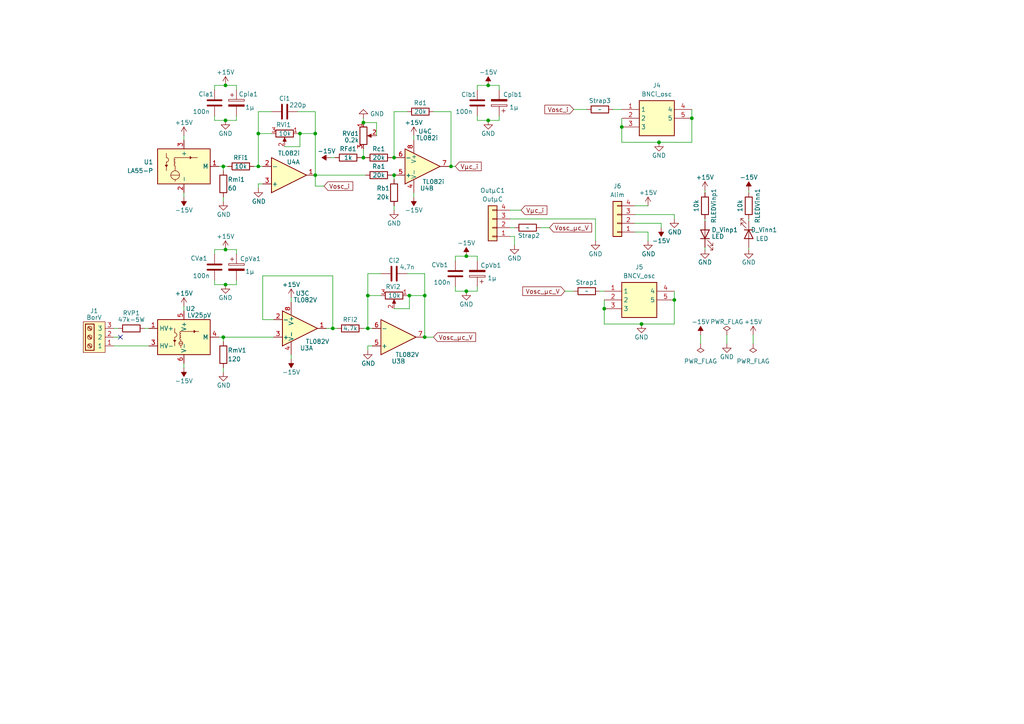
<source format=kicad_sch>
(kicad_sch
	(version 20250114)
	(generator "eeschema")
	(generator_version "9.0")
	(uuid "ad619bdd-5ed6-42fd-b936-3b7387f02a77")
	(paper "A4")
	(title_block
		(title "Carte_Mesure_I_V")
		(date "2024-07-12")
		(rev "V1")
		(company "LSE-ENIT")
	)
	(lib_symbols
		(symbol "2350513-3:2350513-3"
			(pin_names
				(offset 0.762)
			)
			(exclude_from_sim no)
			(in_bom yes)
			(on_board yes)
			(property "Reference" "J"
				(at 16.51 7.62 0)
				(effects
					(font
						(size 1.27 1.27)
					)
					(justify left)
				)
			)
			(property "Value" "2350513-3"
				(at 16.51 5.08 0)
				(effects
					(font
						(size 1.27 1.27)
					)
					(justify left)
				)
			)
			(property "Footprint" "SHDRRA3W110P0X500_1X3_1660X1200X860P"
				(at 16.51 2.54 0)
				(effects
					(font
						(size 1.27 1.27)
					)
					(justify left)
					(hide yes)
				)
			)
			(property "Datasheet" "https://www.te.com/commerce/DocumentDelivery/DDEController?Action=showdoc&DocId=Customer+Drawing%7F2350513%7FA%7Fpdf%7FEnglish%7FENG_CD_2350513_A.pdf%7F2350513-3"
				(at 16.51 0 0)
				(effects
					(font
						(size 1.27 1.27)
					)
					(justify left)
					(hide yes)
				)
			)
			(property "Description" "BUCHANAN - TE CONNECTIVITY - 2350513-3 - TERMINAL BLOCK, HEADER, R/A, 3WAY, TH"
				(at 16.51 -2.54 0)
				(effects
					(font
						(size 1.27 1.27)
					)
					(justify left)
					(hide yes)
				)
			)
			(property "Height" "8.6"
				(at 16.51 -5.08 0)
				(effects
					(font
						(size 1.27 1.27)
					)
					(justify left)
					(hide yes)
				)
			)
			(property "Manufacturer_Name" "TE Connectivity"
				(at 16.51 -7.62 0)
				(effects
					(font
						(size 1.27 1.27)
					)
					(justify left)
					(hide yes)
				)
			)
			(property "Manufacturer_Part_Number" "2350513-3"
				(at 16.51 -10.16 0)
				(effects
					(font
						(size 1.27 1.27)
					)
					(justify left)
					(hide yes)
				)
			)
			(property "Mouser Part Number" "571-2350513-3"
				(at 16.51 -12.7 0)
				(effects
					(font
						(size 1.27 1.27)
					)
					(justify left)
					(hide yes)
				)
			)
			(property "Mouser Price/Stock" "https://www.mouser.co.uk/ProductDetail/TE-Connectivity/2350513-3?qs=UXgszm6BlbFF65kpQIHbUg%3D%3D"
				(at 16.51 -15.24 0)
				(effects
					(font
						(size 1.27 1.27)
					)
					(justify left)
					(hide yes)
				)
			)
			(property "Arrow Part Number" "2350513-3"
				(at 16.51 -17.78 0)
				(effects
					(font
						(size 1.27 1.27)
					)
					(justify left)
					(hide yes)
				)
			)
			(property "Arrow Price/Stock" "https://www.arrow.com/en/products/2350513-3/te-connectivity"
				(at 16.51 -20.32 0)
				(effects
					(font
						(size 1.27 1.27)
					)
					(justify left)
					(hide yes)
				)
			)
			(property "Mouser Testing Part Number" ""
				(at 16.51 -22.86 0)
				(effects
					(font
						(size 1.27 1.27)
					)
					(justify left)
					(hide yes)
				)
			)
			(property "Mouser Testing Price/Stock" ""
				(at 16.51 -25.4 0)
				(effects
					(font
						(size 1.27 1.27)
					)
					(justify left)
					(hide yes)
				)
			)
			(symbol "2350513-3_0_0"
				(pin passive line
					(at 2.54 0 0)
					(length 2.54)
					(name "1"
						(effects
							(font
								(size 1.27 1.27)
							)
						)
					)
					(number "1"
						(effects
							(font
								(size 1.27 1.27)
							)
						)
					)
				)
				(pin passive line
					(at 2.54 -2.54 0)
					(length 2.54)
					(name "2"
						(effects
							(font
								(size 1.27 1.27)
							)
						)
					)
					(number "2"
						(effects
							(font
								(size 1.27 1.27)
							)
						)
					)
				)
				(pin passive line
					(at 2.54 -5.08 0)
					(length 2.54)
					(name "3"
						(effects
							(font
								(size 1.27 1.27)
							)
						)
					)
					(number "3"
						(effects
							(font
								(size 1.27 1.27)
							)
						)
					)
				)
			)
			(symbol "2350513-3_0_1"
				(polyline
					(pts
						(xy 5.08 1.905) (xy 11.43 1.905) (xy 11.43 -6.985) (xy 5.08 -6.985) (xy 5.08 1.905)
					)
					(stroke
						(width 0.1524)
						(type default)
					)
					(fill
						(type background)
					)
				)
			)
			(symbol "2350513-3_1_1"
				(rectangle
					(start 8.255 1.27)
					(end 10.795 -6.35)
					(stroke
						(width 0.254)
						(type default)
					)
					(fill
						(type background)
					)
				)
				(polyline
					(pts
						(xy 8.9916 0.3302) (xy 9.8552 -0.508)
					)
					(stroke
						(width 0.1524)
						(type default)
					)
					(fill
						(type none)
					)
				)
				(polyline
					(pts
						(xy 8.9916 -2.2098) (xy 9.8552 -3.048)
					)
					(stroke
						(width 0.1524)
						(type default)
					)
					(fill
						(type none)
					)
				)
				(polyline
					(pts
						(xy 8.9916 -4.7498) (xy 9.8552 -5.588)
					)
					(stroke
						(width 0.1524)
						(type default)
					)
					(fill
						(type none)
					)
				)
				(polyline
					(pts
						(xy 9.1694 0.508) (xy 10.033 -0.3302)
					)
					(stroke
						(width 0.1524)
						(type default)
					)
					(fill
						(type none)
					)
				)
				(polyline
					(pts
						(xy 9.1694 -2.032) (xy 10.033 -2.8702)
					)
					(stroke
						(width 0.1524)
						(type default)
					)
					(fill
						(type none)
					)
				)
				(polyline
					(pts
						(xy 9.1694 -4.572) (xy 10.033 -5.4102)
					)
					(stroke
						(width 0.1524)
						(type default)
					)
					(fill
						(type none)
					)
				)
				(circle
					(center 9.525 0)
					(radius 0.635)
					(stroke
						(width 0.1524)
						(type default)
					)
					(fill
						(type none)
					)
				)
				(circle
					(center 9.525 -2.54)
					(radius 0.635)
					(stroke
						(width 0.1524)
						(type default)
					)
					(fill
						(type none)
					)
				)
				(circle
					(center 9.525 -5.08)
					(radius 0.635)
					(stroke
						(width 0.1524)
						(type default)
					)
					(fill
						(type none)
					)
				)
			)
			(embedded_fonts no)
		)
		(symbol "Amplifier_Operational:TL082"
			(pin_names
				(offset 0.127)
			)
			(exclude_from_sim no)
			(in_bom yes)
			(on_board yes)
			(property "Reference" "U"
				(at 0 5.08 0)
				(effects
					(font
						(size 1.27 1.27)
					)
					(justify left)
				)
			)
			(property "Value" "TL082"
				(at 0 -5.08 0)
				(effects
					(font
						(size 1.27 1.27)
					)
					(justify left)
				)
			)
			(property "Footprint" ""
				(at 0 0 0)
				(effects
					(font
						(size 1.27 1.27)
					)
					(hide yes)
				)
			)
			(property "Datasheet" "http://www.ti.com/lit/ds/symlink/tl081.pdf"
				(at 0 0 0)
				(effects
					(font
						(size 1.27 1.27)
					)
					(hide yes)
				)
			)
			(property "Description" "Dual JFET-Input Operational Amplifiers, DIP-8/SOIC-8/SSOP-8"
				(at 0 0 0)
				(effects
					(font
						(size 1.27 1.27)
					)
					(hide yes)
				)
			)
			(property "ki_locked" ""
				(at 0 0 0)
				(effects
					(font
						(size 1.27 1.27)
					)
				)
			)
			(property "ki_keywords" "dual opamp"
				(at 0 0 0)
				(effects
					(font
						(size 1.27 1.27)
					)
					(hide yes)
				)
			)
			(property "ki_fp_filters" "SOIC*3.9x4.9mm*P1.27mm* DIP*W7.62mm* TO*99* OnSemi*Micro8* TSSOP*3x3mm*P0.65mm* TSSOP*4.4x3mm*P0.65mm* MSOP*3x3mm*P0.65mm* SSOP*3.9x4.9mm*P0.635mm* LFCSP*2x2mm*P0.5mm* *SIP* SOIC*5.3x6.2mm*P1.27mm*"
				(at 0 0 0)
				(effects
					(font
						(size 1.27 1.27)
					)
					(hide yes)
				)
			)
			(symbol "TL082_1_1"
				(polyline
					(pts
						(xy -5.08 5.08) (xy 5.08 0) (xy -5.08 -5.08) (xy -5.08 5.08)
					)
					(stroke
						(width 0.254)
						(type default)
					)
					(fill
						(type background)
					)
				)
				(pin input line
					(at -7.62 2.54 0)
					(length 2.54)
					(name "+"
						(effects
							(font
								(size 1.27 1.27)
							)
						)
					)
					(number "3"
						(effects
							(font
								(size 1.27 1.27)
							)
						)
					)
				)
				(pin input line
					(at -7.62 -2.54 0)
					(length 2.54)
					(name "-"
						(effects
							(font
								(size 1.27 1.27)
							)
						)
					)
					(number "2"
						(effects
							(font
								(size 1.27 1.27)
							)
						)
					)
				)
				(pin output line
					(at 7.62 0 180)
					(length 2.54)
					(name "~"
						(effects
							(font
								(size 1.27 1.27)
							)
						)
					)
					(number "1"
						(effects
							(font
								(size 1.27 1.27)
							)
						)
					)
				)
			)
			(symbol "TL082_2_1"
				(polyline
					(pts
						(xy -5.08 5.08) (xy 5.08 0) (xy -5.08 -5.08) (xy -5.08 5.08)
					)
					(stroke
						(width 0.254)
						(type default)
					)
					(fill
						(type background)
					)
				)
				(pin input line
					(at -7.62 2.54 0)
					(length 2.54)
					(name "+"
						(effects
							(font
								(size 1.27 1.27)
							)
						)
					)
					(number "5"
						(effects
							(font
								(size 1.27 1.27)
							)
						)
					)
				)
				(pin input line
					(at -7.62 -2.54 0)
					(length 2.54)
					(name "-"
						(effects
							(font
								(size 1.27 1.27)
							)
						)
					)
					(number "6"
						(effects
							(font
								(size 1.27 1.27)
							)
						)
					)
				)
				(pin output line
					(at 7.62 0 180)
					(length 2.54)
					(name "~"
						(effects
							(font
								(size 1.27 1.27)
							)
						)
					)
					(number "7"
						(effects
							(font
								(size 1.27 1.27)
							)
						)
					)
				)
			)
			(symbol "TL082_3_1"
				(pin power_in line
					(at -2.54 7.62 270)
					(length 3.81)
					(name "V+"
						(effects
							(font
								(size 1.27 1.27)
							)
						)
					)
					(number "8"
						(effects
							(font
								(size 1.27 1.27)
							)
						)
					)
				)
				(pin power_in line
					(at -2.54 -7.62 90)
					(length 3.81)
					(name "V-"
						(effects
							(font
								(size 1.27 1.27)
							)
						)
					)
					(number "4"
						(effects
							(font
								(size 1.27 1.27)
							)
						)
					)
				)
			)
			(embedded_fonts no)
		)
		(symbol "BNC-LR-PC-1_40_:BNC-LR-PC-1_40_"
			(exclude_from_sim no)
			(in_bom yes)
			(on_board yes)
			(property "Reference" "J"
				(at 16.51 7.62 0)
				(effects
					(font
						(size 1.27 1.27)
					)
					(justify left top)
				)
			)
			(property "Value" "BNC-LR-PC-1_40_"
				(at 16.51 5.08 0)
				(effects
					(font
						(size 1.27 1.27)
					)
					(justify left top)
				)
			)
			(property "Footprint" "BNCLRPC140"
				(at 16.51 -94.92 0)
				(effects
					(font
						(size 1.27 1.27)
					)
					(justify left top)
					(hide yes)
				)
			)
			(property "Datasheet" "https://componentsearchengine.com/Datasheets/1/BNC-LR-PC-1(40).pdf"
				(at 16.51 -194.92 0)
				(effects
					(font
						(size 1.27 1.27)
					)
					(justify left top)
					(hide yes)
				)
			)
			(property "Description" "RF Connectors / Coaxial Connectors"
				(at 0 0 0)
				(effects
					(font
						(size 1.27 1.27)
					)
					(hide yes)
				)
			)
			(property "Height" "15"
				(at 16.51 -394.92 0)
				(effects
					(font
						(size 1.27 1.27)
					)
					(justify left top)
					(hide yes)
				)
			)
			(property "Mouser Part Number" "798-BNC-LR-PC-140"
				(at 16.51 -494.92 0)
				(effects
					(font
						(size 1.27 1.27)
					)
					(justify left top)
					(hide yes)
				)
			)
			(property "Mouser Price/Stock" "https://www.mouser.co.uk/ProductDetail/Hirose-Connector/BNC-LR-PC-140?qs=b6306Cq53rGyrGVt8NNY0w%3D%3D"
				(at 16.51 -594.92 0)
				(effects
					(font
						(size 1.27 1.27)
					)
					(justify left top)
					(hide yes)
				)
			)
			(property "Manufacturer_Name" "Hirose"
				(at 16.51 -694.92 0)
				(effects
					(font
						(size 1.27 1.27)
					)
					(justify left top)
					(hide yes)
				)
			)
			(property "Manufacturer_Part_Number" "BNC-LR-PC-1(40)"
				(at 16.51 -794.92 0)
				(effects
					(font
						(size 1.27 1.27)
					)
					(justify left top)
					(hide yes)
				)
			)
			(symbol "BNC-LR-PC-1_40__1_1"
				(rectangle
					(start 5.08 2.54)
					(end 15.24 -7.62)
					(stroke
						(width 0.254)
						(type default)
					)
					(fill
						(type background)
					)
				)
				(pin passive line
					(at 0 0 0)
					(length 5.08)
					(name "1"
						(effects
							(font
								(size 1.27 1.27)
							)
						)
					)
					(number "1"
						(effects
							(font
								(size 1.27 1.27)
							)
						)
					)
				)
				(pin passive line
					(at 0 -2.54 0)
					(length 5.08)
					(name "2"
						(effects
							(font
								(size 1.27 1.27)
							)
						)
					)
					(number "2"
						(effects
							(font
								(size 1.27 1.27)
							)
						)
					)
				)
				(pin passive line
					(at 0 -5.08 0)
					(length 5.08)
					(name "3"
						(effects
							(font
								(size 1.27 1.27)
							)
						)
					)
					(number "3"
						(effects
							(font
								(size 1.27 1.27)
							)
						)
					)
				)
				(pin passive line
					(at 20.32 0 180)
					(length 5.08)
					(name "4"
						(effects
							(font
								(size 1.27 1.27)
							)
						)
					)
					(number "4"
						(effects
							(font
								(size 1.27 1.27)
							)
						)
					)
				)
				(pin passive line
					(at 20.32 -2.54 180)
					(length 5.08)
					(name "5"
						(effects
							(font
								(size 1.27 1.27)
							)
						)
					)
					(number "5"
						(effects
							(font
								(size 1.27 1.27)
							)
						)
					)
				)
			)
			(embedded_fonts no)
		)
		(symbol "Connector_Generic:Conn_01x04"
			(pin_names
				(offset 1.016)
				(hide yes)
			)
			(exclude_from_sim no)
			(in_bom yes)
			(on_board yes)
			(property "Reference" "J"
				(at 0 5.08 0)
				(effects
					(font
						(size 1.27 1.27)
					)
				)
			)
			(property "Value" "Conn_01x04"
				(at 0 -7.62 0)
				(effects
					(font
						(size 1.27 1.27)
					)
				)
			)
			(property "Footprint" ""
				(at 0 0 0)
				(effects
					(font
						(size 1.27 1.27)
					)
					(hide yes)
				)
			)
			(property "Datasheet" "~"
				(at 0 0 0)
				(effects
					(font
						(size 1.27 1.27)
					)
					(hide yes)
				)
			)
			(property "Description" "Generic connector, single row, 01x04, script generated (kicad-library-utils/schlib/autogen/connector/)"
				(at 0 0 0)
				(effects
					(font
						(size 1.27 1.27)
					)
					(hide yes)
				)
			)
			(property "ki_keywords" "connector"
				(at 0 0 0)
				(effects
					(font
						(size 1.27 1.27)
					)
					(hide yes)
				)
			)
			(property "ki_fp_filters" "Connector*:*_1x??_*"
				(at 0 0 0)
				(effects
					(font
						(size 1.27 1.27)
					)
					(hide yes)
				)
			)
			(symbol "Conn_01x04_1_1"
				(rectangle
					(start -1.27 3.81)
					(end 1.27 -6.35)
					(stroke
						(width 0.254)
						(type default)
					)
					(fill
						(type background)
					)
				)
				(rectangle
					(start -1.27 2.667)
					(end 0 2.413)
					(stroke
						(width 0.1524)
						(type default)
					)
					(fill
						(type none)
					)
				)
				(rectangle
					(start -1.27 0.127)
					(end 0 -0.127)
					(stroke
						(width 0.1524)
						(type default)
					)
					(fill
						(type none)
					)
				)
				(rectangle
					(start -1.27 -2.413)
					(end 0 -2.667)
					(stroke
						(width 0.1524)
						(type default)
					)
					(fill
						(type none)
					)
				)
				(rectangle
					(start -1.27 -4.953)
					(end 0 -5.207)
					(stroke
						(width 0.1524)
						(type default)
					)
					(fill
						(type none)
					)
				)
				(pin passive line
					(at -5.08 2.54 0)
					(length 3.81)
					(name "Pin_1"
						(effects
							(font
								(size 1.27 1.27)
							)
						)
					)
					(number "1"
						(effects
							(font
								(size 1.27 1.27)
							)
						)
					)
				)
				(pin passive line
					(at -5.08 0 0)
					(length 3.81)
					(name "Pin_2"
						(effects
							(font
								(size 1.27 1.27)
							)
						)
					)
					(number "2"
						(effects
							(font
								(size 1.27 1.27)
							)
						)
					)
				)
				(pin passive line
					(at -5.08 -2.54 0)
					(length 3.81)
					(name "Pin_3"
						(effects
							(font
								(size 1.27 1.27)
							)
						)
					)
					(number "3"
						(effects
							(font
								(size 1.27 1.27)
							)
						)
					)
				)
				(pin passive line
					(at -5.08 -5.08 0)
					(length 3.81)
					(name "Pin_4"
						(effects
							(font
								(size 1.27 1.27)
							)
						)
					)
					(number "4"
						(effects
							(font
								(size 1.27 1.27)
							)
						)
					)
				)
			)
			(embedded_fonts no)
		)
		(symbol "Device:C"
			(pin_numbers
				(hide yes)
			)
			(pin_names
				(offset 0.254)
			)
			(exclude_from_sim no)
			(in_bom yes)
			(on_board yes)
			(property "Reference" "C"
				(at 0.635 2.54 0)
				(effects
					(font
						(size 1.27 1.27)
					)
					(justify left)
				)
			)
			(property "Value" "C"
				(at 0.635 -2.54 0)
				(effects
					(font
						(size 1.27 1.27)
					)
					(justify left)
				)
			)
			(property "Footprint" ""
				(at 0.9652 -3.81 0)
				(effects
					(font
						(size 1.27 1.27)
					)
					(hide yes)
				)
			)
			(property "Datasheet" "~"
				(at 0 0 0)
				(effects
					(font
						(size 1.27 1.27)
					)
					(hide yes)
				)
			)
			(property "Description" "Unpolarized capacitor"
				(at 0 0 0)
				(effects
					(font
						(size 1.27 1.27)
					)
					(hide yes)
				)
			)
			(property "ki_keywords" "cap capacitor"
				(at 0 0 0)
				(effects
					(font
						(size 1.27 1.27)
					)
					(hide yes)
				)
			)
			(property "ki_fp_filters" "C_*"
				(at 0 0 0)
				(effects
					(font
						(size 1.27 1.27)
					)
					(hide yes)
				)
			)
			(symbol "C_0_1"
				(polyline
					(pts
						(xy -2.032 0.762) (xy 2.032 0.762)
					)
					(stroke
						(width 0.508)
						(type default)
					)
					(fill
						(type none)
					)
				)
				(polyline
					(pts
						(xy -2.032 -0.762) (xy 2.032 -0.762)
					)
					(stroke
						(width 0.508)
						(type default)
					)
					(fill
						(type none)
					)
				)
			)
			(symbol "C_1_1"
				(pin passive line
					(at 0 3.81 270)
					(length 2.794)
					(name "~"
						(effects
							(font
								(size 1.27 1.27)
							)
						)
					)
					(number "1"
						(effects
							(font
								(size 1.27 1.27)
							)
						)
					)
				)
				(pin passive line
					(at 0 -3.81 90)
					(length 2.794)
					(name "~"
						(effects
							(font
								(size 1.27 1.27)
							)
						)
					)
					(number "2"
						(effects
							(font
								(size 1.27 1.27)
							)
						)
					)
				)
			)
			(embedded_fonts no)
		)
		(symbol "Device:C_Polarized"
			(pin_numbers
				(hide yes)
			)
			(pin_names
				(offset 0.254)
			)
			(exclude_from_sim no)
			(in_bom yes)
			(on_board yes)
			(property "Reference" "C"
				(at 0.635 2.54 0)
				(effects
					(font
						(size 1.27 1.27)
					)
					(justify left)
				)
			)
			(property "Value" "C_Polarized"
				(at 0.635 -2.54 0)
				(effects
					(font
						(size 1.27 1.27)
					)
					(justify left)
				)
			)
			(property "Footprint" ""
				(at 0.9652 -3.81 0)
				(effects
					(font
						(size 1.27 1.27)
					)
					(hide yes)
				)
			)
			(property "Datasheet" "~"
				(at 0 0 0)
				(effects
					(font
						(size 1.27 1.27)
					)
					(hide yes)
				)
			)
			(property "Description" "Polarized capacitor"
				(at 0 0 0)
				(effects
					(font
						(size 1.27 1.27)
					)
					(hide yes)
				)
			)
			(property "ki_keywords" "cap capacitor"
				(at 0 0 0)
				(effects
					(font
						(size 1.27 1.27)
					)
					(hide yes)
				)
			)
			(property "ki_fp_filters" "CP_*"
				(at 0 0 0)
				(effects
					(font
						(size 1.27 1.27)
					)
					(hide yes)
				)
			)
			(symbol "C_Polarized_0_1"
				(rectangle
					(start -2.286 0.508)
					(end 2.286 1.016)
					(stroke
						(width 0)
						(type default)
					)
					(fill
						(type none)
					)
				)
				(polyline
					(pts
						(xy -1.778 2.286) (xy -0.762 2.286)
					)
					(stroke
						(width 0)
						(type default)
					)
					(fill
						(type none)
					)
				)
				(polyline
					(pts
						(xy -1.27 2.794) (xy -1.27 1.778)
					)
					(stroke
						(width 0)
						(type default)
					)
					(fill
						(type none)
					)
				)
				(rectangle
					(start 2.286 -0.508)
					(end -2.286 -1.016)
					(stroke
						(width 0)
						(type default)
					)
					(fill
						(type outline)
					)
				)
			)
			(symbol "C_Polarized_1_1"
				(pin passive line
					(at 0 3.81 270)
					(length 2.794)
					(name "~"
						(effects
							(font
								(size 1.27 1.27)
							)
						)
					)
					(number "1"
						(effects
							(font
								(size 1.27 1.27)
							)
						)
					)
				)
				(pin passive line
					(at 0 -3.81 90)
					(length 2.794)
					(name "~"
						(effects
							(font
								(size 1.27 1.27)
							)
						)
					)
					(number "2"
						(effects
							(font
								(size 1.27 1.27)
							)
						)
					)
				)
			)
			(embedded_fonts no)
		)
		(symbol "Device:LED"
			(pin_numbers
				(hide yes)
			)
			(pin_names
				(offset 1.016)
				(hide yes)
			)
			(exclude_from_sim no)
			(in_bom yes)
			(on_board yes)
			(property "Reference" "D"
				(at 0 2.54 0)
				(effects
					(font
						(size 1.27 1.27)
					)
				)
			)
			(property "Value" "LED"
				(at 0 -2.54 0)
				(effects
					(font
						(size 1.27 1.27)
					)
				)
			)
			(property "Footprint" ""
				(at 0 0 0)
				(effects
					(font
						(size 1.27 1.27)
					)
					(hide yes)
				)
			)
			(property "Datasheet" "~"
				(at 0 0 0)
				(effects
					(font
						(size 1.27 1.27)
					)
					(hide yes)
				)
			)
			(property "Description" "Light emitting diode"
				(at 0 0 0)
				(effects
					(font
						(size 1.27 1.27)
					)
					(hide yes)
				)
			)
			(property "ki_keywords" "LED diode"
				(at 0 0 0)
				(effects
					(font
						(size 1.27 1.27)
					)
					(hide yes)
				)
			)
			(property "ki_fp_filters" "LED* LED_SMD:* LED_THT:*"
				(at 0 0 0)
				(effects
					(font
						(size 1.27 1.27)
					)
					(hide yes)
				)
			)
			(symbol "LED_0_1"
				(polyline
					(pts
						(xy -3.048 -0.762) (xy -4.572 -2.286) (xy -3.81 -2.286) (xy -4.572 -2.286) (xy -4.572 -1.524)
					)
					(stroke
						(width 0)
						(type default)
					)
					(fill
						(type none)
					)
				)
				(polyline
					(pts
						(xy -1.778 -0.762) (xy -3.302 -2.286) (xy -2.54 -2.286) (xy -3.302 -2.286) (xy -3.302 -1.524)
					)
					(stroke
						(width 0)
						(type default)
					)
					(fill
						(type none)
					)
				)
				(polyline
					(pts
						(xy -1.27 0) (xy 1.27 0)
					)
					(stroke
						(width 0)
						(type default)
					)
					(fill
						(type none)
					)
				)
				(polyline
					(pts
						(xy -1.27 -1.27) (xy -1.27 1.27)
					)
					(stroke
						(width 0.254)
						(type default)
					)
					(fill
						(type none)
					)
				)
				(polyline
					(pts
						(xy 1.27 -1.27) (xy 1.27 1.27) (xy -1.27 0) (xy 1.27 -1.27)
					)
					(stroke
						(width 0.254)
						(type default)
					)
					(fill
						(type none)
					)
				)
			)
			(symbol "LED_1_1"
				(pin passive line
					(at -3.81 0 0)
					(length 2.54)
					(name "K"
						(effects
							(font
								(size 1.27 1.27)
							)
						)
					)
					(number "1"
						(effects
							(font
								(size 1.27 1.27)
							)
						)
					)
				)
				(pin passive line
					(at 3.81 0 180)
					(length 2.54)
					(name "A"
						(effects
							(font
								(size 1.27 1.27)
							)
						)
					)
					(number "2"
						(effects
							(font
								(size 1.27 1.27)
							)
						)
					)
				)
			)
			(embedded_fonts no)
		)
		(symbol "Device:R"
			(pin_numbers
				(hide yes)
			)
			(pin_names
				(offset 0)
			)
			(exclude_from_sim no)
			(in_bom yes)
			(on_board yes)
			(property "Reference" "R"
				(at 2.032 0 90)
				(effects
					(font
						(size 1.27 1.27)
					)
				)
			)
			(property "Value" "R"
				(at 0 0 90)
				(effects
					(font
						(size 1.27 1.27)
					)
				)
			)
			(property "Footprint" ""
				(at -1.778 0 90)
				(effects
					(font
						(size 1.27 1.27)
					)
					(hide yes)
				)
			)
			(property "Datasheet" "~"
				(at 0 0 0)
				(effects
					(font
						(size 1.27 1.27)
					)
					(hide yes)
				)
			)
			(property "Description" "Resistor"
				(at 0 0 0)
				(effects
					(font
						(size 1.27 1.27)
					)
					(hide yes)
				)
			)
			(property "ki_keywords" "R res resistor"
				(at 0 0 0)
				(effects
					(font
						(size 1.27 1.27)
					)
					(hide yes)
				)
			)
			(property "ki_fp_filters" "R_*"
				(at 0 0 0)
				(effects
					(font
						(size 1.27 1.27)
					)
					(hide yes)
				)
			)
			(symbol "R_0_1"
				(rectangle
					(start -1.016 -2.54)
					(end 1.016 2.54)
					(stroke
						(width 0.254)
						(type default)
					)
					(fill
						(type none)
					)
				)
			)
			(symbol "R_1_1"
				(pin passive line
					(at 0 3.81 270)
					(length 1.27)
					(name "~"
						(effects
							(font
								(size 1.27 1.27)
							)
						)
					)
					(number "1"
						(effects
							(font
								(size 1.27 1.27)
							)
						)
					)
				)
				(pin passive line
					(at 0 -3.81 90)
					(length 1.27)
					(name "~"
						(effects
							(font
								(size 1.27 1.27)
							)
						)
					)
					(number "2"
						(effects
							(font
								(size 1.27 1.27)
							)
						)
					)
				)
			)
			(embedded_fonts no)
		)
		(symbol "Device:R_Potentiometer"
			(pin_names
				(offset 1.016)
				(hide yes)
			)
			(exclude_from_sim no)
			(in_bom yes)
			(on_board yes)
			(property "Reference" "RV"
				(at -4.445 0 90)
				(effects
					(font
						(size 1.27 1.27)
					)
				)
			)
			(property "Value" "R_Potentiometer"
				(at -2.54 0 90)
				(effects
					(font
						(size 1.27 1.27)
					)
				)
			)
			(property "Footprint" ""
				(at 0 0 0)
				(effects
					(font
						(size 1.27 1.27)
					)
					(hide yes)
				)
			)
			(property "Datasheet" "~"
				(at 0 0 0)
				(effects
					(font
						(size 1.27 1.27)
					)
					(hide yes)
				)
			)
			(property "Description" "Potentiometer"
				(at 0 0 0)
				(effects
					(font
						(size 1.27 1.27)
					)
					(hide yes)
				)
			)
			(property "ki_keywords" "resistor variable"
				(at 0 0 0)
				(effects
					(font
						(size 1.27 1.27)
					)
					(hide yes)
				)
			)
			(property "ki_fp_filters" "Potentiometer*"
				(at 0 0 0)
				(effects
					(font
						(size 1.27 1.27)
					)
					(hide yes)
				)
			)
			(symbol "R_Potentiometer_0_1"
				(rectangle
					(start 1.016 2.54)
					(end -1.016 -2.54)
					(stroke
						(width 0.254)
						(type default)
					)
					(fill
						(type none)
					)
				)
				(polyline
					(pts
						(xy 1.143 0) (xy 2.286 0.508) (xy 2.286 -0.508) (xy 1.143 0)
					)
					(stroke
						(width 0)
						(type default)
					)
					(fill
						(type outline)
					)
				)
				(polyline
					(pts
						(xy 2.54 0) (xy 1.524 0)
					)
					(stroke
						(width 0)
						(type default)
					)
					(fill
						(type none)
					)
				)
			)
			(symbol "R_Potentiometer_1_1"
				(pin passive line
					(at 0 3.81 270)
					(length 1.27)
					(name "1"
						(effects
							(font
								(size 1.27 1.27)
							)
						)
					)
					(number "1"
						(effects
							(font
								(size 1.27 1.27)
							)
						)
					)
				)
				(pin passive line
					(at 0 -3.81 90)
					(length 1.27)
					(name "3"
						(effects
							(font
								(size 1.27 1.27)
							)
						)
					)
					(number "3"
						(effects
							(font
								(size 1.27 1.27)
							)
						)
					)
				)
				(pin passive line
					(at 3.81 0 180)
					(length 1.27)
					(name "2"
						(effects
							(font
								(size 1.27 1.27)
							)
						)
					)
					(number "2"
						(effects
							(font
								(size 1.27 1.27)
							)
						)
					)
				)
			)
			(embedded_fonts no)
		)
		(symbol "Sensor_Current:LA55-P"
			(exclude_from_sim no)
			(in_bom yes)
			(on_board yes)
			(property "Reference" "U"
				(at -6.35 6.35 0)
				(effects
					(font
						(size 1.27 1.27)
					)
				)
			)
			(property "Value" "LA55-P"
				(at 5.08 6.35 0)
				(effects
					(font
						(size 1.27 1.27)
					)
				)
			)
			(property "Footprint" "Sensor_Current:LEM_LA25-P"
				(at 0 0 0)
				(effects
					(font
						(size 1.27 1.27)
					)
					(hide yes)
				)
			)
			(property "Datasheet" "https://www.lem.com/sites/default/files/products_datasheets/la_55-p_e.pdf"
				(at 0 0 0)
				(effects
					(font
						(size 1.27 1.27)
					)
					(hide yes)
				)
			)
			(property "Description" "Current Transducer, 50A, Bipolar, +/-15V"
				(at 0 0 0)
				(effects
					(font
						(size 1.27 1.27)
					)
					(hide yes)
				)
			)
			(property "ki_keywords" "current transducer"
				(at 0 0 0)
				(effects
					(font
						(size 1.27 1.27)
					)
					(hide yes)
				)
			)
			(property "ki_fp_filters" "LEM*LA25*P*"
				(at 0 0 0)
				(effects
					(font
						(size 1.27 1.27)
					)
					(hide yes)
				)
			)
			(symbol "LA55-P_0_1"
				(polyline
					(pts
						(xy -5.334 0.381) (xy -4.699 0.381) (xy -5.08 -0.127) (xy -5.461 0.381)
					)
					(stroke
						(width 0)
						(type default)
					)
					(fill
						(type outline)
					)
				)
				(arc
					(start -5.08 2.54)
					(mid -4.4477 1.905)
					(end -5.08 1.27)
					(stroke
						(width 0)
						(type default)
					)
					(fill
						(type none)
					)
				)
				(polyline
					(pts
						(xy -5.08 3.81) (xy -5.08 2.54)
					)
					(stroke
						(width 0)
						(type default)
					)
					(fill
						(type none)
					)
				)
				(polyline
					(pts
						(xy -5.08 1.27) (xy -5.08 -1.27)
					)
					(stroke
						(width 0)
						(type default)
					)
					(fill
						(type none)
					)
				)
				(polyline
					(pts
						(xy -3.81 -2.54) (xy -1.27 -2.54)
					)
					(stroke
						(width 0)
						(type default)
					)
					(fill
						(type none)
					)
				)
				(polyline
					(pts
						(xy -2.54 2.54) (xy 3.937 2.54)
					)
					(stroke
						(width 0)
						(type default)
					)
					(fill
						(type none)
					)
				)
				(polyline
					(pts
						(xy -2.54 -1.27) (xy -2.54 0.127)
					)
					(stroke
						(width 0)
						(type default)
					)
					(fill
						(type none)
					)
				)
				(circle
					(center -2.54 -2.54)
					(radius 1.27)
					(stroke
						(width 0)
						(type default)
					)
					(fill
						(type none)
					)
				)
				(polyline
					(pts
						(xy -2.54 -3.81) (xy -2.54 -4.318)
					)
					(stroke
						(width 0)
						(type default)
					)
					(fill
						(type none)
					)
				)
				(arc
					(start -2.54 0.762)
					(mid -2.7929 1.016)
					(end -2.54 1.27)
					(stroke
						(width 0)
						(type default)
					)
					(fill
						(type none)
					)
				)
				(arc
					(start -2.54 1.905)
					(mid -2.8451 2.2225)
					(end -2.54 2.54)
					(stroke
						(width 0)
						(type default)
					)
					(fill
						(type none)
					)
				)
				(arc
					(start -2.54 1.27)
					(mid -2.8451 1.5875)
					(end -2.54 1.905)
					(stroke
						(width 0)
						(type default)
					)
					(fill
						(type none)
					)
				)
				(arc
					(start -2.54 0.127)
					(mid -2.8451 0.4445)
					(end -2.54 0.762)
					(stroke
						(width 0)
						(type default)
					)
					(fill
						(type none)
					)
				)
				(polyline
					(pts
						(xy 2.159 2.54) (xy 1.778 2.921) (xy 1.778 2.159) (xy 2.159 2.54)
					)
					(stroke
						(width 0)
						(type default)
					)
					(fill
						(type outline)
					)
				)
				(rectangle
					(start 7.62 -5.08)
					(end -7.62 5.08)
					(stroke
						(width 0.254)
						(type default)
					)
					(fill
						(type background)
					)
				)
			)
			(symbol "LA55-P_1_1"
				(pin power_in line
					(at 0 7.62 270)
					(length 2.54)
					(name "+"
						(effects
							(font
								(size 1.27 1.27)
							)
						)
					)
					(number "3"
						(effects
							(font
								(size 1.27 1.27)
							)
						)
					)
				)
				(pin power_in line
					(at 0 -7.62 90)
					(length 2.54)
					(name "-"
						(effects
							(font
								(size 1.27 1.27)
							)
						)
					)
					(number "2"
						(effects
							(font
								(size 1.27 1.27)
							)
						)
					)
				)
				(pin output line
					(at 10.16 0 180)
					(length 2.54)
					(name "M"
						(effects
							(font
								(size 1.27 1.27)
							)
						)
					)
					(number "1"
						(effects
							(font
								(size 1.27 1.27)
							)
						)
					)
				)
			)
			(embedded_fonts no)
		)
		(symbol "Sensor_Voltage:LV25-P"
			(exclude_from_sim no)
			(in_bom yes)
			(on_board yes)
			(property "Reference" "U"
				(at -6.35 6.35 0)
				(effects
					(font
						(size 1.27 1.27)
					)
				)
			)
			(property "Value" "LV25-P"
				(at 5.08 6.35 0)
				(effects
					(font
						(size 1.27 1.27)
					)
				)
			)
			(property "Footprint" "Sensor_Voltage:LEM_LV25-P"
				(at 0 -10.16 0)
				(effects
					(font
						(size 1.27 1.27)
					)
					(hide yes)
				)
			)
			(property "Datasheet" "https://www.lem.com/sites/default/files/products_datasheets/lv_25-p.pdf"
				(at 0 0 0)
				(effects
					(font
						(size 1.27 1.27)
					)
					(hide yes)
				)
			)
			(property "Description" "LEM Voltage transducer LV 25-P"
				(at 0 0 0)
				(effects
					(font
						(size 1.27 1.27)
					)
					(hide yes)
				)
			)
			(property "ki_keywords" "Voltage transducer"
				(at 0 0 0)
				(effects
					(font
						(size 1.27 1.27)
					)
					(hide yes)
				)
			)
			(property "ki_fp_filters" "LEM?LV25?P*"
				(at 0 0 0)
				(effects
					(font
						(size 1.27 1.27)
					)
					(hide yes)
				)
			)
			(symbol "LV25-P_0_1"
				(polyline
					(pts
						(xy -2.921 -0.889) (xy -2.286 -0.889) (xy -2.667 -1.397) (xy -3.048 -0.889)
					)
					(stroke
						(width 0)
						(type default)
					)
					(fill
						(type outline)
					)
				)
				(arc
					(start -2.667 1.27)
					(mid -2.0347 0.635)
					(end -2.667 0)
					(stroke
						(width 0)
						(type default)
					)
					(fill
						(type none)
					)
				)
				(polyline
					(pts
						(xy -2.667 2.54) (xy -2.667 1.27)
					)
					(stroke
						(width 0)
						(type default)
					)
					(fill
						(type none)
					)
				)
				(polyline
					(pts
						(xy -2.667 0) (xy -2.667 -2.54)
					)
					(stroke
						(width 0)
						(type default)
					)
					(fill
						(type none)
					)
				)
				(polyline
					(pts
						(xy -1.397 -1.778) (xy -0.381 -1.778)
					)
					(stroke
						(width 0)
						(type default)
					)
					(fill
						(type none)
					)
				)
				(polyline
					(pts
						(xy -0.889 1.651) (xy 4.318 1.651)
					)
					(stroke
						(width 0)
						(type default)
					)
					(fill
						(type none)
					)
				)
				(polyline
					(pts
						(xy -0.889 -1.143) (xy -0.889 -0.762)
					)
					(stroke
						(width 0)
						(type default)
					)
					(fill
						(type none)
					)
				)
				(circle
					(center -0.889 -1.778)
					(radius 0.5588)
					(stroke
						(width 0)
						(type default)
					)
					(fill
						(type none)
					)
				)
				(polyline
					(pts
						(xy -0.889 -2.413) (xy -0.889 -3.048)
					)
					(stroke
						(width 0)
						(type default)
					)
					(fill
						(type none)
					)
				)
				(arc
					(start -0.889 -0.127)
					(mid -1.1419 0.127)
					(end -0.889 0.381)
					(stroke
						(width 0)
						(type default)
					)
					(fill
						(type none)
					)
				)
				(arc
					(start -0.889 1.016)
					(mid -1.1941 1.3335)
					(end -0.889 1.651)
					(stroke
						(width 0)
						(type default)
					)
					(fill
						(type none)
					)
				)
				(arc
					(start -0.889 0.381)
					(mid -1.1941 0.6985)
					(end -0.889 1.016)
					(stroke
						(width 0)
						(type default)
					)
					(fill
						(type none)
					)
				)
				(arc
					(start -0.889 -0.762)
					(mid -1.1941 -0.4445)
					(end -0.889 -0.127)
					(stroke
						(width 0)
						(type default)
					)
					(fill
						(type none)
					)
				)
				(polyline
					(pts
						(xy 3.302 1.651) (xy 2.921 2.032) (xy 2.921 1.27) (xy 3.302 1.651)
					)
					(stroke
						(width 0)
						(type default)
					)
					(fill
						(type outline)
					)
				)
				(rectangle
					(start 7.62 -5.08)
					(end -7.62 5.08)
					(stroke
						(width 0.254)
						(type default)
					)
					(fill
						(type background)
					)
				)
			)
			(symbol "LV25-P_1_1"
				(pin input line
					(at -10.16 2.54 0)
					(length 2.54)
					(name "HV+"
						(effects
							(font
								(size 1.27 1.27)
							)
						)
					)
					(number "1"
						(effects
							(font
								(size 1.27 1.27)
							)
						)
					)
				)
				(pin input line
					(at -10.16 -2.54 0)
					(length 2.54)
					(name "HV-"
						(effects
							(font
								(size 1.27 1.27)
							)
						)
					)
					(number "3"
						(effects
							(font
								(size 1.27 1.27)
							)
						)
					)
				)
				(pin power_in line
					(at 0 7.62 270)
					(length 2.54)
					(name "V+"
						(effects
							(font
								(size 1.27 1.27)
							)
						)
					)
					(number "5"
						(effects
							(font
								(size 1.27 1.27)
							)
						)
					)
				)
				(pin power_in line
					(at 0 -7.62 90)
					(length 2.54)
					(name "V-"
						(effects
							(font
								(size 1.27 1.27)
							)
						)
					)
					(number "6"
						(effects
							(font
								(size 1.27 1.27)
							)
						)
					)
				)
				(pin output line
					(at 10.16 0 180)
					(length 2.54)
					(name "M"
						(effects
							(font
								(size 1.27 1.27)
							)
						)
					)
					(number "4"
						(effects
							(font
								(size 1.27 1.27)
							)
						)
					)
				)
			)
			(embedded_fonts no)
		)
		(symbol "power:+15V"
			(power)
			(pin_names
				(offset 0)
			)
			(exclude_from_sim no)
			(in_bom yes)
			(on_board yes)
			(property "Reference" "#PWR"
				(at 0 -3.81 0)
				(effects
					(font
						(size 1.27 1.27)
					)
					(hide yes)
				)
			)
			(property "Value" "+15V"
				(at 0 3.556 0)
				(effects
					(font
						(size 1.27 1.27)
					)
				)
			)
			(property "Footprint" ""
				(at 0 0 0)
				(effects
					(font
						(size 1.27 1.27)
					)
					(hide yes)
				)
			)
			(property "Datasheet" ""
				(at 0 0 0)
				(effects
					(font
						(size 1.27 1.27)
					)
					(hide yes)
				)
			)
			(property "Description" "Power symbol creates a global label with name \"+15V\""
				(at 0 0 0)
				(effects
					(font
						(size 1.27 1.27)
					)
					(hide yes)
				)
			)
			(property "ki_keywords" "global power"
				(at 0 0 0)
				(effects
					(font
						(size 1.27 1.27)
					)
					(hide yes)
				)
			)
			(symbol "+15V_0_1"
				(polyline
					(pts
						(xy -0.762 1.27) (xy 0 2.54)
					)
					(stroke
						(width 0)
						(type default)
					)
					(fill
						(type none)
					)
				)
				(polyline
					(pts
						(xy 0 2.54) (xy 0.762 1.27)
					)
					(stroke
						(width 0)
						(type default)
					)
					(fill
						(type none)
					)
				)
				(polyline
					(pts
						(xy 0 0) (xy 0 2.54)
					)
					(stroke
						(width 0)
						(type default)
					)
					(fill
						(type none)
					)
				)
			)
			(symbol "+15V_1_1"
				(pin power_in line
					(at 0 0 90)
					(length 0)
					(hide yes)
					(name "+15V"
						(effects
							(font
								(size 1.27 1.27)
							)
						)
					)
					(number "1"
						(effects
							(font
								(size 1.27 1.27)
							)
						)
					)
				)
			)
			(embedded_fonts no)
		)
		(symbol "power:-15V"
			(power)
			(pin_names
				(offset 0)
			)
			(exclude_from_sim no)
			(in_bom yes)
			(on_board yes)
			(property "Reference" "#PWR"
				(at 0 2.54 0)
				(effects
					(font
						(size 1.27 1.27)
					)
					(hide yes)
				)
			)
			(property "Value" "-15V"
				(at 0 3.81 0)
				(effects
					(font
						(size 1.27 1.27)
					)
				)
			)
			(property "Footprint" ""
				(at 0 0 0)
				(effects
					(font
						(size 1.27 1.27)
					)
					(hide yes)
				)
			)
			(property "Datasheet" ""
				(at 0 0 0)
				(effects
					(font
						(size 1.27 1.27)
					)
					(hide yes)
				)
			)
			(property "Description" "Power symbol creates a global label with name \"-15V\""
				(at 0 0 0)
				(effects
					(font
						(size 1.27 1.27)
					)
					(hide yes)
				)
			)
			(property "ki_keywords" "global power"
				(at 0 0 0)
				(effects
					(font
						(size 1.27 1.27)
					)
					(hide yes)
				)
			)
			(symbol "-15V_0_0"
				(pin power_in line
					(at 0 0 90)
					(length 0)
					(hide yes)
					(name "-15V"
						(effects
							(font
								(size 1.27 1.27)
							)
						)
					)
					(number "1"
						(effects
							(font
								(size 1.27 1.27)
							)
						)
					)
				)
			)
			(symbol "-15V_0_1"
				(polyline
					(pts
						(xy 0 0) (xy 0 1.27) (xy 0.762 1.27) (xy 0 2.54) (xy -0.762 1.27) (xy 0 1.27)
					)
					(stroke
						(width 0)
						(type default)
					)
					(fill
						(type outline)
					)
				)
			)
			(embedded_fonts no)
		)
		(symbol "power:GND"
			(power)
			(pin_names
				(offset 0)
			)
			(exclude_from_sim no)
			(in_bom yes)
			(on_board yes)
			(property "Reference" "#PWR"
				(at 0 -6.35 0)
				(effects
					(font
						(size 1.27 1.27)
					)
					(hide yes)
				)
			)
			(property "Value" "GND"
				(at 0 -3.81 0)
				(effects
					(font
						(size 1.27 1.27)
					)
				)
			)
			(property "Footprint" ""
				(at 0 0 0)
				(effects
					(font
						(size 1.27 1.27)
					)
					(hide yes)
				)
			)
			(property "Datasheet" ""
				(at 0 0 0)
				(effects
					(font
						(size 1.27 1.27)
					)
					(hide yes)
				)
			)
			(property "Description" "Power symbol creates a global label with name \"GND\" , ground"
				(at 0 0 0)
				(effects
					(font
						(size 1.27 1.27)
					)
					(hide yes)
				)
			)
			(property "ki_keywords" "global power"
				(at 0 0 0)
				(effects
					(font
						(size 1.27 1.27)
					)
					(hide yes)
				)
			)
			(symbol "GND_0_1"
				(polyline
					(pts
						(xy 0 0) (xy 0 -1.27) (xy 1.27 -1.27) (xy 0 -2.54) (xy -1.27 -1.27) (xy 0 -1.27)
					)
					(stroke
						(width 0)
						(type default)
					)
					(fill
						(type none)
					)
				)
			)
			(symbol "GND_1_1"
				(pin power_in line
					(at 0 0 270)
					(length 0)
					(hide yes)
					(name "GND"
						(effects
							(font
								(size 1.27 1.27)
							)
						)
					)
					(number "1"
						(effects
							(font
								(size 1.27 1.27)
							)
						)
					)
				)
			)
			(embedded_fonts no)
		)
		(symbol "power:PWR_FLAG"
			(power)
			(pin_numbers
				(hide yes)
			)
			(pin_names
				(offset 0)
				(hide yes)
			)
			(exclude_from_sim no)
			(in_bom yes)
			(on_board yes)
			(property "Reference" "#FLG"
				(at 0 1.905 0)
				(effects
					(font
						(size 1.27 1.27)
					)
					(hide yes)
				)
			)
			(property "Value" "PWR_FLAG"
				(at 0 3.81 0)
				(effects
					(font
						(size 1.27 1.27)
					)
				)
			)
			(property "Footprint" ""
				(at 0 0 0)
				(effects
					(font
						(size 1.27 1.27)
					)
					(hide yes)
				)
			)
			(property "Datasheet" "~"
				(at 0 0 0)
				(effects
					(font
						(size 1.27 1.27)
					)
					(hide yes)
				)
			)
			(property "Description" "Special symbol for telling ERC where power comes from"
				(at 0 0 0)
				(effects
					(font
						(size 1.27 1.27)
					)
					(hide yes)
				)
			)
			(property "ki_keywords" "flag power"
				(at 0 0 0)
				(effects
					(font
						(size 1.27 1.27)
					)
					(hide yes)
				)
			)
			(symbol "PWR_FLAG_0_0"
				(pin power_out line
					(at 0 0 90)
					(length 0)
					(name "pwr"
						(effects
							(font
								(size 1.27 1.27)
							)
						)
					)
					(number "1"
						(effects
							(font
								(size 1.27 1.27)
							)
						)
					)
				)
			)
			(symbol "PWR_FLAG_0_1"
				(polyline
					(pts
						(xy 0 0) (xy 0 1.27) (xy -1.016 1.905) (xy 0 2.54) (xy 1.016 1.905) (xy 0 1.27)
					)
					(stroke
						(width 0)
						(type default)
					)
					(fill
						(type none)
					)
				)
			)
			(embedded_fonts no)
		)
	)
	(junction
		(at 65.405 82.55)
		(diameter 0)
		(color 0 0 0 0)
		(uuid "087366cf-bc01-4f8c-8eda-adcf0799a2e4")
	)
	(junction
		(at 91.44 38.735)
		(diameter 0)
		(color 0 0 0 0)
		(uuid "1db096f0-7478-4f83-8471-af198f78d24e")
	)
	(junction
		(at 186.055 93.98)
		(diameter 0)
		(color 0 0 0 0)
		(uuid "1f0297ff-bad8-4f68-a5e6-7cde84b26ff4")
	)
	(junction
		(at 64.77 48.26)
		(diameter 0)
		(color 0 0 0 0)
		(uuid "2784aae3-cfbf-4e1b-b430-46ed6e51e7e7")
	)
	(junction
		(at 175.26 89.535)
		(diameter 0)
		(color 0 0 0 0)
		(uuid "2ba80111-7659-4fdb-9b73-ea5c3ece15f5")
	)
	(junction
		(at 114.3 50.8)
		(diameter 0)
		(color 0 0 0 0)
		(uuid "31b09f89-0c85-43f0-a700-e6cc3e9779d0")
	)
	(junction
		(at 106.68 95.25)
		(diameter 0)
		(color 0 0 0 0)
		(uuid "4675c348-3819-419a-9dfc-3529f2a2866e")
	)
	(junction
		(at 91.44 50.8)
		(diameter 0)
		(color 0 0 0 0)
		(uuid "479672fe-22e7-4cf6-bdfc-542901d9da50")
	)
	(junction
		(at 123.19 85.725)
		(diameter 0)
		(color 0 0 0 0)
		(uuid "5518d19f-8ed6-4031-b60b-6cba6716db5c")
	)
	(junction
		(at 191.135 41.275)
		(diameter 0)
		(color 0 0 0 0)
		(uuid "59324bb0-3f84-4f21-8161-ea45ff8c9dec")
	)
	(junction
		(at 135.255 84.455)
		(diameter 0)
		(color 0 0 0 0)
		(uuid "59fd3169-682a-4a7b-a326-3095512f27c2")
	)
	(junction
		(at 65.405 34.925)
		(diameter 0)
		(color 0 0 0 0)
		(uuid "62009da9-7c08-4418-8495-0af037db42fe")
	)
	(junction
		(at 64.77 97.79)
		(diameter 0)
		(color 0 0 0 0)
		(uuid "65bf5a17-646d-4967-b4bb-7b2f5002e2ce")
	)
	(junction
		(at 65.405 24.765)
		(diameter 0)
		(color 0 0 0 0)
		(uuid "6b7acdd5-8b1d-4d52-8625-6f4f6db1e568")
	)
	(junction
		(at 123.19 97.79)
		(diameter 0)
		(color 0 0 0 0)
		(uuid "748f97f7-6818-44d0-aab0-e2fa3914c008")
	)
	(junction
		(at 135.255 74.295)
		(diameter 0)
		(color 0 0 0 0)
		(uuid "81a9df95-4d0c-4cab-9cef-c0b7cb83fe76")
	)
	(junction
		(at 200.66 34.29)
		(diameter 0)
		(color 0 0 0 0)
		(uuid "8bd3475e-c3d3-482c-9727-21ed118827af")
	)
	(junction
		(at 96.52 95.25)
		(diameter 0)
		(color 0 0 0 0)
		(uuid "8e016743-2a1c-4b47-8a21-43290557733f")
	)
	(junction
		(at 86.995 38.735)
		(diameter 0)
		(color 0 0 0 0)
		(uuid "966953ba-3c59-4231-9417-e2ddfb886025")
	)
	(junction
		(at 195.58 86.995)
		(diameter 0)
		(color 0 0 0 0)
		(uuid "9fe7b0fd-07af-4f1d-b1b3-37af36f9ee74")
	)
	(junction
		(at 74.93 48.26)
		(diameter 0)
		(color 0 0 0 0)
		(uuid "b0f7a9f8-32d9-4bb8-b415-3a76a9dc2138")
	)
	(junction
		(at 65.405 72.39)
		(diameter 0)
		(color 0 0 0 0)
		(uuid "b8247161-c96c-4f47-b2b1-5340d7f44362")
	)
	(junction
		(at 180.34 36.83)
		(diameter 0)
		(color 0 0 0 0)
		(uuid "bc17db00-d0b3-4994-84f3-7847ee2b08cd")
	)
	(junction
		(at 118.745 85.725)
		(diameter 0)
		(color 0 0 0 0)
		(uuid "c133d823-8ba5-41c3-974d-2d2eeb9106ec")
	)
	(junction
		(at 106.68 85.725)
		(diameter 0)
		(color 0 0 0 0)
		(uuid "c40dcca0-5357-43a7-8c88-000fe2021433")
	)
	(junction
		(at 130.81 48.26)
		(diameter 0)
		(color 0 0 0 0)
		(uuid "c5ac86b5-7133-4f48-831b-68f76f38e8ef")
	)
	(junction
		(at 105.41 35.56)
		(diameter 0)
		(color 0 0 0 0)
		(uuid "caf14cd2-4310-49f4-a715-8b539a06b2d6")
	)
	(junction
		(at 141.605 34.925)
		(diameter 0)
		(color 0 0 0 0)
		(uuid "d18cf590-2e5d-4a1e-a577-bd8b8ec94f4e")
	)
	(junction
		(at 114.3 45.72)
		(diameter 0)
		(color 0 0 0 0)
		(uuid "db68c5c6-3105-46f9-bb64-937b3e425f38")
	)
	(junction
		(at 74.93 38.735)
		(diameter 0)
		(color 0 0 0 0)
		(uuid "e1eb08e1-100d-4791-89d3-33f4d8ea9158")
	)
	(junction
		(at 141.605 24.765)
		(diameter 0)
		(color 0 0 0 0)
		(uuid "e1fec567-f205-4e09-a93b-7978ac1c13f3")
	)
	(junction
		(at 105.41 45.72)
		(diameter 0)
		(color 0 0 0 0)
		(uuid "fafbc84c-81cc-4054-9e11-bccf3a737121")
	)
	(no_connect
		(at 34.925 97.79)
		(uuid "e07991e7-dc49-4ae4-be50-e445126529ef")
	)
	(wire
		(pts
			(xy 191.77 66.04) (xy 191.77 64.77)
		)
		(stroke
			(width 0)
			(type default)
		)
		(uuid "004ca891-127e-4543-8c04-c9391f91a422")
	)
	(wire
		(pts
			(xy 84.455 86.36) (xy 84.455 87.63)
		)
		(stroke
			(width 0)
			(type default)
		)
		(uuid "012d5dba-ed22-4896-97fd-fc8f77b12055")
	)
	(wire
		(pts
			(xy 195.58 62.23) (xy 195.58 63.5)
		)
		(stroke
			(width 0)
			(type default)
		)
		(uuid "04731a81-5d7e-41a4-a3c4-bb291e33509f")
	)
	(wire
		(pts
			(xy 144.78 26.035) (xy 144.78 24.765)
		)
		(stroke
			(width 0)
			(type default)
		)
		(uuid "0641d3cb-100b-404b-8493-5a3db888ff96")
	)
	(wire
		(pts
			(xy 204.47 71.755) (xy 204.47 72.39)
		)
		(stroke
			(width 0)
			(type default)
		)
		(uuid "06c00b5c-c67c-4a0f-bc18-000c79ba933f")
	)
	(wire
		(pts
			(xy 175.26 86.995) (xy 175.26 89.535)
		)
		(stroke
			(width 0)
			(type default)
		)
		(uuid "06db0b01-d9fe-4508-a034-4bd4b78ea71e")
	)
	(wire
		(pts
			(xy 74.93 38.735) (xy 78.74 38.735)
		)
		(stroke
			(width 0)
			(type default)
		)
		(uuid "0d861003-b919-4b24-a6dd-f9f19b8a61b7")
	)
	(wire
		(pts
			(xy 149.225 68.58) (xy 147.955 68.58)
		)
		(stroke
			(width 0)
			(type default)
		)
		(uuid "0db40dd1-f470-4fc0-8434-0032a3791e0f")
	)
	(wire
		(pts
			(xy 105.41 43.18) (xy 105.41 45.72)
		)
		(stroke
			(width 0)
			(type default)
		)
		(uuid "0f02776e-370b-40d7-8bb0-d3d867c35aed")
	)
	(wire
		(pts
			(xy 147.955 66.04) (xy 149.225 66.04)
		)
		(stroke
			(width 0)
			(type default)
		)
		(uuid "0f7dfc8c-fc01-46b8-b7db-262bc1375987")
	)
	(wire
		(pts
			(xy 138.43 83.185) (xy 138.43 84.455)
		)
		(stroke
			(width 0)
			(type default)
		)
		(uuid "12668f4f-71eb-417d-9140-4f8e95daa134")
	)
	(wire
		(pts
			(xy 118.11 79.375) (xy 123.19 79.375)
		)
		(stroke
			(width 0)
			(type default)
		)
		(uuid "157e3b8f-07e2-443d-8203-9ead17931e35")
	)
	(wire
		(pts
			(xy 147.955 60.96) (xy 151.13 60.96)
		)
		(stroke
			(width 0)
			(type default)
		)
		(uuid "16f2565f-60d6-488a-b22f-6a028264373f")
	)
	(wire
		(pts
			(xy 74.93 32.385) (xy 74.93 38.735)
		)
		(stroke
			(width 0)
			(type default)
		)
		(uuid "18b88cdd-ec1d-4b6d-8498-e14665d3116c")
	)
	(wire
		(pts
			(xy 123.19 97.79) (xy 125.73 97.79)
		)
		(stroke
			(width 0)
			(type default)
		)
		(uuid "19065cf5-4e25-452a-b695-fafcce44141e")
	)
	(wire
		(pts
			(xy 204.47 55.245) (xy 204.47 55.88)
		)
		(stroke
			(width 0)
			(type default)
		)
		(uuid "1cb22080-1ef8-4908-93ce-cb9a707e982e")
	)
	(wire
		(pts
			(xy 147.955 63.5) (xy 172.72 63.5)
		)
		(stroke
			(width 0)
			(type default)
		)
		(uuid "1e3db14a-7715-42d2-9ab6-7dae9d918e84")
	)
	(wire
		(pts
			(xy 74.93 53.34) (xy 74.93 54.61)
		)
		(stroke
			(width 0)
			(type default)
		)
		(uuid "1ee42635-8393-4865-a4b3-087e58111624")
	)
	(wire
		(pts
			(xy 53.34 105.41) (xy 53.34 106.68)
		)
		(stroke
			(width 0)
			(type default)
		)
		(uuid "1f9f4d6f-e23d-47a4-a099-f5cedbb0e941")
	)
	(wire
		(pts
			(xy 172.72 63.5) (xy 172.72 69.85)
		)
		(stroke
			(width 0)
			(type default)
		)
		(uuid "222cd5c5-40db-4e93-a7e7-acb5d869585c")
	)
	(wire
		(pts
			(xy 68.58 33.655) (xy 68.58 34.925)
		)
		(stroke
			(width 0)
			(type default)
		)
		(uuid "227f5f55-5cba-409a-be54-e48f82d3a539")
	)
	(wire
		(pts
			(xy 138.43 26.035) (xy 138.43 24.765)
		)
		(stroke
			(width 0)
			(type default)
		)
		(uuid "28105a1f-b7b9-4901-93e4-03429865e4ec")
	)
	(wire
		(pts
			(xy 63.5 48.26) (xy 64.77 48.26)
		)
		(stroke
			(width 0)
			(type default)
		)
		(uuid "2bc491f7-cd2b-49a5-a207-e6a29addfd8e")
	)
	(wire
		(pts
			(xy 114.3 50.8) (xy 114.935 50.8)
		)
		(stroke
			(width 0)
			(type default)
		)
		(uuid "2c6c35e0-33ca-4cb9-ad9b-90d0d93a628f")
	)
	(wire
		(pts
			(xy 217.17 55.245) (xy 217.17 55.88)
		)
		(stroke
			(width 0)
			(type default)
		)
		(uuid "2cc1c58c-6fa5-4807-a0e4-18828834401e")
	)
	(wire
		(pts
			(xy 218.44 97.155) (xy 218.44 99.695)
		)
		(stroke
			(width 0)
			(type default)
		)
		(uuid "2def70ce-b4e8-4f7c-8dce-f3a7a60a036b")
	)
	(wire
		(pts
			(xy 62.23 33.655) (xy 62.23 34.925)
		)
		(stroke
			(width 0)
			(type default)
		)
		(uuid "2e0d529c-00d3-420b-9ad2-026d432fcde8")
	)
	(wire
		(pts
			(xy 53.34 55.88) (xy 53.34 57.15)
		)
		(stroke
			(width 0)
			(type default)
		)
		(uuid "2e912dfe-4b99-48ad-a436-16541e3fee2a")
	)
	(wire
		(pts
			(xy 74.93 53.34) (xy 76.2 53.34)
		)
		(stroke
			(width 0)
			(type default)
		)
		(uuid "30a199ef-1761-4a15-b277-243ba149fee9")
	)
	(wire
		(pts
			(xy 76.2 92.71) (xy 76.2 80.01)
		)
		(stroke
			(width 0)
			(type default)
		)
		(uuid "3101bb49-2b16-4c2c-9d04-2942ab9ca567")
	)
	(wire
		(pts
			(xy 125.73 32.385) (xy 130.81 32.385)
		)
		(stroke
			(width 0)
			(type default)
		)
		(uuid "311978ea-3b1c-4311-96e3-664d1a69d3c1")
	)
	(wire
		(pts
			(xy 156.845 66.04) (xy 159.385 66.04)
		)
		(stroke
			(width 0)
			(type default)
		)
		(uuid "31bb2505-bc96-47fe-b834-25f8ba72e556")
	)
	(wire
		(pts
			(xy 149.225 68.58) (xy 149.225 71.12)
		)
		(stroke
			(width 0)
			(type default)
		)
		(uuid "322e51b8-77b5-484c-b378-75aac04b1c11")
	)
	(wire
		(pts
			(xy 74.93 38.735) (xy 74.93 48.26)
		)
		(stroke
			(width 0)
			(type default)
		)
		(uuid "329cc22a-3735-4e87-a80b-952a85a305cf")
	)
	(wire
		(pts
			(xy 166.37 31.75) (xy 170.18 31.75)
		)
		(stroke
			(width 0)
			(type default)
		)
		(uuid "3651bb38-e2cf-4ff0-bbfe-b13ca47f8dce")
	)
	(wire
		(pts
			(xy 62.23 26.035) (xy 62.23 24.765)
		)
		(stroke
			(width 0)
			(type default)
		)
		(uuid "36b85768-c80d-493e-ba4a-f339fd886f8f")
	)
	(wire
		(pts
			(xy 62.23 24.765) (xy 65.405 24.765)
		)
		(stroke
			(width 0)
			(type default)
		)
		(uuid "3885d39c-78a2-4fee-be61-15bc96770705")
	)
	(wire
		(pts
			(xy 64.77 97.79) (xy 64.77 99.06)
		)
		(stroke
			(width 0)
			(type default)
		)
		(uuid "3db842f0-3794-4458-a087-5d9aefabe74e")
	)
	(wire
		(pts
			(xy 191.77 64.77) (xy 184.15 64.77)
		)
		(stroke
			(width 0)
			(type default)
		)
		(uuid "3e0dddca-b796-4981-89ce-2e9b6c985866")
	)
	(wire
		(pts
			(xy 86.995 38.735) (xy 86.995 42.545)
		)
		(stroke
			(width 0)
			(type default)
		)
		(uuid "3e6f045a-21ee-4b7a-9e01-3813984745c4")
	)
	(wire
		(pts
			(xy 175.26 89.535) (xy 175.26 93.98)
		)
		(stroke
			(width 0)
			(type default)
		)
		(uuid "41d8452d-23e5-4d69-b206-2c9d7a3a8fdd")
	)
	(wire
		(pts
			(xy 191.135 41.275) (xy 200.66 41.275)
		)
		(stroke
			(width 0)
			(type default)
		)
		(uuid "432262ed-edc7-4496-a592-3febe2d1acdc")
	)
	(wire
		(pts
			(xy 65.405 72.39) (xy 68.58 72.39)
		)
		(stroke
			(width 0)
			(type default)
		)
		(uuid "433839f6-20e5-4a5a-9365-a189642450c9")
	)
	(wire
		(pts
			(xy 109.22 39.37) (xy 109.22 35.56)
		)
		(stroke
			(width 0)
			(type default)
		)
		(uuid "434aa6c3-dec3-4366-93d5-b58584e12003")
	)
	(wire
		(pts
			(xy 105.41 34.29) (xy 105.41 35.56)
		)
		(stroke
			(width 0)
			(type default)
		)
		(uuid "441f6cd2-0cdd-4880-9ae1-0e4a833444e9")
	)
	(wire
		(pts
			(xy 73.66 48.26) (xy 74.93 48.26)
		)
		(stroke
			(width 0)
			(type default)
		)
		(uuid "44f15069-7447-485b-8cda-1f11ddc2f441")
	)
	(wire
		(pts
			(xy 123.19 79.375) (xy 123.19 85.725)
		)
		(stroke
			(width 0)
			(type default)
		)
		(uuid "47ab1090-1c80-4a4e-9dce-d271886036de")
	)
	(wire
		(pts
			(xy 217.17 63.5) (xy 217.17 64.135)
		)
		(stroke
			(width 0)
			(type default)
		)
		(uuid "47f4ac73-d25a-4ef3-8e02-ae709a3e924d")
	)
	(wire
		(pts
			(xy 114.3 32.385) (xy 114.3 45.72)
		)
		(stroke
			(width 0)
			(type default)
		)
		(uuid "4808e3da-71dd-4092-83db-db4395b72807")
	)
	(wire
		(pts
			(xy 106.68 85.725) (xy 106.68 95.25)
		)
		(stroke
			(width 0)
			(type default)
		)
		(uuid "4a5edcbd-8ef6-4493-a2b8-7f4dcaedfbf4")
	)
	(wire
		(pts
			(xy 78.74 32.385) (xy 74.93 32.385)
		)
		(stroke
			(width 0)
			(type default)
		)
		(uuid "4b9d7806-e0bb-4859-a723-e17ad4b62b7a")
	)
	(wire
		(pts
			(xy 91.44 50.8) (xy 91.44 38.735)
		)
		(stroke
			(width 0)
			(type default)
		)
		(uuid "4cbf8259-096f-4333-8b82-eadc9807fdbd")
	)
	(wire
		(pts
			(xy 106.68 79.375) (xy 106.68 85.725)
		)
		(stroke
			(width 0)
			(type default)
		)
		(uuid "4e55299b-e1b2-44cd-b5b7-049e0b9aacbb")
	)
	(wire
		(pts
			(xy 118.745 85.725) (xy 118.745 89.535)
		)
		(stroke
			(width 0)
			(type default)
		)
		(uuid "506c0a36-0754-4f37-8666-3db41e82a7b7")
	)
	(wire
		(pts
			(xy 106.68 100.33) (xy 106.68 101.6)
		)
		(stroke
			(width 0)
			(type default)
		)
		(uuid "5188d8ec-77d0-46d3-953c-1c81befaf1d5")
	)
	(wire
		(pts
			(xy 79.375 92.71) (xy 76.2 92.71)
		)
		(stroke
			(width 0)
			(type default)
		)
		(uuid "535141d6-bece-48ac-bdfe-3e1192ddfb30")
	)
	(wire
		(pts
			(xy 135.255 74.295) (xy 138.43 74.295)
		)
		(stroke
			(width 0)
			(type default)
		)
		(uuid "53a1eef2-b7a7-40e9-a8e3-a3b9da7534bb")
	)
	(wire
		(pts
			(xy 64.77 48.26) (xy 64.77 49.53)
		)
		(stroke
			(width 0)
			(type default)
		)
		(uuid "550a5fea-d35c-497c-b523-17582a7a2462")
	)
	(wire
		(pts
			(xy 74.93 48.26) (xy 76.2 48.26)
		)
		(stroke
			(width 0)
			(type default)
		)
		(uuid "56618fb9-9498-4e18-b4b9-dbc931c62d7a")
	)
	(wire
		(pts
			(xy 118.745 89.535) (xy 114.3 89.535)
		)
		(stroke
			(width 0)
			(type default)
		)
		(uuid "56abcce8-b964-46af-b07b-4e091276145f")
	)
	(wire
		(pts
			(xy 96.52 80.01) (xy 96.52 95.25)
		)
		(stroke
			(width 0)
			(type default)
		)
		(uuid "59cd0d74-446c-45f0-a6c0-6b59d6538ef6")
	)
	(wire
		(pts
			(xy 180.34 36.83) (xy 180.34 41.275)
		)
		(stroke
			(width 0)
			(type default)
		)
		(uuid "5f9d8f7a-6e16-428f-80e5-070dd75756a5")
	)
	(wire
		(pts
			(xy 106.68 100.33) (xy 107.95 100.33)
		)
		(stroke
			(width 0)
			(type default)
		)
		(uuid "5fd5f3b2-e6fc-4177-8be6-a70c28860f49")
	)
	(wire
		(pts
			(xy 62.23 73.66) (xy 62.23 72.39)
		)
		(stroke
			(width 0)
			(type default)
		)
		(uuid "6229e6dc-6725-4a3b-8a6e-9842bc2376f6")
	)
	(wire
		(pts
			(xy 95.885 45.72) (xy 97.155 45.72)
		)
		(stroke
			(width 0)
			(type default)
		)
		(uuid "624ecc98-33ef-4a9a-800a-08717680bd6a")
	)
	(wire
		(pts
			(xy 200.66 34.29) (xy 200.66 41.275)
		)
		(stroke
			(width 0)
			(type default)
		)
		(uuid "655a8d7d-bc9e-416b-a6fd-98eb25833a72")
	)
	(wire
		(pts
			(xy 33.02 97.79) (xy 34.925 97.79)
		)
		(stroke
			(width 0)
			(type default)
		)
		(uuid "660aacde-0f85-451b-9ac9-e92844f88653")
	)
	(wire
		(pts
			(xy 86.995 42.545) (xy 82.55 42.545)
		)
		(stroke
			(width 0)
			(type default)
		)
		(uuid "67f5b6cb-81c4-4a3a-9510-fff1734f5727")
	)
	(wire
		(pts
			(xy 184.15 59.69) (xy 187.96 59.69)
		)
		(stroke
			(width 0)
			(type default)
		)
		(uuid "68bd1ec3-6ec6-41c1-9e2b-1c45285e32e1")
	)
	(wire
		(pts
			(xy 106.68 95.25) (xy 107.95 95.25)
		)
		(stroke
			(width 0)
			(type default)
		)
		(uuid "6b82ee28-c3d5-402d-94ba-28a778335d1f")
	)
	(wire
		(pts
			(xy 141.605 24.765) (xy 144.78 24.765)
		)
		(stroke
			(width 0)
			(type default)
		)
		(uuid "701ec27b-1adc-4ae8-ba3f-85d7f9d0d2e4")
	)
	(wire
		(pts
			(xy 62.23 72.39) (xy 65.405 72.39)
		)
		(stroke
			(width 0)
			(type default)
		)
		(uuid "731eb1a7-b827-4f2e-b004-b302f8aedfd3")
	)
	(wire
		(pts
			(xy 91.44 38.735) (xy 86.995 38.735)
		)
		(stroke
			(width 0)
			(type default)
		)
		(uuid "76ce7807-c5b6-440e-ad89-052db769d470")
	)
	(wire
		(pts
			(xy 203.2 97.155) (xy 203.2 99.695)
		)
		(stroke
			(width 0)
			(type default)
		)
		(uuid "79f3fa46-54e9-4f44-b04d-1afad3dd9850")
	)
	(wire
		(pts
			(xy 53.34 88.9) (xy 53.34 90.17)
		)
		(stroke
			(width 0)
			(type default)
		)
		(uuid "7f05dfd9-37b3-48d1-819c-a6b970f808c6")
	)
	(wire
		(pts
			(xy 180.34 34.29) (xy 180.34 36.83)
		)
		(stroke
			(width 0)
			(type default)
		)
		(uuid "807d59fe-bd2d-4e2a-9d8a-40aadd3db4ad")
	)
	(wire
		(pts
			(xy 138.43 24.765) (xy 141.605 24.765)
		)
		(stroke
			(width 0)
			(type default)
		)
		(uuid "83594da3-fb38-4cff-91de-8340b3412fc0")
	)
	(wire
		(pts
			(xy 68.58 34.925) (xy 65.405 34.925)
		)
		(stroke
			(width 0)
			(type default)
		)
		(uuid "8450d2fb-201d-4a34-aceb-136df23d720a")
	)
	(wire
		(pts
			(xy 86.36 32.385) (xy 91.44 32.385)
		)
		(stroke
			(width 0)
			(type default)
		)
		(uuid "8508027e-e043-4463-8bc2-5c8b51bf631e")
	)
	(wire
		(pts
			(xy 64.77 57.15) (xy 64.77 58.42)
		)
		(stroke
			(width 0)
			(type default)
		)
		(uuid "87d342ea-cc13-4766-b63a-a9e9bfc839bd")
	)
	(wire
		(pts
			(xy 184.15 62.23) (xy 195.58 62.23)
		)
		(stroke
			(width 0)
			(type default)
		)
		(uuid "88356b81-1e64-4bd7-9516-016f7f9f4ead")
	)
	(wire
		(pts
			(xy 65.405 82.55) (xy 68.58 82.55)
		)
		(stroke
			(width 0)
			(type default)
		)
		(uuid "8c60bc78-d15f-48fc-90a0-4300f7b0558c")
	)
	(wire
		(pts
			(xy 62.23 81.28) (xy 62.23 82.55)
		)
		(stroke
			(width 0)
			(type default)
		)
		(uuid "92fed3e7-52fc-4fce-a39c-0e897af58bff")
	)
	(wire
		(pts
			(xy 114.3 50.8) (xy 114.3 52.07)
		)
		(stroke
			(width 0)
			(type default)
		)
		(uuid "95dc4e6a-aa57-4a01-acb6-61f89361b165")
	)
	(wire
		(pts
			(xy 105.41 95.25) (xy 106.68 95.25)
		)
		(stroke
			(width 0)
			(type default)
		)
		(uuid "960ca4cd-b513-4006-9366-272eb4d4e30d")
	)
	(wire
		(pts
			(xy 114.3 45.72) (xy 114.935 45.72)
		)
		(stroke
			(width 0)
			(type default)
		)
		(uuid "98de1e13-888f-4683-b1e6-bc1687c5e3f7")
	)
	(wire
		(pts
			(xy 123.19 97.79) (xy 123.19 85.725)
		)
		(stroke
			(width 0)
			(type default)
		)
		(uuid "9af996c7-7143-4f49-acec-20cd4ee9b37d")
	)
	(wire
		(pts
			(xy 76.2 80.01) (xy 96.52 80.01)
		)
		(stroke
			(width 0)
			(type default)
		)
		(uuid "9b1e0fab-4c61-40d8-863e-a227a258972e")
	)
	(wire
		(pts
			(xy 200.66 31.75) (xy 200.66 34.29)
		)
		(stroke
			(width 0)
			(type default)
		)
		(uuid "9d9734c6-3208-4755-9495-1a6e7bbe6acf")
	)
	(wire
		(pts
			(xy 195.58 84.455) (xy 195.58 86.995)
		)
		(stroke
			(width 0)
			(type default)
		)
		(uuid "9fcbeb28-9604-4126-a330-00ebc7d1db2d")
	)
	(wire
		(pts
			(xy 144.78 34.925) (xy 141.605 34.925)
		)
		(stroke
			(width 0)
			(type default)
		)
		(uuid "a1621baf-d6a6-4dac-9dc7-012545b6efe7")
	)
	(wire
		(pts
			(xy 138.43 75.565) (xy 138.43 74.295)
		)
		(stroke
			(width 0)
			(type default)
		)
		(uuid "a2a628ee-901c-4e38-b845-e7a8485afb90")
	)
	(wire
		(pts
			(xy 163.83 84.455) (xy 166.37 84.455)
		)
		(stroke
			(width 0)
			(type default)
		)
		(uuid "a5ae6b55-79a8-43b0-80d8-9c191262a549")
	)
	(wire
		(pts
			(xy 210.82 97.155) (xy 210.82 99.695)
		)
		(stroke
			(width 0)
			(type default)
		)
		(uuid "a8cc8976-ec3c-45e5-8ba0-9c9cd04a4203")
	)
	(wire
		(pts
			(xy 93.98 53.975) (xy 91.44 53.975)
		)
		(stroke
			(width 0)
			(type default)
		)
		(uuid "aa987849-fc4a-4bd3-8065-58142089c64f")
	)
	(wire
		(pts
			(xy 64.77 48.26) (xy 66.04 48.26)
		)
		(stroke
			(width 0)
			(type default)
		)
		(uuid "aaf93d2d-18c9-4be9-b6bc-6ea6c76b1449")
	)
	(wire
		(pts
			(xy 65.405 24.765) (xy 68.58 24.765)
		)
		(stroke
			(width 0)
			(type default)
		)
		(uuid "abc02391-cf06-4156-86ae-d43ad64c6018")
	)
	(wire
		(pts
			(xy 173.99 84.455) (xy 175.26 84.455)
		)
		(stroke
			(width 0)
			(type default)
		)
		(uuid "ac99e411-b67f-486a-8ac9-a3f89efb5d90")
	)
	(wire
		(pts
			(xy 177.8 31.75) (xy 180.34 31.75)
		)
		(stroke
			(width 0)
			(type default)
		)
		(uuid "ad20a6df-d138-486f-a6e7-df3a9d017868")
	)
	(wire
		(pts
			(xy 91.44 50.8) (xy 106.045 50.8)
		)
		(stroke
			(width 0)
			(type default)
		)
		(uuid "aec8a1e0-c650-4062-8d81-ab54e6abca72")
	)
	(wire
		(pts
			(xy 33.02 95.25) (xy 34.29 95.25)
		)
		(stroke
			(width 0)
			(type default)
		)
		(uuid "afde4ecf-ec6d-401e-81b3-5556b0c0417f")
	)
	(wire
		(pts
			(xy 195.58 86.995) (xy 195.58 93.98)
		)
		(stroke
			(width 0)
			(type default)
		)
		(uuid "b0351c26-b23c-4da5-8990-9dfdd207d859")
	)
	(wire
		(pts
			(xy 33.02 100.33) (xy 43.18 100.33)
		)
		(stroke
			(width 0)
			(type default)
		)
		(uuid "b0b8760a-58e1-4510-a8cc-78d594386849")
	)
	(wire
		(pts
			(xy 91.44 53.975) (xy 91.44 50.8)
		)
		(stroke
			(width 0)
			(type default)
		)
		(uuid "b6ce2ec4-2a58-4244-a019-0e387cf7cb93")
	)
	(wire
		(pts
			(xy 105.41 45.72) (xy 106.045 45.72)
		)
		(stroke
			(width 0)
			(type default)
		)
		(uuid "b6f44cc3-c256-47cc-9ead-62ee43b406ff")
	)
	(wire
		(pts
			(xy 130.175 48.26) (xy 130.81 48.26)
		)
		(stroke
			(width 0)
			(type default)
		)
		(uuid "b79048bb-7a05-478a-b27f-64b66d47ab9a")
	)
	(wire
		(pts
			(xy 118.745 85.725) (xy 118.11 85.725)
		)
		(stroke
			(width 0)
			(type default)
		)
		(uuid "bb0385a0-29d7-40d5-8754-b1f490e892a5")
	)
	(wire
		(pts
			(xy 84.455 102.87) (xy 84.455 104.14)
		)
		(stroke
			(width 0)
			(type default)
		)
		(uuid "bca46936-1b2a-4e04-9393-39cf04fdbbf3")
	)
	(wire
		(pts
			(xy 62.23 34.925) (xy 65.405 34.925)
		)
		(stroke
			(width 0)
			(type default)
		)
		(uuid "bce7ce71-b8ec-43ff-a333-302cd95910ac")
	)
	(wire
		(pts
			(xy 64.77 97.79) (xy 79.375 97.79)
		)
		(stroke
			(width 0)
			(type default)
		)
		(uuid "bd02a4f0-ea38-47dd-adf9-75301fdae812")
	)
	(wire
		(pts
			(xy 113.665 45.72) (xy 114.3 45.72)
		)
		(stroke
			(width 0)
			(type default)
		)
		(uuid "bd5c1737-53c3-4640-ab12-d9272030917f")
	)
	(wire
		(pts
			(xy 132.08 84.455) (xy 135.255 84.455)
		)
		(stroke
			(width 0)
			(type default)
		)
		(uuid "bf6daf8b-d3e3-45a7-80e1-c818094de11b")
	)
	(wire
		(pts
			(xy 132.08 74.295) (xy 135.255 74.295)
		)
		(stroke
			(width 0)
			(type default)
		)
		(uuid "c07262f6-c24f-4109-8ef9-9e68cf5a636f")
	)
	(wire
		(pts
			(xy 63.5 97.79) (xy 64.77 97.79)
		)
		(stroke
			(width 0)
			(type default)
		)
		(uuid "c0ef17c4-46e4-4f66-8bf4-b87309858f00")
	)
	(wire
		(pts
			(xy 184.15 67.31) (xy 187.96 67.31)
		)
		(stroke
			(width 0)
			(type default)
		)
		(uuid "c4154fe0-5f09-4db6-a913-4572b50cd5f0")
	)
	(wire
		(pts
			(xy 138.43 84.455) (xy 135.255 84.455)
		)
		(stroke
			(width 0)
			(type default)
		)
		(uuid "c5819b41-4c88-4eba-995e-21035028b4f5")
	)
	(wire
		(pts
			(xy 106.68 85.725) (xy 110.49 85.725)
		)
		(stroke
			(width 0)
			(type default)
		)
		(uuid "c828c562-b69d-43d8-a543-d37166d5fd1b")
	)
	(wire
		(pts
			(xy 120.015 39.37) (xy 120.015 40.64)
		)
		(stroke
			(width 0)
			(type default)
		)
		(uuid "c90af5f5-7e39-4386-98d6-be925277d74e")
	)
	(wire
		(pts
			(xy 217.17 71.755) (xy 217.17 72.39)
		)
		(stroke
			(width 0)
			(type default)
		)
		(uuid "cf4c0475-d30b-453f-8866-bd520d93b126")
	)
	(wire
		(pts
			(xy 68.58 73.66) (xy 68.58 72.39)
		)
		(stroke
			(width 0)
			(type default)
		)
		(uuid "d0420f8c-166d-4389-9134-42f9daba75bb")
	)
	(wire
		(pts
			(xy 123.19 85.725) (xy 118.745 85.725)
		)
		(stroke
			(width 0)
			(type default)
		)
		(uuid "d2717430-9f71-4094-9509-0e86bca36c21")
	)
	(wire
		(pts
			(xy 41.91 95.25) (xy 43.18 95.25)
		)
		(stroke
			(width 0)
			(type default)
		)
		(uuid "d2fef53c-77ea-4fa3-a474-d383542edac3")
	)
	(wire
		(pts
			(xy 91.44 32.385) (xy 91.44 38.735)
		)
		(stroke
			(width 0)
			(type default)
		)
		(uuid "d38c7be5-6f06-45aa-be9c-5edec2328d37")
	)
	(wire
		(pts
			(xy 62.23 82.55) (xy 65.405 82.55)
		)
		(stroke
			(width 0)
			(type default)
		)
		(uuid "d3c97394-ff73-43d9-aa60-7cd29d0d421c")
	)
	(wire
		(pts
			(xy 68.58 81.28) (xy 68.58 82.55)
		)
		(stroke
			(width 0)
			(type default)
		)
		(uuid "d5d9a8da-7268-4fc0-adcb-b053f98d2f99")
	)
	(wire
		(pts
			(xy 104.775 45.72) (xy 105.41 45.72)
		)
		(stroke
			(width 0)
			(type default)
		)
		(uuid "d76fcb51-f142-45c3-b896-2daef944d3cf")
	)
	(wire
		(pts
			(xy 53.34 39.37) (xy 53.34 40.64)
		)
		(stroke
			(width 0)
			(type default)
		)
		(uuid "d9e0254d-fbe9-4e58-853a-1468daaf85a8")
	)
	(wire
		(pts
			(xy 138.43 33.655) (xy 138.43 34.925)
		)
		(stroke
			(width 0)
			(type default)
		)
		(uuid "d9e0ab98-1bb5-4d6c-831d-1c1302ed4576")
	)
	(wire
		(pts
			(xy 144.78 33.655) (xy 144.78 34.925)
		)
		(stroke
			(width 0)
			(type default)
		)
		(uuid "db4c4906-90ef-4bad-abdd-fa81bff3eafb")
	)
	(wire
		(pts
			(xy 109.22 35.56) (xy 105.41 35.56)
		)
		(stroke
			(width 0)
			(type default)
		)
		(uuid "deed6544-1938-4d00-bf0a-2ac5e48f9973")
	)
	(wire
		(pts
			(xy 114.3 59.69) (xy 114.3 60.96)
		)
		(stroke
			(width 0)
			(type default)
		)
		(uuid "dffcccf7-9f4b-4636-94dd-a77742488723")
	)
	(wire
		(pts
			(xy 132.08 83.185) (xy 132.08 84.455)
		)
		(stroke
			(width 0)
			(type default)
		)
		(uuid "e16b0c9d-c524-4ebd-91ca-497d69ff98ad")
	)
	(wire
		(pts
			(xy 180.34 41.275) (xy 191.135 41.275)
		)
		(stroke
			(width 0)
			(type default)
		)
		(uuid "e3f4c0f1-d698-4a95-b3d4-8a9094624bc3")
	)
	(wire
		(pts
			(xy 138.43 34.925) (xy 141.605 34.925)
		)
		(stroke
			(width 0)
			(type default)
		)
		(uuid "e4cc82fd-6c4f-4d8a-bc60-60cc7ea996d8")
	)
	(wire
		(pts
			(xy 113.665 50.8) (xy 114.3 50.8)
		)
		(stroke
			(width 0)
			(type default)
		)
		(uuid "e5459857-f2f6-42cf-b3d8-cd9642113d50")
	)
	(wire
		(pts
			(xy 186.055 93.98) (xy 195.58 93.98)
		)
		(stroke
			(width 0)
			(type default)
		)
		(uuid "e57cb285-11d1-49fc-a59f-302040a924df")
	)
	(wire
		(pts
			(xy 94.615 95.25) (xy 96.52 95.25)
		)
		(stroke
			(width 0)
			(type default)
		)
		(uuid "e5a5e35c-b29e-4dca-b674-b969cf6a2971")
	)
	(wire
		(pts
			(xy 118.11 32.385) (xy 114.3 32.385)
		)
		(stroke
			(width 0)
			(type default)
		)
		(uuid "e63de75a-27b1-404d-adae-3d4682f76453")
	)
	(wire
		(pts
			(xy 175.26 93.98) (xy 186.055 93.98)
		)
		(stroke
			(width 0)
			(type default)
		)
		(uuid "e902d295-4f8f-4471-90a4-75f6092dc5db")
	)
	(wire
		(pts
			(xy 187.96 67.31) (xy 187.96 69.85)
		)
		(stroke
			(width 0)
			(type default)
		)
		(uuid "e9924f1e-120e-4389-bab0-b8db355db410")
	)
	(wire
		(pts
			(xy 97.79 95.25) (xy 96.52 95.25)
		)
		(stroke
			(width 0)
			(type default)
		)
		(uuid "ef948736-3208-4435-8cdc-4f043b9c2bc5")
	)
	(wire
		(pts
			(xy 130.81 32.385) (xy 130.81 48.26)
		)
		(stroke
			(width 0)
			(type default)
		)
		(uuid "ef96b1f1-b240-47f3-9226-0f12eb59f374")
	)
	(wire
		(pts
			(xy 110.49 79.375) (xy 106.68 79.375)
		)
		(stroke
			(width 0)
			(type default)
		)
		(uuid "f0ae0da9-920a-4d4b-b482-234db0e9cb18")
	)
	(wire
		(pts
			(xy 64.77 106.68) (xy 64.77 107.95)
		)
		(stroke
			(width 0)
			(type default)
		)
		(uuid "f2155b92-d079-4dc7-8a31-c9b21bc2963d")
	)
	(wire
		(pts
			(xy 68.58 26.035) (xy 68.58 24.765)
		)
		(stroke
			(width 0)
			(type default)
		)
		(uuid "f5dd5ca7-6471-4161-b791-2f2fac7f6785")
	)
	(wire
		(pts
			(xy 86.995 38.735) (xy 86.36 38.735)
		)
		(stroke
			(width 0)
			(type default)
		)
		(uuid "f60adbf0-9e39-4501-bf4d-c02d79a4e1d4")
	)
	(wire
		(pts
			(xy 132.08 75.565) (xy 132.08 74.295)
		)
		(stroke
			(width 0)
			(type default)
		)
		(uuid "f788a325-3df1-4d05-8ea9-323be6315c37")
	)
	(wire
		(pts
			(xy 130.81 48.26) (xy 132.08 48.26)
		)
		(stroke
			(width 0)
			(type default)
		)
		(uuid "fa6a4538-bcd0-470d-8fbf-2a49205e29b9")
	)
	(wire
		(pts
			(xy 120.015 55.88) (xy 120.015 57.15)
		)
		(stroke
			(width 0)
			(type default)
		)
		(uuid "fbf196dc-768d-4359-a6f5-408fdb991e33")
	)
	(wire
		(pts
			(xy 204.47 63.5) (xy 204.47 64.135)
		)
		(stroke
			(width 0)
			(type default)
		)
		(uuid "fd8fb187-7be2-4d03-91a0-8eac3ea5b5a6")
	)
	(global_label "Vosc_µc_V"
		(shape input)
		(at 125.73 97.79 0)
		(fields_autoplaced yes)
		(effects
			(font
				(size 1.27 1.27)
			)
			(justify left)
		)
		(uuid "18c072b7-2043-47b0-8fcc-3c6dfda56371")
		(property "Intersheetrefs" "${INTERSHEET_REFS}"
			(at 138.5124 97.79 0)
			(effects
				(font
					(size 1.27 1.27)
				)
				(justify left)
				(hide yes)
			)
		)
	)
	(global_label "Vosc_i"
		(shape input)
		(at 93.98 53.975 0)
		(fields_autoplaced yes)
		(effects
			(font
				(size 1.27 1.27)
			)
			(justify left)
		)
		(uuid "2190dfd9-d8af-46e0-b695-fafde1801d86")
		(property "Intersheetrefs" "${INTERSHEET_REFS}"
			(at 102.8919 53.975 0)
			(effects
				(font
					(size 1.27 1.27)
				)
				(justify left)
				(hide yes)
			)
		)
	)
	(global_label "Vosc_µc_V"
		(shape input)
		(at 163.83 84.455 180)
		(fields_autoplaced yes)
		(effects
			(font
				(size 1.27 1.27)
			)
			(justify right)
		)
		(uuid "5c1f64ce-92c4-48fd-a477-ef1687b3079d")
		(property "Intersheetrefs" "${INTERSHEET_REFS}"
			(at 151.0476 84.455 0)
			(effects
				(font
					(size 1.27 1.27)
				)
				(justify right)
				(hide yes)
			)
		)
	)
	(global_label "Vµc_i"
		(shape input)
		(at 132.08 48.26 0)
		(fields_autoplaced yes)
		(effects
			(font
				(size 1.27 1.27)
			)
			(justify left)
		)
		(uuid "7a1b349a-6971-4b95-8eed-3db0822e10e5")
		(property "Intersheetrefs" "${INTERSHEET_REFS}"
			(at 140.1453 48.26 0)
			(effects
				(font
					(size 1.27 1.27)
				)
				(justify left)
				(hide yes)
			)
		)
	)
	(global_label "Vµc_i"
		(shape input)
		(at 151.13 60.96 0)
		(fields_autoplaced yes)
		(effects
			(font
				(size 1.27 1.27)
			)
			(justify left)
		)
		(uuid "9b4bfce8-aef8-45cf-a1a6-299e776a8f41")
		(property "Intersheetrefs" "${INTERSHEET_REFS}"
			(at 159.1953 60.96 0)
			(effects
				(font
					(size 1.27 1.27)
				)
				(justify left)
				(hide yes)
			)
		)
	)
	(global_label "Vosc_i"
		(shape input)
		(at 166.37 31.75 180)
		(fields_autoplaced yes)
		(effects
			(font
				(size 1.27 1.27)
			)
			(justify right)
		)
		(uuid "a6f45db5-05f6-40b7-ad38-9276e825be11")
		(property "Intersheetrefs" "${INTERSHEET_REFS}"
			(at 157.4581 31.75 0)
			(effects
				(font
					(size 1.27 1.27)
				)
				(justify right)
				(hide yes)
			)
		)
	)
	(global_label "Vosc_µc_V"
		(shape input)
		(at 159.385 66.04 0)
		(fields_autoplaced yes)
		(effects
			(font
				(size 1.27 1.27)
			)
			(justify left)
		)
		(uuid "c6836093-fb18-46c8-9318-d080caf1fe69")
		(property "Intersheetrefs" "${INTERSHEET_REFS}"
			(at 172.1674 66.04 0)
			(effects
				(font
					(size 1.27 1.27)
				)
				(justify left)
				(hide yes)
			)
		)
	)
	(symbol
		(lib_id "Device:C_Polarized")
		(at 68.58 29.845 0)
		(unit 1)
		(exclude_from_sim no)
		(in_bom yes)
		(on_board yes)
		(dnp no)
		(uuid "006fe52b-e391-4ddf-8e07-f9629ad38886")
		(property "Reference" "Cpia1"
			(at 69.215 27.305 0)
			(effects
				(font
					(size 1.27 1.27)
				)
				(justify left)
			)
		)
		(property "Value" "1µ"
			(at 71.12 31.115 0)
			(effects
				(font
					(size 1.27 1.27)
				)
				(justify left)
			)
		)
		(property "Footprint" "Capacitor_THT:CP_Radial_D5.0mm_P2.50mm"
			(at 69.5452 33.655 0)
			(effects
				(font
					(size 1.27 1.27)
				)
				(hide yes)
			)
		)
		(property "Datasheet" "~"
			(at 68.58 29.845 0)
			(effects
				(font
					(size 1.27 1.27)
				)
				(hide yes)
			)
		)
		(property "Description" ""
			(at 68.58 29.845 0)
			(effects
				(font
					(size 1.27 1.27)
				)
				(hide yes)
			)
		)
		(pin "1"
			(uuid "8f610db5-2254-46c7-9908-63270ec96bb8")
		)
		(pin "2"
			(uuid "7b13fb9b-e443-4fdb-a88b-7563d7b61790")
		)
		(instances
			(project "Carte_Mesure_Vdc_Vg_ig"
				(path "/24b3bbf5-ae92-48af-b39c-f2d8d4358a12"
					(reference "Cpiga?")
					(unit 1)
				)
			)
			(project "Carte_Mesure_I_V_V1"
				(path "/ad619bdd-5ed6-42fd-b936-3b7387f02a77"
					(reference "Cpia1")
					(unit 1)
				)
			)
		)
	)
	(symbol
		(lib_id "Device:C_Polarized")
		(at 138.43 79.375 180)
		(unit 1)
		(exclude_from_sim no)
		(in_bom yes)
		(on_board yes)
		(dnp no)
		(uuid "010144fc-cc24-4db4-b51e-4809c5b30a70")
		(property "Reference" "CpVb1"
			(at 145.415 76.962 0)
			(effects
				(font
					(size 1.27 1.27)
				)
				(justify left)
			)
		)
		(property "Value" "1µ"
			(at 144.145 80.645 0)
			(effects
				(font
					(size 1.27 1.27)
				)
				(justify left)
			)
		)
		(property "Footprint" "Capacitor_THT:CP_Radial_D5.0mm_P2.50mm"
			(at 137.4648 75.565 0)
			(effects
				(font
					(size 1.27 1.27)
				)
				(hide yes)
			)
		)
		(property "Datasheet" "~"
			(at 138.43 79.375 0)
			(effects
				(font
					(size 1.27 1.27)
				)
				(hide yes)
			)
		)
		(property "Description" ""
			(at 138.43 79.375 0)
			(effects
				(font
					(size 1.27 1.27)
				)
				(hide yes)
			)
		)
		(pin "1"
			(uuid "05de8d65-e4f5-4f03-83a9-448fe35a0cd1")
		)
		(pin "2"
			(uuid "6402a80f-cac0-410f-9e13-5b97c80f8418")
		)
		(instances
			(project "Carte_Mesure_Vdc_Vg_ig"
				(path "/24b3bbf5-ae92-48af-b39c-f2d8d4358a12"
					(reference "CpVgb?")
					(unit 1)
				)
			)
			(project "Carte_Mesure_I_V_V1"
				(path "/ad619bdd-5ed6-42fd-b936-3b7387f02a77"
					(reference "CpVb1")
					(unit 1)
				)
			)
		)
	)
	(symbol
		(lib_id "power:GND")
		(at 105.41 34.29 180)
		(unit 1)
		(exclude_from_sim no)
		(in_bom yes)
		(on_board yes)
		(dnp no)
		(fields_autoplaced yes)
		(uuid "01c94d89-4b32-4659-9d8f-f83f5aca8854")
		(property "Reference" "#PWR016"
			(at 105.41 27.94 0)
			(effects
				(font
					(size 1.27 1.27)
				)
				(hide yes)
			)
		)
		(property "Value" "GND"
			(at 107.315 33.0199 0)
			(effects
				(font
					(size 1.27 1.27)
				)
				(justify right)
			)
		)
		(property "Footprint" ""
			(at 105.41 34.29 0)
			(effects
				(font
					(size 1.27 1.27)
				)
				(hide yes)
			)
		)
		(property "Datasheet" ""
			(at 105.41 34.29 0)
			(effects
				(font
					(size 1.27 1.27)
				)
				(hide yes)
			)
		)
		(property "Description" ""
			(at 105.41 34.29 0)
			(effects
				(font
					(size 1.27 1.27)
				)
				(hide yes)
			)
		)
		(pin "1"
			(uuid "7c4be402-2c2c-4f62-815c-81c201350c01")
		)
		(instances
			(project "Carte_Mesure_Vdc_Vg_ig"
				(path "/24b3bbf5-ae92-48af-b39c-f2d8d4358a12"
					(reference "#PWR?")
					(unit 1)
				)
			)
			(project "Carte_Mesure_I_V_V1"
				(path "/ad619bdd-5ed6-42fd-b936-3b7387f02a77"
					(reference "#PWR016")
					(unit 1)
				)
			)
		)
	)
	(symbol
		(lib_id "power:-15V")
		(at 53.34 106.68 180)
		(unit 1)
		(exclude_from_sim no)
		(in_bom yes)
		(on_board yes)
		(dnp no)
		(uuid "07ed293b-2326-4399-bf3a-aba1a0583cbb")
		(property "Reference" "#PWR04"
			(at 53.34 109.22 0)
			(effects
				(font
					(size 1.27 1.27)
				)
				(hide yes)
			)
		)
		(property "Value" "-15V"
			(at 53.34 110.49 0)
			(effects
				(font
					(size 1.27 1.27)
				)
			)
		)
		(property "Footprint" ""
			(at 53.34 106.68 0)
			(effects
				(font
					(size 1.27 1.27)
				)
				(hide yes)
			)
		)
		(property "Datasheet" ""
			(at 53.34 106.68 0)
			(effects
				(font
					(size 1.27 1.27)
				)
				(hide yes)
			)
		)
		(property "Description" ""
			(at 53.34 106.68 0)
			(effects
				(font
					(size 1.27 1.27)
				)
				(hide yes)
			)
		)
		(pin "1"
			(uuid "425c0418-c847-4589-a6ce-d3ce3ce7d9ab")
		)
		(instances
			(project "Carte_Mesure_Vdc_Vg_ig"
				(path "/24b3bbf5-ae92-48af-b39c-f2d8d4358a12"
					(reference "#PWR?")
					(unit 1)
				)
			)
			(project "Carte_Mesure_I_V_V1"
				(path "/ad619bdd-5ed6-42fd-b936-3b7387f02a77"
					(reference "#PWR04")
					(unit 1)
				)
			)
		)
	)
	(symbol
		(lib_id "Amplifier_Operational:TL082")
		(at 115.57 97.79 0)
		(mirror x)
		(unit 2)
		(exclude_from_sim no)
		(in_bom yes)
		(on_board yes)
		(dnp no)
		(uuid "090c2149-55d6-4b1d-81b2-00b1eea508b9")
		(property "Reference" "U3"
			(at 115.57 104.775 0)
			(effects
				(font
					(size 1.27 1.27)
				)
			)
		)
		(property "Value" "TL082V"
			(at 118.11 102.87 0)
			(effects
				(font
					(size 1.27 1.27)
				)
			)
		)
		(property "Footprint" "Package_DIP:DIP-8_W7.62mm"
			(at 115.57 97.79 0)
			(effects
				(font
					(size 1.27 1.27)
				)
				(hide yes)
			)
		)
		(property "Datasheet" "http://www.ti.com/lit/ds/symlink/tl081.pdf"
			(at 115.57 97.79 0)
			(effects
				(font
					(size 1.27 1.27)
				)
				(hide yes)
			)
		)
		(property "Description" ""
			(at 115.57 97.79 0)
			(effects
				(font
					(size 1.27 1.27)
				)
				(hide yes)
			)
		)
		(pin "1"
			(uuid "c9dc7d1a-0781-4c3c-9e2d-5935e4372cff")
		)
		(pin "2"
			(uuid "81d046ac-6572-4846-9224-8062740de9b4")
		)
		(pin "3"
			(uuid "17d03e2e-79df-4b7b-bb60-001fe51e8c19")
		)
		(pin "5"
			(uuid "4757cac0-4e24-4f65-b59c-024ce392042d")
		)
		(pin "6"
			(uuid "c02e9ba6-624d-4f77-bff0-60de40d50f47")
		)
		(pin "7"
			(uuid "e06ed9cf-e341-4606-baae-cdbe524739cb")
		)
		(pin "4"
			(uuid "7106fd5b-333b-4c32-9ecc-915e2f559d0c")
		)
		(pin "8"
			(uuid "c97e22b9-7b8b-4f18-b90c-76f911fe3f64")
		)
		(instances
			(project "Carte_Mesure_I_V_V1"
				(path "/ad619bdd-5ed6-42fd-b936-3b7387f02a77"
					(reference "U3")
					(unit 2)
				)
			)
		)
	)
	(symbol
		(lib_id "power:GND")
		(at 186.055 93.98 0)
		(unit 1)
		(exclude_from_sim no)
		(in_bom yes)
		(on_board yes)
		(dnp no)
		(uuid "0cc4f99d-5af9-4f5a-966c-9cdc9edfb1ee")
		(property "Reference" "#PWR027"
			(at 186.055 100.33 0)
			(effects
				(font
					(size 1.27 1.27)
				)
				(hide yes)
			)
		)
		(property "Value" "GND"
			(at 186.055 97.79 0)
			(effects
				(font
					(size 1.27 1.27)
				)
			)
		)
		(property "Footprint" ""
			(at 186.055 93.98 0)
			(effects
				(font
					(size 1.27 1.27)
				)
				(hide yes)
			)
		)
		(property "Datasheet" ""
			(at 186.055 93.98 0)
			(effects
				(font
					(size 1.27 1.27)
				)
				(hide yes)
			)
		)
		(property "Description" ""
			(at 186.055 93.98 0)
			(effects
				(font
					(size 1.27 1.27)
				)
				(hide yes)
			)
		)
		(pin "1"
			(uuid "ddbc010b-f1c7-4945-9cf5-fb30b877670f")
		)
		(instances
			(project "Carte_Mesure_Vdc_Vg_ig"
				(path "/24b3bbf5-ae92-48af-b39c-f2d8d4358a12"
					(reference "#PWR?")
					(unit 1)
				)
			)
			(project "Carte_Mesure_I_V_V1"
				(path "/ad619bdd-5ed6-42fd-b936-3b7387f02a77"
					(reference "#PWR027")
					(unit 1)
				)
			)
		)
	)
	(symbol
		(lib_id "power:GND")
		(at 210.82 99.695 0)
		(unit 1)
		(exclude_from_sim no)
		(in_bom yes)
		(on_board yes)
		(dnp no)
		(uuid "0e3abacb-bd93-4846-836a-40364e6b0074")
		(property "Reference" "#PWR035"
			(at 210.82 106.045 0)
			(effects
				(font
					(size 1.27 1.27)
				)
				(hide yes)
			)
		)
		(property "Value" "GND"
			(at 210.82 103.505 0)
			(effects
				(font
					(size 1.27 1.27)
				)
			)
		)
		(property "Footprint" ""
			(at 210.82 99.695 0)
			(effects
				(font
					(size 1.27 1.27)
				)
				(hide yes)
			)
		)
		(property "Datasheet" ""
			(at 210.82 99.695 0)
			(effects
				(font
					(size 1.27 1.27)
				)
				(hide yes)
			)
		)
		(property "Description" ""
			(at 210.82 99.695 0)
			(effects
				(font
					(size 1.27 1.27)
				)
				(hide yes)
			)
		)
		(pin "1"
			(uuid "8970a5b7-545c-4666-b8d5-703f3e1f1b82")
		)
		(instances
			(project "Carte_Mesure_Vdc_Vg_ig"
				(path "/24b3bbf5-ae92-48af-b39c-f2d8d4358a12"
					(reference "#PWR?")
					(unit 1)
				)
			)
			(project "Carte_Mesure_I_V_V1"
				(path "/ad619bdd-5ed6-42fd-b936-3b7387f02a77"
					(reference "#PWR035")
					(unit 1)
				)
			)
		)
	)
	(symbol
		(lib_id "power:GND")
		(at 74.93 54.61 0)
		(unit 1)
		(exclude_from_sim no)
		(in_bom yes)
		(on_board yes)
		(dnp no)
		(uuid "1b0c5ed3-1c33-4cec-8a1a-c4e75fe086ee")
		(property "Reference" "#PWR011"
			(at 74.93 60.96 0)
			(effects
				(font
					(size 1.27 1.27)
				)
				(hide yes)
			)
		)
		(property "Value" "GND"
			(at 73.025 58.42 0)
			(effects
				(font
					(size 1.27 1.27)
				)
				(justify left)
			)
		)
		(property "Footprint" ""
			(at 74.93 54.61 0)
			(effects
				(font
					(size 1.27 1.27)
				)
				(hide yes)
			)
		)
		(property "Datasheet" ""
			(at 74.93 54.61 0)
			(effects
				(font
					(size 1.27 1.27)
				)
				(hide yes)
			)
		)
		(property "Description" ""
			(at 74.93 54.61 0)
			(effects
				(font
					(size 1.27 1.27)
				)
				(hide yes)
			)
		)
		(pin "1"
			(uuid "bfe2b73e-95a0-4879-91e5-74a464447b34")
		)
		(instances
			(project "Carte_Mesure_Vdc_Vg_ig"
				(path "/24b3bbf5-ae92-48af-b39c-f2d8d4358a12"
					(reference "#PWR?")
					(unit 1)
				)
			)
			(project "Carte_Mesure_I_V_V1"
				(path "/ad619bdd-5ed6-42fd-b936-3b7387f02a77"
					(reference "#PWR011")
					(unit 1)
				)
			)
		)
	)
	(symbol
		(lib_id "power:-15V")
		(at 135.255 74.295 0)
		(unit 1)
		(exclude_from_sim no)
		(in_bom yes)
		(on_board yes)
		(dnp no)
		(uuid "20a17172-1d43-4b34-a851-e6b8c84628df")
		(property "Reference" "#PWR020"
			(at 135.255 71.755 0)
			(effects
				(font
					(size 1.27 1.27)
				)
				(hide yes)
			)
		)
		(property "Value" "-15V"
			(at 135.255 70.485 0)
			(effects
				(font
					(size 1.27 1.27)
				)
			)
		)
		(property "Footprint" ""
			(at 135.255 74.295 0)
			(effects
				(font
					(size 1.27 1.27)
				)
				(hide yes)
			)
		)
		(property "Datasheet" ""
			(at 135.255 74.295 0)
			(effects
				(font
					(size 1.27 1.27)
				)
				(hide yes)
			)
		)
		(property "Description" ""
			(at 135.255 74.295 0)
			(effects
				(font
					(size 1.27 1.27)
				)
				(hide yes)
			)
		)
		(pin "1"
			(uuid "3f822dce-c5cc-48cc-ac99-62c09762a28e")
		)
		(instances
			(project "Carte_Mesure_Vdc_Vg_ig"
				(path "/24b3bbf5-ae92-48af-b39c-f2d8d4358a12"
					(reference "#PWR?")
					(unit 1)
				)
			)
			(project "Carte_Mesure_I_V_V1"
				(path "/ad619bdd-5ed6-42fd-b936-3b7387f02a77"
					(reference "#PWR020")
					(unit 1)
				)
			)
		)
	)
	(symbol
		(lib_id "Device:R_Potentiometer")
		(at 82.55 38.735 270)
		(unit 1)
		(exclude_from_sim no)
		(in_bom yes)
		(on_board yes)
		(dnp no)
		(uuid "20b2864d-4014-4c5d-b3f0-c810cf246974")
		(property "Reference" "RVi1"
			(at 84.455 36.195 90)
			(effects
				(font
					(size 1.27 1.27)
				)
				(justify right)
			)
		)
		(property "Value" "10k"
			(at 84.455 38.735 90)
			(effects
				(font
					(size 1.27 1.27)
				)
				(justify right)
			)
		)
		(property "Footprint" "Potentiometer_THT:Potentiometer_Bourns_3266Y_Vertical"
			(at 82.55 38.735 0)
			(effects
				(font
					(size 1.27 1.27)
				)
				(hide yes)
			)
		)
		(property "Datasheet" "~"
			(at 82.55 38.735 0)
			(effects
				(font
					(size 1.27 1.27)
				)
				(hide yes)
			)
		)
		(property "Description" ""
			(at 82.55 38.735 0)
			(effects
				(font
					(size 1.27 1.27)
				)
				(hide yes)
			)
		)
		(pin "1"
			(uuid "27d96e4c-41ea-4f5e-831f-1320262e2fe9")
		)
		(pin "2"
			(uuid "70e05083-a6d7-4255-9b43-ea8d3ca007ac")
		)
		(pin "3"
			(uuid "d38a10f0-3757-40b7-9bdf-a5f5fa87f3c0")
		)
		(instances
			(project "Carte_Mesure_Vdc_Vg_ig"
				(path "/24b3bbf5-ae92-48af-b39c-f2d8d4358a12"
					(reference "RVi?")
					(unit 1)
				)
			)
			(project "Carte_Mesure_I_V_V1"
				(path "/ad619bdd-5ed6-42fd-b936-3b7387f02a77"
					(reference "RVi1")
					(unit 1)
				)
			)
		)
	)
	(symbol
		(lib_id "Amplifier_Operational:TL082")
		(at 83.82 50.8 0)
		(mirror x)
		(unit 1)
		(exclude_from_sim no)
		(in_bom yes)
		(on_board yes)
		(dnp no)
		(uuid "2764c6f2-2e99-4128-a88a-63d55b5e1b40")
		(property "Reference" "U4"
			(at 85.09 46.99 0)
			(effects
				(font
					(size 1.27 1.27)
				)
			)
		)
		(property "Value" "TL082i"
			(at 83.82 44.45 0)
			(effects
				(font
					(size 1.27 1.27)
				)
			)
		)
		(property "Footprint" "Package_DIP:DIP-8_W7.62mm"
			(at 83.82 50.8 0)
			(effects
				(font
					(size 1.27 1.27)
				)
				(hide yes)
			)
		)
		(property "Datasheet" "http://www.ti.com/lit/ds/symlink/tl081.pdf"
			(at 83.82 50.8 0)
			(effects
				(font
					(size 1.27 1.27)
				)
				(hide yes)
			)
		)
		(property "Description" ""
			(at 83.82 50.8 0)
			(effects
				(font
					(size 1.27 1.27)
				)
				(hide yes)
			)
		)
		(pin "1"
			(uuid "f919eaf8-f459-4304-9c50-3464f0daab2b")
		)
		(pin "2"
			(uuid "a8ac4c59-0110-4934-a79a-e945bf168b45")
		)
		(pin "3"
			(uuid "387b417a-2e9c-4f10-b10a-db82c21bd5f2")
		)
		(pin "5"
			(uuid "2e0dbfe5-9e10-49b8-a538-bf1667ababfa")
		)
		(pin "6"
			(uuid "ac73370f-df29-4bd3-a7a1-facc002d9c1d")
		)
		(pin "7"
			(uuid "5cc79d29-c563-4cc5-a1e3-185030a281c7")
		)
		(pin "4"
			(uuid "07f07122-b184-426f-8a20-7a1c95a07f5f")
		)
		(pin "8"
			(uuid "9b12fc22-f753-4f51-9e70-7d4f25c8cf20")
		)
		(instances
			(project "Carte_Mesure_Vdc_Vg_ig"
				(path "/24b3bbf5-ae92-48af-b39c-f2d8d4358a12"
					(reference "U?")
					(unit 1)
				)
			)
			(project "Carte_Mesure_I_V_V1"
				(path "/ad619bdd-5ed6-42fd-b936-3b7387f02a77"
					(reference "U4")
					(unit 1)
				)
			)
		)
	)
	(symbol
		(lib_id "Device:C")
		(at 82.55 32.385 90)
		(unit 1)
		(exclude_from_sim no)
		(in_bom yes)
		(on_board yes)
		(dnp no)
		(uuid "2c5ee7ec-3889-4091-8575-c605088160c8")
		(property "Reference" "Ci1"
			(at 82.55 28.575 90)
			(effects
				(font
					(size 1.27 1.27)
				)
			)
		)
		(property "Value" "220p"
			(at 86.36 30.48 90)
			(effects
				(font
					(size 1.27 1.27)
				)
			)
		)
		(property "Footprint" "Capacitor_THT:C_Disc_D4.7mm_W2.5mm_P5.00mm"
			(at 86.36 31.4198 0)
			(effects
				(font
					(size 1.27 1.27)
				)
				(hide yes)
			)
		)
		(property "Datasheet" "~"
			(at 82.55 32.385 0)
			(effects
				(font
					(size 1.27 1.27)
				)
				(hide yes)
			)
		)
		(property "Description" ""
			(at 82.55 32.385 0)
			(effects
				(font
					(size 1.27 1.27)
				)
				(hide yes)
			)
		)
		(pin "1"
			(uuid "e80ff701-2a0c-447b-80c6-fb8c2ef90a51")
		)
		(pin "2"
			(uuid "db04f303-93d0-4a94-a9d9-4df0d3388475")
		)
		(instances
			(project "Carte_Mesure_Vdc_Vg_ig"
				(path "/24b3bbf5-ae92-48af-b39c-f2d8d4358a12"
					(reference "Ci?")
					(unit 1)
				)
			)
			(project "Carte_Mesure_I_V_V1"
				(path "/ad619bdd-5ed6-42fd-b936-3b7387f02a77"
					(reference "Ci1")
					(unit 1)
				)
			)
		)
	)
	(symbol
		(lib_id "power:+15V")
		(at 65.405 72.39 0)
		(unit 1)
		(exclude_from_sim no)
		(in_bom yes)
		(on_board yes)
		(dnp no)
		(uuid "2f64420b-b24a-45f9-bdbc-8227c43b6e65")
		(property "Reference" "#PWR05"
			(at 65.405 76.2 0)
			(effects
				(font
					(size 1.27 1.27)
				)
				(hide yes)
			)
		)
		(property "Value" "+15V"
			(at 65.405 68.58 0)
			(effects
				(font
					(size 1.27 1.27)
				)
			)
		)
		(property "Footprint" ""
			(at 65.405 72.39 0)
			(effects
				(font
					(size 1.27 1.27)
				)
				(hide yes)
			)
		)
		(property "Datasheet" ""
			(at 65.405 72.39 0)
			(effects
				(font
					(size 1.27 1.27)
				)
				(hide yes)
			)
		)
		(property "Description" ""
			(at 65.405 72.39 0)
			(effects
				(font
					(size 1.27 1.27)
				)
				(hide yes)
			)
		)
		(pin "1"
			(uuid "2d9f6c2b-1eaa-4522-a8f5-97d312a716aa")
		)
		(instances
			(project "Carte_Mesure_Vdc_Vg_ig"
				(path "/24b3bbf5-ae92-48af-b39c-f2d8d4358a12"
					(reference "#PWR?")
					(unit 1)
				)
			)
			(project "Carte_Mesure_I_V_V1"
				(path "/ad619bdd-5ed6-42fd-b936-3b7387f02a77"
					(reference "#PWR05")
					(unit 1)
				)
			)
		)
	)
	(symbol
		(lib_id "power:GND")
		(at 141.605 34.925 0)
		(unit 1)
		(exclude_from_sim no)
		(in_bom yes)
		(on_board yes)
		(dnp no)
		(uuid "30c601e3-febd-4fe0-b22a-8c386d01a1d9")
		(property "Reference" "#PWR023"
			(at 141.605 41.275 0)
			(effects
				(font
					(size 1.27 1.27)
				)
				(hide yes)
			)
		)
		(property "Value" "GND"
			(at 141.605 38.735 0)
			(effects
				(font
					(size 1.27 1.27)
				)
			)
		)
		(property "Footprint" ""
			(at 141.605 34.925 0)
			(effects
				(font
					(size 1.27 1.27)
				)
				(hide yes)
			)
		)
		(property "Datasheet" ""
			(at 141.605 34.925 0)
			(effects
				(font
					(size 1.27 1.27)
				)
				(hide yes)
			)
		)
		(property "Description" ""
			(at 141.605 34.925 0)
			(effects
				(font
					(size 1.27 1.27)
				)
				(hide yes)
			)
		)
		(pin "1"
			(uuid "12e53f8c-dada-4274-b208-816ec8c865f7")
		)
		(instances
			(project "Carte_Mesure_Vdc_Vg_ig"
				(path "/24b3bbf5-ae92-48af-b39c-f2d8d4358a12"
					(reference "#PWR?")
					(unit 1)
				)
			)
			(project "Carte_Mesure_I_V_V1"
				(path "/ad619bdd-5ed6-42fd-b936-3b7387f02a77"
					(reference "#PWR023")
					(unit 1)
				)
			)
		)
	)
	(symbol
		(lib_id "power:GND")
		(at 106.68 101.6 0)
		(unit 1)
		(exclude_from_sim no)
		(in_bom yes)
		(on_board yes)
		(dnp no)
		(uuid "35489305-066b-49d8-8d96-5278f4d5eed3")
		(property "Reference" "#PWR015"
			(at 106.68 107.95 0)
			(effects
				(font
					(size 1.27 1.27)
				)
				(hide yes)
			)
		)
		(property "Value" "GND"
			(at 104.775 105.41 0)
			(effects
				(font
					(size 1.27 1.27)
				)
				(justify left)
			)
		)
		(property "Footprint" ""
			(at 106.68 101.6 0)
			(effects
				(font
					(size 1.27 1.27)
				)
				(hide yes)
			)
		)
		(property "Datasheet" ""
			(at 106.68 101.6 0)
			(effects
				(font
					(size 1.27 1.27)
				)
				(hide yes)
			)
		)
		(property "Description" ""
			(at 106.68 101.6 0)
			(effects
				(font
					(size 1.27 1.27)
				)
				(hide yes)
			)
		)
		(pin "1"
			(uuid "c4d545f5-ad5b-4edc-a7fc-865edb4a8cbe")
		)
		(instances
			(project "Carte_Mesure_I_V_V1"
				(path "/ad619bdd-5ed6-42fd-b936-3b7387f02a77"
					(reference "#PWR015")
					(unit 1)
				)
			)
		)
	)
	(symbol
		(lib_id "BNC-LR-PC-1_40_:BNC-LR-PC-1_40_")
		(at 175.26 84.455 0)
		(unit 1)
		(exclude_from_sim no)
		(in_bom yes)
		(on_board yes)
		(dnp no)
		(uuid "37818196-efcc-422c-9d61-0994b9b76cf5")
		(property "Reference" "J5"
			(at 185.42 77.47 0)
			(effects
				(font
					(size 1.27 1.27)
				)
			)
		)
		(property "Value" "BNCV_osc"
			(at 185.42 80.01 0)
			(effects
				(font
					(size 1.27 1.27)
				)
			)
		)
		(property "Footprint" "BNC-LR-PC-1_40_:BNCLRPC140"
			(at 191.77 179.375 0)
			(effects
				(font
					(size 1.27 1.27)
				)
				(justify left top)
				(hide yes)
			)
		)
		(property "Datasheet" "https://componentsearchengine.com/Datasheets/1/BNC-LR-PC-1(40).pdf"
			(at 191.77 279.375 0)
			(effects
				(font
					(size 1.27 1.27)
				)
				(justify left top)
				(hide yes)
			)
		)
		(property "Description" ""
			(at 175.26 84.455 0)
			(effects
				(font
					(size 1.27 1.27)
				)
				(hide yes)
			)
		)
		(property "Height" "15"
			(at 191.77 479.375 0)
			(effects
				(font
					(size 1.27 1.27)
				)
				(justify left top)
				(hide yes)
			)
		)
		(property "Mouser Part Number" "798-BNC-LR-PC-140"
			(at 191.77 579.375 0)
			(effects
				(font
					(size 1.27 1.27)
				)
				(justify left top)
				(hide yes)
			)
		)
		(property "Mouser Price/Stock" "https://www.mouser.co.uk/ProductDetail/Hirose-Connector/BNC-LR-PC-140?qs=b6306Cq53rGyrGVt8NNY0w%3D%3D"
			(at 191.77 679.375 0)
			(effects
				(font
					(size 1.27 1.27)
				)
				(justify left top)
				(hide yes)
			)
		)
		(property "Manufacturer_Name" "Hirose"
			(at 191.77 779.375 0)
			(effects
				(font
					(size 1.27 1.27)
				)
				(justify left top)
				(hide yes)
			)
		)
		(property "Manufacturer_Part_Number" "BNC-LR-PC-1(40)"
			(at 191.77 879.375 0)
			(effects
				(font
					(size 1.27 1.27)
				)
				(justify left top)
				(hide yes)
			)
		)
		(pin "1"
			(uuid "15e0b4d0-9207-4af1-9646-28f878841970")
		)
		(pin "2"
			(uuid "3d27526d-3701-4d0e-9337-8fc73a5bfd0c")
		)
		(pin "3"
			(uuid "1331f781-5531-47cb-9193-30a419f8fc62")
		)
		(pin "4"
			(uuid "99d03ca5-f195-4210-adce-23da0ff093e4")
		)
		(pin "5"
			(uuid "7881788f-0c77-46ce-8ff8-cecdac8efdd5")
		)
		(instances
			(project "Carte_Mesure_Vdc_Vg_ig"
				(path "/24b3bbf5-ae92-48af-b39c-f2d8d4358a12"
					(reference "J?")
					(unit 1)
				)
			)
			(project "Carte_Mesure_I_V_V1"
				(path "/ad619bdd-5ed6-42fd-b936-3b7387f02a77"
					(reference "J5")
					(unit 1)
				)
			)
		)
	)
	(symbol
		(lib_id "power:-15V")
		(at 120.015 57.15 180)
		(unit 1)
		(exclude_from_sim no)
		(in_bom yes)
		(on_board yes)
		(dnp no)
		(uuid "37e3897f-6c43-4337-bad8-dda8d80e5eea")
		(property "Reference" "#PWR019"
			(at 120.015 59.69 0)
			(effects
				(font
					(size 1.27 1.27)
				)
				(hide yes)
			)
		)
		(property "Value" "-15V"
			(at 120.015 60.96 0)
			(effects
				(font
					(size 1.27 1.27)
				)
			)
		)
		(property "Footprint" ""
			(at 120.015 57.15 0)
			(effects
				(font
					(size 1.27 1.27)
				)
				(hide yes)
			)
		)
		(property "Datasheet" ""
			(at 120.015 57.15 0)
			(effects
				(font
					(size 1.27 1.27)
				)
				(hide yes)
			)
		)
		(property "Description" ""
			(at 120.015 57.15 0)
			(effects
				(font
					(size 1.27 1.27)
				)
				(hide yes)
			)
		)
		(pin "1"
			(uuid "5c922df1-ffea-408e-83d1-d2e4c205e40f")
		)
		(instances
			(project "Carte_Mesure_Vdc_Vg_ig"
				(path "/24b3bbf5-ae92-48af-b39c-f2d8d4358a12"
					(reference "#PWR?")
					(unit 1)
				)
			)
			(project "Carte_Mesure_I_V_V1"
				(path "/ad619bdd-5ed6-42fd-b936-3b7387f02a77"
					(reference "#PWR019")
					(unit 1)
				)
			)
		)
	)
	(symbol
		(lib_id "Amplifier_Operational:TL082")
		(at 86.995 95.25 0)
		(mirror x)
		(unit 1)
		(exclude_from_sim no)
		(in_bom yes)
		(on_board yes)
		(dnp no)
		(uuid "3a01c71a-acff-4290-bb52-652baf0588de")
		(property "Reference" "U3"
			(at 88.9 100.965 0)
			(effects
				(font
					(size 1.27 1.27)
				)
			)
		)
		(property "Value" "TL082V"
			(at 92.075 99.06 0)
			(effects
				(font
					(size 1.27 1.27)
				)
			)
		)
		(property "Footprint" "Package_DIP:DIP-8_W7.62mm"
			(at 86.995 95.25 0)
			(effects
				(font
					(size 1.27 1.27)
				)
				(hide yes)
			)
		)
		(property "Datasheet" "http://www.ti.com/lit/ds/symlink/tl081.pdf"
			(at 86.995 95.25 0)
			(effects
				(font
					(size 1.27 1.27)
				)
				(hide yes)
			)
		)
		(property "Description" ""
			(at 86.995 95.25 0)
			(effects
				(font
					(size 1.27 1.27)
				)
				(hide yes)
			)
		)
		(pin "1"
			(uuid "b7491074-b3be-4332-b2eb-73b7d5eb25e6")
		)
		(pin "2"
			(uuid "1be1ac09-0ea5-4107-8c50-9858bb69c7b7")
		)
		(pin "3"
			(uuid "34be6708-e37d-4902-a15b-4269b6b813b6")
		)
		(pin "5"
			(uuid "2e0dbfe5-9e10-49b8-a538-bf1667ababf9")
		)
		(pin "6"
			(uuid "ac73370f-df29-4bd3-a7a1-facc002d9c1c")
		)
		(pin "7"
			(uuid "5cc79d29-c563-4cc5-a1e3-185030a281c6")
		)
		(pin "4"
			(uuid "07f07122-b184-426f-8a20-7a1c95a07f5e")
		)
		(pin "8"
			(uuid "9b12fc22-f753-4f51-9e70-7d4f25c8cf1f")
		)
		(instances
			(project "Carte_Mesure_I_V_V1"
				(path "/ad619bdd-5ed6-42fd-b936-3b7387f02a77"
					(reference "U3")
					(unit 1)
				)
			)
		)
	)
	(symbol
		(lib_id "power:GND")
		(at 65.405 34.925 0)
		(unit 1)
		(exclude_from_sim no)
		(in_bom yes)
		(on_board yes)
		(dnp no)
		(uuid "3ceaa473-a12d-4e59-a538-eddfce23dfd5")
		(property "Reference" "#PWR010"
			(at 65.405 41.275 0)
			(effects
				(font
					(size 1.27 1.27)
				)
				(hide yes)
			)
		)
		(property "Value" "GND"
			(at 65.405 38.735 0)
			(effects
				(font
					(size 1.27 1.27)
				)
			)
		)
		(property "Footprint" ""
			(at 65.405 34.925 0)
			(effects
				(font
					(size 1.27 1.27)
				)
				(hide yes)
			)
		)
		(property "Datasheet" ""
			(at 65.405 34.925 0)
			(effects
				(font
					(size 1.27 1.27)
				)
				(hide yes)
			)
		)
		(property "Description" ""
			(at 65.405 34.925 0)
			(effects
				(font
					(size 1.27 1.27)
				)
				(hide yes)
			)
		)
		(pin "1"
			(uuid "5e8011b7-cad9-45d6-9d7c-17c09e7e5c91")
		)
		(instances
			(project "Carte_Mesure_Vdc_Vg_ig"
				(path "/24b3bbf5-ae92-48af-b39c-f2d8d4358a12"
					(reference "#PWR?")
					(unit 1)
				)
			)
			(project "Carte_Mesure_I_V_V1"
				(path "/ad619bdd-5ed6-42fd-b936-3b7387f02a77"
					(reference "#PWR010")
					(unit 1)
				)
			)
		)
	)
	(symbol
		(lib_id "power:+15V")
		(at 53.34 88.9 0)
		(unit 1)
		(exclude_from_sim no)
		(in_bom yes)
		(on_board yes)
		(dnp no)
		(uuid "48060359-4749-46e5-952f-749bf13f8708")
		(property "Reference" "#PWR03"
			(at 53.34 92.71 0)
			(effects
				(font
					(size 1.27 1.27)
				)
				(hide yes)
			)
		)
		(property "Value" "+15V"
			(at 53.34 85.09 0)
			(effects
				(font
					(size 1.27 1.27)
				)
			)
		)
		(property "Footprint" ""
			(at 53.34 88.9 0)
			(effects
				(font
					(size 1.27 1.27)
				)
				(hide yes)
			)
		)
		(property "Datasheet" ""
			(at 53.34 88.9 0)
			(effects
				(font
					(size 1.27 1.27)
				)
				(hide yes)
			)
		)
		(property "Description" ""
			(at 53.34 88.9 0)
			(effects
				(font
					(size 1.27 1.27)
				)
				(hide yes)
			)
		)
		(pin "1"
			(uuid "e1f315ce-7aa1-490d-9f7d-e66c183c35c9")
		)
		(instances
			(project "Carte_Mesure_Vdc_Vg_ig"
				(path "/24b3bbf5-ae92-48af-b39c-f2d8d4358a12"
					(reference "#PWR?")
					(unit 1)
				)
			)
			(project "Carte_Mesure_I_V_V1"
				(path "/ad619bdd-5ed6-42fd-b936-3b7387f02a77"
					(reference "#PWR03")
					(unit 1)
				)
			)
		)
	)
	(symbol
		(lib_id "power:GND")
		(at 172.72 69.85 0)
		(unit 1)
		(exclude_from_sim no)
		(in_bom yes)
		(on_board yes)
		(dnp no)
		(uuid "50420c42-8fe0-40aa-82a3-1425c17063d6")
		(property "Reference" "#PWR024"
			(at 172.72 76.2 0)
			(effects
				(font
					(size 1.27 1.27)
				)
				(hide yes)
			)
		)
		(property "Value" "GND"
			(at 172.72 73.66 0)
			(effects
				(font
					(size 1.27 1.27)
				)
			)
		)
		(property "Footprint" ""
			(at 172.72 69.85 0)
			(effects
				(font
					(size 1.27 1.27)
				)
				(hide yes)
			)
		)
		(property "Datasheet" ""
			(at 172.72 69.85 0)
			(effects
				(font
					(size 1.27 1.27)
				)
				(hide yes)
			)
		)
		(property "Description" ""
			(at 172.72 69.85 0)
			(effects
				(font
					(size 1.27 1.27)
				)
				(hide yes)
			)
		)
		(pin "1"
			(uuid "07f064a0-30e7-440a-b87b-57ea2cac620d")
		)
		(instances
			(project "Carte_Mesure_Vdc_Vg_ig"
				(path "/24b3bbf5-ae92-48af-b39c-f2d8d4358a12"
					(reference "#PWR?")
					(unit 1)
				)
			)
			(project "Carte_Mesure_I_V_V1"
				(path "/ad619bdd-5ed6-42fd-b936-3b7387f02a77"
					(reference "#PWR024")
					(unit 1)
				)
			)
		)
	)
	(symbol
		(lib_id "power:+15V")
		(at 53.34 39.37 0)
		(unit 1)
		(exclude_from_sim no)
		(in_bom yes)
		(on_board yes)
		(dnp no)
		(uuid "53efcdd6-e2a8-4e5c-b310-2a9504dc283a")
		(property "Reference" "#PWR01"
			(at 53.34 43.18 0)
			(effects
				(font
					(size 1.27 1.27)
				)
				(hide yes)
			)
		)
		(property "Value" "+15V"
			(at 53.34 35.56 0)
			(effects
				(font
					(size 1.27 1.27)
				)
			)
		)
		(property "Footprint" ""
			(at 53.34 39.37 0)
			(effects
				(font
					(size 1.27 1.27)
				)
				(hide yes)
			)
		)
		(property "Datasheet" ""
			(at 53.34 39.37 0)
			(effects
				(font
					(size 1.27 1.27)
				)
				(hide yes)
			)
		)
		(property "Description" ""
			(at 53.34 39.37 0)
			(effects
				(font
					(size 1.27 1.27)
				)
				(hide yes)
			)
		)
		(pin "1"
			(uuid "d9c924d2-253c-4e4b-bdcc-a5ec7545ad0c")
		)
		(instances
			(project "Carte_Mesure_Vdc_Vg_ig"
				(path "/24b3bbf5-ae92-48af-b39c-f2d8d4358a12"
					(reference "#PWR?")
					(unit 1)
				)
			)
			(project "Carte_Mesure_I_V_V1"
				(path "/ad619bdd-5ed6-42fd-b936-3b7387f02a77"
					(reference "#PWR01")
					(unit 1)
				)
			)
		)
	)
	(symbol
		(lib_id "power:-15V")
		(at 191.77 66.04 180)
		(unit 1)
		(exclude_from_sim no)
		(in_bom yes)
		(on_board yes)
		(dnp no)
		(uuid "54d63f60-fc7c-4473-a648-f6c31fe301cb")
		(property "Reference" "#PWR030"
			(at 191.77 68.58 0)
			(effects
				(font
					(size 1.27 1.27)
				)
				(hide yes)
			)
		)
		(property "Value" "-15V"
			(at 191.77 69.85 0)
			(effects
				(font
					(size 1.27 1.27)
				)
			)
		)
		(property "Footprint" ""
			(at 191.77 66.04 0)
			(effects
				(font
					(size 1.27 1.27)
				)
				(hide yes)
			)
		)
		(property "Datasheet" ""
			(at 191.77 66.04 0)
			(effects
				(font
					(size 1.27 1.27)
				)
				(hide yes)
			)
		)
		(property "Description" ""
			(at 191.77 66.04 0)
			(effects
				(font
					(size 1.27 1.27)
				)
				(hide yes)
			)
		)
		(pin "1"
			(uuid "71bf2820-a4ff-4b08-a481-3d2b8f912b00")
		)
		(instances
			(project "Carte_Mesure_Vdc_Vg_ig"
				(path "/24b3bbf5-ae92-48af-b39c-f2d8d4358a12"
					(reference "#PWR?")
					(unit 1)
				)
			)
			(project "Carte_Mesure_I_V_V1"
				(path "/ad619bdd-5ed6-42fd-b936-3b7387f02a77"
					(reference "#PWR030")
					(unit 1)
				)
			)
		)
	)
	(symbol
		(lib_id "power:GND")
		(at 64.77 58.42 0)
		(unit 1)
		(exclude_from_sim no)
		(in_bom yes)
		(on_board yes)
		(dnp no)
		(uuid "579c3d15-ae7b-4ef4-a959-250aa67e73f6")
		(property "Reference" "#PWR07"
			(at 64.77 64.77 0)
			(effects
				(font
					(size 1.27 1.27)
				)
				(hide yes)
			)
		)
		(property "Value" "GND"
			(at 62.865 62.23 0)
			(effects
				(font
					(size 1.27 1.27)
				)
				(justify left)
			)
		)
		(property "Footprint" ""
			(at 64.77 58.42 0)
			(effects
				(font
					(size 1.27 1.27)
				)
				(hide yes)
			)
		)
		(property "Datasheet" ""
			(at 64.77 58.42 0)
			(effects
				(font
					(size 1.27 1.27)
				)
				(hide yes)
			)
		)
		(property "Description" ""
			(at 64.77 58.42 0)
			(effects
				(font
					(size 1.27 1.27)
				)
				(hide yes)
			)
		)
		(pin "1"
			(uuid "eb33fa04-a18a-4c6d-a398-c929184f7404")
		)
		(instances
			(project "Carte_Mesure_Vdc_Vg_ig"
				(path "/24b3bbf5-ae92-48af-b39c-f2d8d4358a12"
					(reference "#PWR?")
					(unit 1)
				)
			)
			(project "Carte_Mesure_I_V_V1"
				(path "/ad619bdd-5ed6-42fd-b936-3b7387f02a77"
					(reference "#PWR07")
					(unit 1)
				)
			)
		)
	)
	(symbol
		(lib_id "Device:C_Polarized")
		(at 68.58 77.47 0)
		(unit 1)
		(exclude_from_sim no)
		(in_bom yes)
		(on_board yes)
		(dnp no)
		(uuid "59102674-1e2f-4bec-b6a7-82a99577e11a")
		(property "Reference" "CpVa1"
			(at 69.596 75.057 0)
			(effects
				(font
					(size 1.27 1.27)
				)
				(justify left)
			)
		)
		(property "Value" "1µ"
			(at 71.12 78.74 0)
			(effects
				(font
					(size 1.27 1.27)
				)
				(justify left)
			)
		)
		(property "Footprint" "Capacitor_THT:CP_Radial_D5.0mm_P2.50mm"
			(at 69.5452 81.28 0)
			(effects
				(font
					(size 1.27 1.27)
				)
				(hide yes)
			)
		)
		(property "Datasheet" "~"
			(at 68.58 77.47 0)
			(effects
				(font
					(size 1.27 1.27)
				)
				(hide yes)
			)
		)
		(property "Description" ""
			(at 68.58 77.47 0)
			(effects
				(font
					(size 1.27 1.27)
				)
				(hide yes)
			)
		)
		(pin "1"
			(uuid "47182d54-8fcd-4deb-960c-d0ba73d509f0")
		)
		(pin "2"
			(uuid "9750a3ca-cf6b-4a7f-9dda-59b88db2714e")
		)
		(instances
			(project "Carte_Mesure_Vdc_Vg_ig"
				(path "/24b3bbf5-ae92-48af-b39c-f2d8d4358a12"
					(reference "CpVga?")
					(unit 1)
				)
			)
			(project "Carte_Mesure_I_V_V1"
				(path "/ad619bdd-5ed6-42fd-b936-3b7387f02a77"
					(reference "CpVa1")
					(unit 1)
				)
			)
		)
	)
	(symbol
		(lib_id "power:GND")
		(at 64.77 107.95 0)
		(unit 1)
		(exclude_from_sim no)
		(in_bom yes)
		(on_board yes)
		(dnp no)
		(uuid "5943a6a9-dd32-4964-94d8-ad30dffd151b")
		(property "Reference" "#PWR08"
			(at 64.77 114.3 0)
			(effects
				(font
					(size 1.27 1.27)
				)
				(hide yes)
			)
		)
		(property "Value" "GND"
			(at 62.865 111.76 0)
			(effects
				(font
					(size 1.27 1.27)
				)
				(justify left)
			)
		)
		(property "Footprint" ""
			(at 64.77 107.95 0)
			(effects
				(font
					(size 1.27 1.27)
				)
				(hide yes)
			)
		)
		(property "Datasheet" ""
			(at 64.77 107.95 0)
			(effects
				(font
					(size 1.27 1.27)
				)
				(hide yes)
			)
		)
		(property "Description" ""
			(at 64.77 107.95 0)
			(effects
				(font
					(size 1.27 1.27)
				)
				(hide yes)
			)
		)
		(pin "1"
			(uuid "d102ef1a-f2cf-41ec-9f6c-c164b96b9bea")
		)
		(instances
			(project "Carte_Mesure_Vdc_Vg_ig"
				(path "/24b3bbf5-ae92-48af-b39c-f2d8d4358a12"
					(reference "#PWR?")
					(unit 1)
				)
			)
			(project "Carte_Mesure_I_V_V1"
				(path "/ad619bdd-5ed6-42fd-b936-3b7387f02a77"
					(reference "#PWR08")
					(unit 1)
				)
			)
		)
	)
	(symbol
		(lib_id "Connector_Generic:Conn_01x04")
		(at 142.875 66.04 180)
		(unit 1)
		(exclude_from_sim no)
		(in_bom yes)
		(on_board yes)
		(dnp no)
		(uuid "5dd6b384-b95e-4595-ae8f-5abdb55c1b4f")
		(property "Reference" "OutµC1"
			(at 142.875 55.245 0)
			(effects
				(font
					(size 1.27 1.27)
				)
			)
		)
		(property "Value" "OutµC"
			(at 142.875 57.785 0)
			(effects
				(font
					(size 1.27 1.27)
				)
			)
		)
		(property "Footprint" "Connector_PinHeader_2.54mm:PinHeader_1x04_P2.54mm_Vertical"
			(at 142.875 66.04 0)
			(effects
				(font
					(size 1.27 1.27)
				)
				(hide yes)
			)
		)
		(property "Datasheet" "~"
			(at 142.875 66.04 0)
			(effects
				(font
					(size 1.27 1.27)
				)
				(hide yes)
			)
		)
		(property "Description" ""
			(at 142.875 66.04 0)
			(effects
				(font
					(size 1.27 1.27)
				)
				(hide yes)
			)
		)
		(pin "1"
			(uuid "3a7daeb8-2fd8-42f2-b85b-4055fb3300ad")
		)
		(pin "2"
			(uuid "6034e9dd-c818-4313-8b05-81b2e51485c8")
		)
		(pin "3"
			(uuid "a1da8623-1b31-4dfe-ba8e-be7efaca28d3")
		)
		(pin "4"
			(uuid "88ec9ed2-5554-4d37-9444-60f15ed3a06a")
		)
		(instances
			(project "Carte_Mesure_I_V_V1"
				(path "/ad619bdd-5ed6-42fd-b936-3b7387f02a77"
					(reference "OutµC1")
					(unit 1)
				)
			)
		)
	)
	(symbol
		(lib_id "Device:R")
		(at 38.1 95.25 90)
		(unit 1)
		(exclude_from_sim no)
		(in_bom yes)
		(on_board yes)
		(dnp no)
		(uuid "6068d5ae-9b1f-42c1-8917-e35c1110499a")
		(property "Reference" "RVP1"
			(at 38.1 90.805 90)
			(effects
				(font
					(size 1.27 1.27)
				)
			)
		)
		(property "Value" "47k-5W"
			(at 38.1 92.71 90)
			(effects
				(font
					(size 1.27 1.27)
				)
			)
		)
		(property "Footprint" "Resistor_THT:R_Axial_Power_L20.0mm_W6.4mm_P25.40mm"
			(at 38.1 97.028 90)
			(effects
				(font
					(size 1.27 1.27)
				)
				(hide yes)
			)
		)
		(property "Datasheet" "~"
			(at 38.1 95.25 0)
			(effects
				(font
					(size 1.27 1.27)
				)
				(hide yes)
			)
		)
		(property "Description" ""
			(at 38.1 95.25 0)
			(effects
				(font
					(size 1.27 1.27)
				)
				(hide yes)
			)
		)
		(pin "1"
			(uuid "adad1e06-b8df-48d2-a477-384ca4128cd3")
		)
		(pin "2"
			(uuid "182375f7-8572-4ac8-b578-cf1412c2abe6")
		)
		(instances
			(project "Carte_Mesure_Vdc_Vg_ig"
				(path "/24b3bbf5-ae92-48af-b39c-f2d8d4358a12"
					(reference "RVg?")
					(unit 1)
				)
			)
			(project "Carte_Mesure_I_V_V1"
				(path "/ad619bdd-5ed6-42fd-b936-3b7387f02a77"
					(reference "RVP1")
					(unit 1)
				)
			)
		)
	)
	(symbol
		(lib_id "Device:R")
		(at 170.18 84.455 90)
		(unit 1)
		(exclude_from_sim no)
		(in_bom yes)
		(on_board yes)
		(dnp no)
		(uuid "640973b9-9ef6-469c-9b9a-0a203140c5c9")
		(property "Reference" "Strap1"
			(at 170.18 81.915 90)
			(effects
				(font
					(size 1.27 1.27)
				)
			)
		)
		(property "Value" "~"
			(at 170.18 84.455 90)
			(effects
				(font
					(size 1.27 1.27)
				)
			)
		)
		(property "Footprint" "Resistor_THT:R_Axial_DIN0204_L3.6mm_D1.6mm_P7.62mm_Horizontal"
			(at 170.18 86.233 90)
			(effects
				(font
					(size 1.27 1.27)
				)
				(hide yes)
			)
		)
		(property "Datasheet" "~"
			(at 170.18 84.455 0)
			(effects
				(font
					(size 1.27 1.27)
				)
				(hide yes)
			)
		)
		(property "Description" ""
			(at 170.18 84.455 0)
			(effects
				(font
					(size 1.27 1.27)
				)
				(hide yes)
			)
		)
		(pin "1"
			(uuid "30d54957-898a-4407-92e8-37b0d4ab079c")
		)
		(pin "2"
			(uuid "7ca88d4c-422a-44b4-b6f0-5bfcc7a78622")
		)
		(instances
			(project "Carte_Mesure_I_V_V1"
				(path "/ad619bdd-5ed6-42fd-b936-3b7387f02a77"
					(reference "Strap1")
					(unit 1)
				)
			)
		)
	)
	(symbol
		(lib_id "Device:C_Polarized")
		(at 144.78 29.845 180)
		(unit 1)
		(exclude_from_sim no)
		(in_bom yes)
		(on_board yes)
		(dnp no)
		(uuid "6881dd4d-df5a-4167-827a-2b7647410598")
		(property "Reference" "Cpib1"
			(at 151.511 27.432 0)
			(effects
				(font
					(size 1.27 1.27)
				)
				(justify left)
			)
		)
		(property "Value" "1µ"
			(at 150.495 31.115 0)
			(effects
				(font
					(size 1.27 1.27)
				)
				(justify left)
			)
		)
		(property "Footprint" "Capacitor_THT:CP_Radial_D5.0mm_P2.50mm"
			(at 143.8148 26.035 0)
			(effects
				(font
					(size 1.27 1.27)
				)
				(hide yes)
			)
		)
		(property "Datasheet" "~"
			(at 144.78 29.845 0)
			(effects
				(font
					(size 1.27 1.27)
				)
				(hide yes)
			)
		)
		(property "Description" ""
			(at 144.78 29.845 0)
			(effects
				(font
					(size 1.27 1.27)
				)
				(hide yes)
			)
		)
		(pin "1"
			(uuid "4cd74fe4-a985-468b-bf90-432653b86f34")
		)
		(pin "2"
			(uuid "b7eaf0c3-d799-469c-9692-56a66f0e11e2")
		)
		(instances
			(project "Carte_Mesure_Vdc_Vg_ig"
				(path "/24b3bbf5-ae92-48af-b39c-f2d8d4358a12"
					(reference "Cpigb?")
					(unit 1)
				)
			)
			(project "Carte_Mesure_I_V_V1"
				(path "/ad619bdd-5ed6-42fd-b936-3b7387f02a77"
					(reference "Cpib1")
					(unit 1)
				)
			)
		)
	)
	(symbol
		(lib_id "Device:R")
		(at 101.6 95.25 90)
		(unit 1)
		(exclude_from_sim no)
		(in_bom yes)
		(on_board yes)
		(dnp no)
		(uuid "71032be1-2b38-43b9-a24c-8f35c02d781d")
		(property "Reference" "RFi2"
			(at 101.6 92.71 90)
			(effects
				(font
					(size 1.27 1.27)
				)
			)
		)
		(property "Value" "4.7k"
			(at 101.6 95.25 90)
			(effects
				(font
					(size 1.27 1.27)
				)
			)
		)
		(property "Footprint" "Resistor_THT:R_Axial_DIN0207_L6.3mm_D2.5mm_P10.16mm_Horizontal"
			(at 101.6 97.028 90)
			(effects
				(font
					(size 1.27 1.27)
				)
				(hide yes)
			)
		)
		(property "Datasheet" "~"
			(at 101.6 95.25 0)
			(effects
				(font
					(size 1.27 1.27)
				)
				(hide yes)
			)
		)
		(property "Description" ""
			(at 101.6 95.25 0)
			(effects
				(font
					(size 1.27 1.27)
				)
				(hide yes)
			)
		)
		(pin "1"
			(uuid "f0965b92-9e04-421b-917e-b4d97583b3c7")
		)
		(pin "2"
			(uuid "cef77eb9-f87b-42ee-b7fa-910436b5b0d6")
		)
		(instances
			(project "Carte_Mesure_I_V_V1"
				(path "/ad619bdd-5ed6-42fd-b936-3b7387f02a77"
					(reference "RFi2")
					(unit 1)
				)
			)
		)
	)
	(symbol
		(lib_id "Device:R")
		(at 64.77 53.34 0)
		(unit 1)
		(exclude_from_sim no)
		(in_bom yes)
		(on_board yes)
		(dnp no)
		(uuid "72285303-1b0d-4015-97d6-b0edd7347c93")
		(property "Reference" "Rmi1"
			(at 66.04 52.07 0)
			(effects
				(font
					(size 1.27 1.27)
				)
				(justify left)
			)
		)
		(property "Value" "60"
			(at 66.04 54.61 0)
			(effects
				(font
					(size 1.27 1.27)
				)
				(justify left)
			)
		)
		(property "Footprint" "Resistor_THT:R_Axial_DIN0207_L6.3mm_D2.5mm_P10.16mm_Horizontal"
			(at 62.992 53.34 90)
			(effects
				(font
					(size 1.27 1.27)
				)
				(hide yes)
			)
		)
		(property "Datasheet" "~"
			(at 64.77 53.34 0)
			(effects
				(font
					(size 1.27 1.27)
				)
				(hide yes)
			)
		)
		(property "Description" ""
			(at 64.77 53.34 0)
			(effects
				(font
					(size 1.27 1.27)
				)
				(hide yes)
			)
		)
		(pin "1"
			(uuid "e340c8c4-d971-4042-b910-543bb24c5c00")
		)
		(pin "2"
			(uuid "77c606ad-4396-4afc-847f-11f1db4f4ac8")
		)
		(instances
			(project "Carte_Mesure_Vdc_Vg_ig"
				(path "/24b3bbf5-ae92-48af-b39c-f2d8d4358a12"
					(reference "Rmig?")
					(unit 1)
				)
			)
			(project "Carte_Mesure_I_V_V1"
				(path "/ad619bdd-5ed6-42fd-b936-3b7387f02a77"
					(reference "Rmi1")
					(unit 1)
				)
			)
		)
	)
	(symbol
		(lib_id "Sensor_Voltage:LV25-P")
		(at 53.34 97.79 0)
		(unit 1)
		(exclude_from_sim no)
		(in_bom yes)
		(on_board yes)
		(dnp no)
		(uuid "74d1f501-7371-4361-8e83-ce55ba6a882f")
		(property "Reference" "U2"
			(at 55.245 89.535 0)
			(effects
				(font
					(size 1.27 1.27)
				)
			)
		)
		(property "Value" "LV25pV"
			(at 57.785 91.44 0)
			(effects
				(font
					(size 1.27 1.27)
				)
			)
		)
		(property "Footprint" "Sensor_Voltage:LEM_LV25-P"
			(at 53.34 107.95 0)
			(effects
				(font
					(size 1.27 1.27)
				)
				(hide yes)
			)
		)
		(property "Datasheet" "https://www.lem.com/sites/default/files/products_datasheets/lv_25-p.pdf"
			(at 53.34 97.79 0)
			(effects
				(font
					(size 1.27 1.27)
				)
				(hide yes)
			)
		)
		(property "Description" ""
			(at 53.34 97.79 0)
			(effects
				(font
					(size 1.27 1.27)
				)
				(hide yes)
			)
		)
		(pin "1"
			(uuid "c5d1d48e-43d7-47ce-9c4e-da477bc60d01")
		)
		(pin "3"
			(uuid "054f9310-87c0-463a-982e-e29c55c79d5f")
		)
		(pin "4"
			(uuid "0f490595-d328-4ca4-8741-8a778adae3b2")
		)
		(pin "5"
			(uuid "e2781943-53a5-442f-a2e2-d3cece106994")
		)
		(pin "6"
			(uuid "28931182-8249-4462-ae88-8341cfdb4912")
		)
		(instances
			(project "Carte_Mesure_Vdc_Vg_ig"
				(path "/24b3bbf5-ae92-48af-b39c-f2d8d4358a12"
					(reference "U?")
					(unit 1)
				)
			)
			(project "Carte_Mesure_I_V_V1"
				(path "/ad619bdd-5ed6-42fd-b936-3b7387f02a77"
					(reference "U2")
					(unit 1)
				)
			)
		)
	)
	(symbol
		(lib_id "Connector_Generic:Conn_01x04")
		(at 179.07 64.77 180)
		(unit 1)
		(exclude_from_sim no)
		(in_bom yes)
		(on_board yes)
		(dnp no)
		(uuid "8209640e-b642-409a-bfbf-c271917f5547")
		(property "Reference" "J6"
			(at 179.07 53.975 0)
			(effects
				(font
					(size 1.27 1.27)
				)
			)
		)
		(property "Value" "Alim"
			(at 179.07 56.515 0)
			(effects
				(font
					(size 1.27 1.27)
				)
			)
		)
		(property "Footprint" "Connector_PinHeader_2.54mm:PinHeader_1x04_P2.54mm_Vertical"
			(at 179.07 64.77 0)
			(effects
				(font
					(size 1.27 1.27)
				)
				(hide yes)
			)
		)
		(property "Datasheet" "~"
			(at 179.07 64.77 0)
			(effects
				(font
					(size 1.27 1.27)
				)
				(hide yes)
			)
		)
		(property "Description" ""
			(at 179.07 64.77 0)
			(effects
				(font
					(size 1.27 1.27)
				)
				(hide yes)
			)
		)
		(pin "1"
			(uuid "dfc060a4-6e5d-485f-960b-6058b95985d6")
		)
		(pin "2"
			(uuid "6a488b8b-4dfc-49e6-a3aa-cff6ea1ae26f")
		)
		(pin "3"
			(uuid "308c0863-797d-4af8-9979-b57ae63a2b0b")
		)
		(pin "4"
			(uuid "f88c300e-f14c-4489-b5e4-d89168554ffa")
		)
		(instances
			(project "Carte_Mesure_Vdc_Vg_ig"
				(path "/24b3bbf5-ae92-48af-b39c-f2d8d4358a12"
					(reference "J?")
					(unit 1)
				)
			)
			(project "Carte_Mesure_I_V_V1"
				(path "/ad619bdd-5ed6-42fd-b936-3b7387f02a77"
					(reference "J6")
					(unit 1)
				)
			)
		)
	)
	(symbol
		(lib_id "Device:R_Potentiometer")
		(at 105.41 39.37 0)
		(unit 1)
		(exclude_from_sim no)
		(in_bom yes)
		(on_board yes)
		(dnp no)
		(uuid "836a50c3-eaa9-4a4d-89f6-35e6b6c8823e")
		(property "Reference" "RVd1"
			(at 104.14 38.735 0)
			(effects
				(font
					(size 1.27 1.27)
				)
				(justify right)
			)
		)
		(property "Value" "0.2k"
			(at 104.14 40.64 0)
			(effects
				(font
					(size 1.27 1.27)
				)
				(justify right)
			)
		)
		(property "Footprint" "Potentiometer_THT:Potentiometer_Bourns_3266Y_Vertical"
			(at 105.41 39.37 0)
			(effects
				(font
					(size 1.27 1.27)
				)
				(hide yes)
			)
		)
		(property "Datasheet" "~"
			(at 105.41 39.37 0)
			(effects
				(font
					(size 1.27 1.27)
				)
				(hide yes)
			)
		)
		(property "Description" ""
			(at 105.41 39.37 0)
			(effects
				(font
					(size 1.27 1.27)
				)
				(hide yes)
			)
		)
		(pin "1"
			(uuid "8cae25ea-50a0-4b27-87bc-87e5e3835fd6")
		)
		(pin "2"
			(uuid "78075c45-2010-4287-a8af-0c47da179d98")
		)
		(pin "3"
			(uuid "f9e99f59-5b03-4268-83a1-dc433f0563a7")
		)
		(instances
			(project "Carte_Mesure_Vdc_Vg_ig"
				(path "/24b3bbf5-ae92-48af-b39c-f2d8d4358a12"
					(reference "RVd?")
					(unit 1)
				)
			)
			(project "Carte_Mesure_I_V_V1"
				(path "/ad619bdd-5ed6-42fd-b936-3b7387f02a77"
					(reference "RVd1")
					(unit 1)
				)
			)
		)
	)
	(symbol
		(lib_id "power:GND")
		(at 217.17 72.39 0)
		(unit 1)
		(exclude_from_sim no)
		(in_bom yes)
		(on_board yes)
		(dnp no)
		(uuid "8827742e-8189-408a-a1db-06c32ba01741")
		(property "Reference" "#PWR037"
			(at 217.17 78.74 0)
			(effects
				(font
					(size 1.27 1.27)
				)
				(hide yes)
			)
		)
		(property "Value" "GND"
			(at 217.17 76.073 0)
			(effects
				(font
					(size 1.27 1.27)
				)
			)
		)
		(property "Footprint" ""
			(at 217.17 72.39 0)
			(effects
				(font
					(size 1.27 1.27)
				)
				(hide yes)
			)
		)
		(property "Datasheet" ""
			(at 217.17 72.39 0)
			(effects
				(font
					(size 1.27 1.27)
				)
				(hide yes)
			)
		)
		(property "Description" ""
			(at 217.17 72.39 0)
			(effects
				(font
					(size 1.27 1.27)
				)
				(hide yes)
			)
		)
		(pin "1"
			(uuid "c2445305-6167-4d9e-9848-16a1bbe5eade")
		)
		(instances
			(project "Hacheur_Abaisseur_Synchrone"
				(path "/1b1ca88e-fb2f-4440-b877-43feca182cd8"
					(reference "#PWR?")
					(unit 1)
				)
			)
			(project "Carte_Mesure_Vdc_Vg_ig"
				(path "/24b3bbf5-ae92-48af-b39c-f2d8d4358a12"
					(reference "#PWR?")
					(unit 1)
				)
			)
			(project "Carte_Mesure_I_V_V1"
				(path "/ad619bdd-5ed6-42fd-b936-3b7387f02a77"
					(reference "#PWR037")
					(unit 1)
				)
			)
		)
	)
	(symbol
		(lib_id "power:-15V")
		(at 141.605 24.765 0)
		(unit 1)
		(exclude_from_sim no)
		(in_bom yes)
		(on_board yes)
		(dnp no)
		(uuid "88c20798-7ffc-4775-a14b-a0adec91e17b")
		(property "Reference" "#PWR022"
			(at 141.605 22.225 0)
			(effects
				(font
					(size 1.27 1.27)
				)
				(hide yes)
			)
		)
		(property "Value" "-15V"
			(at 141.605 20.955 0)
			(effects
				(font
					(size 1.27 1.27)
				)
			)
		)
		(property "Footprint" ""
			(at 141.605 24.765 0)
			(effects
				(font
					(size 1.27 1.27)
				)
				(hide yes)
			)
		)
		(property "Datasheet" ""
			(at 141.605 24.765 0)
			(effects
				(font
					(size 1.27 1.27)
				)
				(hide yes)
			)
		)
		(property "Description" ""
			(at 141.605 24.765 0)
			(effects
				(font
					(size 1.27 1.27)
				)
				(hide yes)
			)
		)
		(pin "1"
			(uuid "2ac97323-64b6-4896-9771-c024f6b1fa27")
		)
		(instances
			(project "Carte_Mesure_Vdc_Vg_ig"
				(path "/24b3bbf5-ae92-48af-b39c-f2d8d4358a12"
					(reference "#PWR?")
					(unit 1)
				)
			)
			(project "Carte_Mesure_I_V_V1"
				(path "/ad619bdd-5ed6-42fd-b936-3b7387f02a77"
					(reference "#PWR022")
					(unit 1)
				)
			)
		)
	)
	(symbol
		(lib_id "power:GND")
		(at 191.135 41.275 0)
		(unit 1)
		(exclude_from_sim no)
		(in_bom yes)
		(on_board yes)
		(dnp no)
		(uuid "90bc693d-f893-476d-a6d8-9b7bb22e3bd9")
		(property "Reference" "#PWR026"
			(at 191.135 47.625 0)
			(effects
				(font
					(size 1.27 1.27)
				)
				(hide yes)
			)
		)
		(property "Value" "GND"
			(at 191.135 45.085 0)
			(effects
				(font
					(size 1.27 1.27)
				)
			)
		)
		(property "Footprint" ""
			(at 191.135 41.275 0)
			(effects
				(font
					(size 1.27 1.27)
				)
				(hide yes)
			)
		)
		(property "Datasheet" ""
			(at 191.135 41.275 0)
			(effects
				(font
					(size 1.27 1.27)
				)
				(hide yes)
			)
		)
		(property "Description" ""
			(at 191.135 41.275 0)
			(effects
				(font
					(size 1.27 1.27)
				)
				(hide yes)
			)
		)
		(pin "1"
			(uuid "ac4dc956-ad40-4a9c-b7f9-c5f7e07b8232")
		)
		(instances
			(project "Carte_Mesure_Vdc_Vg_ig"
				(path "/24b3bbf5-ae92-48af-b39c-f2d8d4358a12"
					(reference "#PWR?")
					(unit 1)
				)
			)
			(project "Carte_Mesure_I_V_V1"
				(path "/ad619bdd-5ed6-42fd-b936-3b7387f02a77"
					(reference "#PWR026")
					(unit 1)
				)
			)
		)
	)
	(symbol
		(lib_id "power:+15V")
		(at 204.47 55.245 0)
		(unit 1)
		(exclude_from_sim no)
		(in_bom yes)
		(on_board yes)
		(dnp no)
		(uuid "9310e804-bed6-48d3-a46f-b1ec2af673c8")
		(property "Reference" "#PWR033"
			(at 204.47 59.055 0)
			(effects
				(font
					(size 1.27 1.27)
				)
				(hide yes)
			)
		)
		(property "Value" "+15V"
			(at 204.47 51.435 0)
			(effects
				(font
					(size 1.27 1.27)
				)
			)
		)
		(property "Footprint" ""
			(at 204.47 55.245 0)
			(effects
				(font
					(size 1.27 1.27)
				)
				(hide yes)
			)
		)
		(property "Datasheet" ""
			(at 204.47 55.245 0)
			(effects
				(font
					(size 1.27 1.27)
				)
				(hide yes)
			)
		)
		(property "Description" ""
			(at 204.47 55.245 0)
			(effects
				(font
					(size 1.27 1.27)
				)
				(hide yes)
			)
		)
		(pin "1"
			(uuid "a7614d15-2acf-40ad-99d8-c77060babb59")
		)
		(instances
			(project "Carte_Mesure_Vdc_Vg_ig"
				(path "/24b3bbf5-ae92-48af-b39c-f2d8d4358a12"
					(reference "#PWR?")
					(unit 1)
				)
			)
			(project "Carte_Mesure_I_V_V1"
				(path "/ad619bdd-5ed6-42fd-b936-3b7387f02a77"
					(reference "#PWR033")
					(unit 1)
				)
			)
		)
	)
	(symbol
		(lib_id "power:GND")
		(at 65.405 82.55 0)
		(unit 1)
		(exclude_from_sim no)
		(in_bom yes)
		(on_board yes)
		(dnp no)
		(uuid "939f73af-4604-4c31-9504-874f6c6381e2")
		(property "Reference" "#PWR06"
			(at 65.405 88.9 0)
			(effects
				(font
					(size 1.27 1.27)
				)
				(hide yes)
			)
		)
		(property "Value" "GND"
			(at 65.405 86.36 0)
			(effects
				(font
					(size 1.27 1.27)
				)
			)
		)
		(property "Footprint" ""
			(at 65.405 82.55 0)
			(effects
				(font
					(size 1.27 1.27)
				)
				(hide yes)
			)
		)
		(property "Datasheet" ""
			(at 65.405 82.55 0)
			(effects
				(font
					(size 1.27 1.27)
				)
				(hide yes)
			)
		)
		(property "Description" ""
			(at 65.405 82.55 0)
			(effects
				(font
					(size 1.27 1.27)
				)
				(hide yes)
			)
		)
		(pin "1"
			(uuid "fc9859ad-8705-4f7b-babb-011e0f12788b")
		)
		(instances
			(project "Carte_Mesure_Vdc_Vg_ig"
				(path "/24b3bbf5-ae92-48af-b39c-f2d8d4358a12"
					(reference "#PWR?")
					(unit 1)
				)
			)
			(project "Carte_Mesure_I_V_V1"
				(path "/ad619bdd-5ed6-42fd-b936-3b7387f02a77"
					(reference "#PWR06")
					(unit 1)
				)
			)
		)
	)
	(symbol
		(lib_id "power:PWR_FLAG")
		(at 218.44 99.695 180)
		(unit 1)
		(exclude_from_sim no)
		(in_bom yes)
		(on_board yes)
		(dnp no)
		(fields_autoplaced yes)
		(uuid "986bfb6f-80d6-45f4-bc07-2775cab4e4ff")
		(property "Reference" "#FLG03"
			(at 218.44 101.6 0)
			(effects
				(font
					(size 1.27 1.27)
				)
				(hide yes)
			)
		)
		(property "Value" "PWR_FLAG"
			(at 218.44 104.775 0)
			(effects
				(font
					(size 1.27 1.27)
				)
			)
		)
		(property "Footprint" ""
			(at 218.44 99.695 0)
			(effects
				(font
					(size 1.27 1.27)
				)
				(hide yes)
			)
		)
		(property "Datasheet" "~"
			(at 218.44 99.695 0)
			(effects
				(font
					(size 1.27 1.27)
				)
				(hide yes)
			)
		)
		(property "Description" ""
			(at 218.44 99.695 0)
			(effects
				(font
					(size 1.27 1.27)
				)
				(hide yes)
			)
		)
		(pin "1"
			(uuid "3f6f78af-b4f4-4eaa-8d94-602d4c9cc343")
		)
		(instances
			(project "Carte_Mesure_Vdc_Vg_ig"
				(path "/24b3bbf5-ae92-48af-b39c-f2d8d4358a12"
					(reference "#FLG?")
					(unit 1)
				)
			)
			(project "Carte_Mesure_I_V_V1"
				(path "/ad619bdd-5ed6-42fd-b936-3b7387f02a77"
					(reference "#FLG03")
					(unit 1)
				)
			)
		)
	)
	(symbol
		(lib_id "Device:R")
		(at 64.77 102.87 0)
		(unit 1)
		(exclude_from_sim no)
		(in_bom yes)
		(on_board yes)
		(dnp no)
		(uuid "98a6dfde-5ff3-4835-abcb-53e38beefab8")
		(property "Reference" "RmV1"
			(at 66.04 101.6 0)
			(effects
				(font
					(size 1.27 1.27)
				)
				(justify left)
			)
		)
		(property "Value" "120"
			(at 66.04 104.14 0)
			(effects
				(font
					(size 1.27 1.27)
				)
				(justify left)
			)
		)
		(property "Footprint" "Resistor_THT:R_Axial_DIN0207_L6.3mm_D2.5mm_P10.16mm_Horizontal"
			(at 62.992 102.87 90)
			(effects
				(font
					(size 1.27 1.27)
				)
				(hide yes)
			)
		)
		(property "Datasheet" "~"
			(at 64.77 102.87 0)
			(effects
				(font
					(size 1.27 1.27)
				)
				(hide yes)
			)
		)
		(property "Description" ""
			(at 64.77 102.87 0)
			(effects
				(font
					(size 1.27 1.27)
				)
				(hide yes)
			)
		)
		(pin "1"
			(uuid "676d42f6-e9b9-4970-b185-79c37cd13db2")
		)
		(pin "2"
			(uuid "577d7941-28e3-4fae-a861-c9fae314e03f")
		)
		(instances
			(project "Carte_Mesure_Vdc_Vg_ig"
				(path "/24b3bbf5-ae92-48af-b39c-f2d8d4358a12"
					(reference "RmVg?")
					(unit 1)
				)
			)
			(project "Carte_Mesure_I_V_V1"
				(path "/ad619bdd-5ed6-42fd-b936-3b7387f02a77"
					(reference "RmV1")
					(unit 1)
				)
			)
		)
	)
	(symbol
		(lib_id "Device:R")
		(at 69.85 48.26 90)
		(unit 1)
		(exclude_from_sim no)
		(in_bom yes)
		(on_board yes)
		(dnp no)
		(uuid "9dea47cf-13cf-4798-9a93-1ffa472283f8")
		(property "Reference" "RFi1"
			(at 69.85 45.72 90)
			(effects
				(font
					(size 1.27 1.27)
				)
			)
		)
		(property "Value" "10k"
			(at 69.85 48.26 90)
			(effects
				(font
					(size 1.27 1.27)
				)
			)
		)
		(property "Footprint" "Resistor_THT:R_Axial_DIN0207_L6.3mm_D2.5mm_P10.16mm_Horizontal"
			(at 69.85 50.038 90)
			(effects
				(font
					(size 1.27 1.27)
				)
				(hide yes)
			)
		)
		(property "Datasheet" "~"
			(at 69.85 48.26 0)
			(effects
				(font
					(size 1.27 1.27)
				)
				(hide yes)
			)
		)
		(property "Description" ""
			(at 69.85 48.26 0)
			(effects
				(font
					(size 1.27 1.27)
				)
				(hide yes)
			)
		)
		(pin "1"
			(uuid "7a216463-7629-4bc1-9f00-ba76947fa7ed")
		)
		(pin "2"
			(uuid "456a10a4-4a45-4171-89aa-00b7ea7b356a")
		)
		(instances
			(project "Carte_Mesure_Vdc_Vg_ig"
				(path "/24b3bbf5-ae92-48af-b39c-f2d8d4358a12"
					(reference "RFi?")
					(unit 1)
				)
			)
			(project "Carte_Mesure_I_V_V1"
				(path "/ad619bdd-5ed6-42fd-b936-3b7387f02a77"
					(reference "RFi1")
					(unit 1)
				)
			)
		)
	)
	(symbol
		(lib_id "Device:R_Potentiometer")
		(at 114.3 85.725 270)
		(unit 1)
		(exclude_from_sim no)
		(in_bom yes)
		(on_board yes)
		(dnp no)
		(uuid "9fde0ac4-1323-47fa-9ce9-ed50f082307f")
		(property "Reference" "RVi2"
			(at 116.205 83.185 90)
			(effects
				(font
					(size 1.27 1.27)
				)
				(justify right)
			)
		)
		(property "Value" "10k"
			(at 116.205 85.725 90)
			(effects
				(font
					(size 1.27 1.27)
				)
				(justify right)
			)
		)
		(property "Footprint" "Potentiometer_THT:Potentiometer_Bourns_3266Y_Vertical"
			(at 114.3 85.725 0)
			(effects
				(font
					(size 1.27 1.27)
				)
				(hide yes)
			)
		)
		(property "Datasheet" "~"
			(at 114.3 85.725 0)
			(effects
				(font
					(size 1.27 1.27)
				)
				(hide yes)
			)
		)
		(property "Description" ""
			(at 114.3 85.725 0)
			(effects
				(font
					(size 1.27 1.27)
				)
				(hide yes)
			)
		)
		(pin "1"
			(uuid "a4f7533d-3e02-4ed8-9bdb-fadd27451f54")
		)
		(pin "2"
			(uuid "23660b14-0410-4504-877b-69b50951dcb5")
		)
		(pin "3"
			(uuid "1b2bd9a4-d4cc-41fe-839d-ff1c158673f9")
		)
		(instances
			(project "Carte_Mesure_I_V_V1"
				(path "/ad619bdd-5ed6-42fd-b936-3b7387f02a77"
					(reference "RVi2")
					(unit 1)
				)
			)
		)
	)
	(symbol
		(lib_id "power:-15V")
		(at 203.2 97.155 0)
		(unit 1)
		(exclude_from_sim no)
		(in_bom yes)
		(on_board yes)
		(dnp no)
		(uuid "a02a6767-00dd-4fb1-be4b-bd799838f3e0")
		(property "Reference" "#PWR032"
			(at 203.2 94.615 0)
			(effects
				(font
					(size 1.27 1.27)
				)
				(hide yes)
			)
		)
		(property "Value" "-15V"
			(at 203.2 93.345 0)
			(effects
				(font
					(size 1.27 1.27)
				)
			)
		)
		(property "Footprint" ""
			(at 203.2 97.155 0)
			(effects
				(font
					(size 1.27 1.27)
				)
				(hide yes)
			)
		)
		(property "Datasheet" ""
			(at 203.2 97.155 0)
			(effects
				(font
					(size 1.27 1.27)
				)
				(hide yes)
			)
		)
		(property "Description" ""
			(at 203.2 97.155 0)
			(effects
				(font
					(size 1.27 1.27)
				)
				(hide yes)
			)
		)
		(pin "1"
			(uuid "84c6475c-e3e3-468b-b4e5-1722b834a598")
		)
		(instances
			(project "Carte_Mesure_Vdc_Vg_ig"
				(path "/24b3bbf5-ae92-48af-b39c-f2d8d4358a12"
					(reference "#PWR?")
					(unit 1)
				)
			)
			(project "Carte_Mesure_I_V_V1"
				(path "/ad619bdd-5ed6-42fd-b936-3b7387f02a77"
					(reference "#PWR032")
					(unit 1)
				)
			)
		)
	)
	(symbol
		(lib_id "power:GND")
		(at 195.58 63.5 0)
		(unit 1)
		(exclude_from_sim no)
		(in_bom yes)
		(on_board yes)
		(dnp no)
		(uuid "a49a0aaf-47f9-4535-8c09-8c7752dad989")
		(property "Reference" "#PWR031"
			(at 195.58 69.85 0)
			(effects
				(font
					(size 1.27 1.27)
				)
				(hide yes)
			)
		)
		(property "Value" "GND"
			(at 193.675 67.31 0)
			(effects
				(font
					(size 1.27 1.27)
				)
				(justify left)
			)
		)
		(property "Footprint" ""
			(at 195.58 63.5 0)
			(effects
				(font
					(size 1.27 1.27)
				)
				(hide yes)
			)
		)
		(property "Datasheet" ""
			(at 195.58 63.5 0)
			(effects
				(font
					(size 1.27 1.27)
				)
				(hide yes)
			)
		)
		(property "Description" ""
			(at 195.58 63.5 0)
			(effects
				(font
					(size 1.27 1.27)
				)
				(hide yes)
			)
		)
		(pin "1"
			(uuid "e0087298-a809-4dcf-b842-eebb3a7ff8cd")
		)
		(instances
			(project "Carte_Mesure_Vdc_Vg_ig"
				(path "/24b3bbf5-ae92-48af-b39c-f2d8d4358a12"
					(reference "#PWR?")
					(unit 1)
				)
			)
			(project "Carte_Mesure_I_V_V1"
				(path "/ad619bdd-5ed6-42fd-b936-3b7387f02a77"
					(reference "#PWR031")
					(unit 1)
				)
			)
		)
	)
	(symbol
		(lib_id "power:GND")
		(at 187.96 69.85 0)
		(unit 1)
		(exclude_from_sim no)
		(in_bom yes)
		(on_board yes)
		(dnp no)
		(uuid "a4d42a5f-4462-4f1b-b92b-72bcf857cb87")
		(property "Reference" "#PWR029"
			(at 187.96 76.2 0)
			(effects
				(font
					(size 1.27 1.27)
				)
				(hide yes)
			)
		)
		(property "Value" "GND"
			(at 186.055 73.66 0)
			(effects
				(font
					(size 1.27 1.27)
				)
				(justify left)
			)
		)
		(property "Footprint" ""
			(at 187.96 69.85 0)
			(effects
				(font
					(size 1.27 1.27)
				)
				(hide yes)
			)
		)
		(property "Datasheet" ""
			(at 187.96 69.85 0)
			(effects
				(font
					(size 1.27 1.27)
				)
				(hide yes)
			)
		)
		(property "Description" ""
			(at 187.96 69.85 0)
			(effects
				(font
					(size 1.27 1.27)
				)
				(hide yes)
			)
		)
		(pin "1"
			(uuid "d52eecff-80e4-4dc5-9ff9-449decce1694")
		)
		(instances
			(project "Carte_Mesure_Vdc_Vg_ig"
				(path "/24b3bbf5-ae92-48af-b39c-f2d8d4358a12"
					(reference "#PWR?")
					(unit 1)
				)
			)
			(project "Carte_Mesure_I_V_V1"
				(path "/ad619bdd-5ed6-42fd-b936-3b7387f02a77"
					(reference "#PWR029")
					(unit 1)
				)
			)
		)
	)
	(symbol
		(lib_id "Device:C")
		(at 138.43 29.845 0)
		(unit 1)
		(exclude_from_sim no)
		(in_bom yes)
		(on_board yes)
		(dnp no)
		(uuid "a8e80ce2-7e35-4f01-b82b-2d6c8012437f")
		(property "Reference" "Cib1"
			(at 133.731 27.432 0)
			(effects
				(font
					(size 1.27 1.27)
				)
				(justify left)
			)
		)
		(property "Value" "100n"
			(at 132.08 32.385 0)
			(effects
				(font
					(size 1.27 1.27)
				)
				(justify left)
			)
		)
		(property "Footprint" "Capacitor_THT:C_Rect_L7.0mm_W2.0mm_P5.00mm"
			(at 139.3952 33.655 0)
			(effects
				(font
					(size 1.27 1.27)
				)
				(hide yes)
			)
		)
		(property "Datasheet" "~"
			(at 138.43 29.845 0)
			(effects
				(font
					(size 1.27 1.27)
				)
				(hide yes)
			)
		)
		(property "Description" ""
			(at 138.43 29.845 0)
			(effects
				(font
					(size 1.27 1.27)
				)
				(hide yes)
			)
		)
		(pin "1"
			(uuid "5e6dafb5-9cd4-4bac-9eb5-52eaad65505a")
		)
		(pin "2"
			(uuid "5874e1ad-2712-476c-9715-9cc5607fec9e")
		)
		(instances
			(project "Carte_Mesure_Vdc_Vg_ig"
				(path "/24b3bbf5-ae92-48af-b39c-f2d8d4358a12"
					(reference "Cigb?")
					(unit 1)
				)
			)
			(project "Carte_Mesure_I_V_V1"
				(path "/ad619bdd-5ed6-42fd-b936-3b7387f02a77"
					(reference "Cib1")
					(unit 1)
				)
			)
		)
	)
	(symbol
		(lib_id "power:PWR_FLAG")
		(at 203.2 99.695 180)
		(unit 1)
		(exclude_from_sim no)
		(in_bom yes)
		(on_board yes)
		(dnp no)
		(fields_autoplaced yes)
		(uuid "a929124e-eba3-4de9-8d7d-83a6852b8849")
		(property "Reference" "#FLG01"
			(at 203.2 101.6 0)
			(effects
				(font
					(size 1.27 1.27)
				)
				(hide yes)
			)
		)
		(property "Value" "PWR_FLAG"
			(at 203.2 104.775 0)
			(effects
				(font
					(size 1.27 1.27)
				)
			)
		)
		(property "Footprint" ""
			(at 203.2 99.695 0)
			(effects
				(font
					(size 1.27 1.27)
				)
				(hide yes)
			)
		)
		(property "Datasheet" "~"
			(at 203.2 99.695 0)
			(effects
				(font
					(size 1.27 1.27)
				)
				(hide yes)
			)
		)
		(property "Description" ""
			(at 203.2 99.695 0)
			(effects
				(font
					(size 1.27 1.27)
				)
				(hide yes)
			)
		)
		(pin "1"
			(uuid "6542267c-26ee-4248-a782-ebb3c0a7b489")
		)
		(instances
			(project "Carte_Mesure_Vdc_Vg_ig"
				(path "/24b3bbf5-ae92-48af-b39c-f2d8d4358a12"
					(reference "#FLG?")
					(unit 1)
				)
			)
			(project "Carte_Mesure_I_V_V1"
				(path "/ad619bdd-5ed6-42fd-b936-3b7387f02a77"
					(reference "#FLG01")
					(unit 1)
				)
			)
		)
	)
	(symbol
		(lib_id "Device:R")
		(at 109.855 45.72 90)
		(unit 1)
		(exclude_from_sim no)
		(in_bom yes)
		(on_board yes)
		(dnp no)
		(uuid "a953e42b-ac1a-458c-b9bf-a55ccc5b6555")
		(property "Reference" "Rc1"
			(at 109.855 43.18 90)
			(effects
				(font
					(size 1.27 1.27)
				)
			)
		)
		(property "Value" "20k"
			(at 109.855 45.72 90)
			(effects
				(font
					(size 1.27 1.27)
				)
			)
		)
		(property "Footprint" "Resistor_THT:R_Axial_DIN0207_L6.3mm_D2.5mm_P10.16mm_Horizontal"
			(at 109.855 47.498 90)
			(effects
				(font
					(size 1.27 1.27)
				)
				(hide yes)
			)
		)
		(property "Datasheet" "~"
			(at 109.855 45.72 0)
			(effects
				(font
					(size 1.27 1.27)
				)
				(hide yes)
			)
		)
		(property "Description" ""
			(at 109.855 45.72 0)
			(effects
				(font
					(size 1.27 1.27)
				)
				(hide yes)
			)
		)
		(pin "1"
			(uuid "06344511-82d9-47e3-a903-f2e0eabf9406")
		)
		(pin "2"
			(uuid "c6468fe1-03f3-447d-80e4-1fd3853b7c83")
		)
		(instances
			(project "Carte_Mesure_Vdc_Vg_ig"
				(path "/24b3bbf5-ae92-48af-b39c-f2d8d4358a12"
					(reference "Rc?")
					(unit 1)
				)
			)
			(project "Carte_Mesure_I_V_V1"
				(path "/ad619bdd-5ed6-42fd-b936-3b7387f02a77"
					(reference "Rc1")
					(unit 1)
				)
			)
		)
	)
	(symbol
		(lib_id "Device:C")
		(at 132.08 79.375 0)
		(unit 1)
		(exclude_from_sim no)
		(in_bom yes)
		(on_board yes)
		(dnp no)
		(uuid "aa26fc97-26e2-4336-b2d8-9f41c4387d94")
		(property "Reference" "CVb1"
			(at 125.095 76.835 0)
			(effects
				(font
					(size 1.27 1.27)
				)
				(justify left)
			)
		)
		(property "Value" "100n"
			(at 125.73 81.915 0)
			(effects
				(font
					(size 1.27 1.27)
				)
				(justify left)
			)
		)
		(property "Footprint" "Capacitor_THT:C_Rect_L7.0mm_W2.0mm_P5.00mm"
			(at 133.0452 83.185 0)
			(effects
				(font
					(size 1.27 1.27)
				)
				(hide yes)
			)
		)
		(property "Datasheet" "~"
			(at 132.08 79.375 0)
			(effects
				(font
					(size 1.27 1.27)
				)
				(hide yes)
			)
		)
		(property "Description" ""
			(at 132.08 79.375 0)
			(effects
				(font
					(size 1.27 1.27)
				)
				(hide yes)
			)
		)
		(pin "1"
			(uuid "dfeda60a-e768-4b8c-89d6-8e5c1f4e6d71")
		)
		(pin "2"
			(uuid "15ed9492-e9e2-4adc-b4ae-2bd50f7e3af6")
		)
		(instances
			(project "Carte_Mesure_Vdc_Vg_ig"
				(path "/24b3bbf5-ae92-48af-b39c-f2d8d4358a12"
					(reference "CVgb?")
					(unit 1)
				)
			)
			(project "Carte_Mesure_I_V_V1"
				(path "/ad619bdd-5ed6-42fd-b936-3b7387f02a77"
					(reference "CVb1")
					(unit 1)
				)
			)
		)
	)
	(symbol
		(lib_id "Device:R")
		(at 100.965 45.72 90)
		(unit 1)
		(exclude_from_sim no)
		(in_bom yes)
		(on_board yes)
		(dnp no)
		(uuid "af94a066-126a-424c-ae04-622142e6ac40")
		(property "Reference" "RFd1"
			(at 100.965 43.18 90)
			(effects
				(font
					(size 1.27 1.27)
				)
			)
		)
		(property "Value" "1k"
			(at 100.965 45.72 90)
			(effects
				(font
					(size 1.27 1.27)
				)
			)
		)
		(property "Footprint" "Resistor_THT:R_Axial_DIN0207_L6.3mm_D2.5mm_P10.16mm_Horizontal"
			(at 100.965 47.498 90)
			(effects
				(font
					(size 1.27 1.27)
				)
				(hide yes)
			)
		)
		(property "Datasheet" "~"
			(at 100.965 45.72 0)
			(effects
				(font
					(size 1.27 1.27)
				)
				(hide yes)
			)
		)
		(property "Description" ""
			(at 100.965 45.72 0)
			(effects
				(font
					(size 1.27 1.27)
				)
				(hide yes)
			)
		)
		(pin "1"
			(uuid "337daf7b-9b59-46d9-9c7e-f0ea3c268c44")
		)
		(pin "2"
			(uuid "0f639b4d-6a65-438d-aff2-c00c3f54a63c")
		)
		(instances
			(project "Carte_Mesure_Vdc_Vg_ig"
				(path "/24b3bbf5-ae92-48af-b39c-f2d8d4358a12"
					(reference "RFd?")
					(unit 1)
				)
			)
			(project "Carte_Mesure_I_V_V1"
				(path "/ad619bdd-5ed6-42fd-b936-3b7387f02a77"
					(reference "RFd1")
					(unit 1)
				)
			)
		)
	)
	(symbol
		(lib_id "power:GND")
		(at 204.47 72.39 0)
		(unit 1)
		(exclude_from_sim no)
		(in_bom yes)
		(on_board yes)
		(dnp no)
		(uuid "b42eed6f-610e-417b-9a02-29506f9d718d")
		(property "Reference" "#PWR034"
			(at 204.47 78.74 0)
			(effects
				(font
					(size 1.27 1.27)
				)
				(hide yes)
			)
		)
		(property "Value" "GND"
			(at 204.47 76.073 0)
			(effects
				(font
					(size 1.27 1.27)
				)
			)
		)
		(property "Footprint" ""
			(at 204.47 72.39 0)
			(effects
				(font
					(size 1.27 1.27)
				)
				(hide yes)
			)
		)
		(property "Datasheet" ""
			(at 204.47 72.39 0)
			(effects
				(font
					(size 1.27 1.27)
				)
				(hide yes)
			)
		)
		(property "Description" ""
			(at 204.47 72.39 0)
			(effects
				(font
					(size 1.27 1.27)
				)
				(hide yes)
			)
		)
		(pin "1"
			(uuid "c755b12c-9c63-4b17-a985-0da26749608f")
		)
		(instances
			(project "Hacheur_Abaisseur_Synchrone"
				(path "/1b1ca88e-fb2f-4440-b877-43feca182cd8"
					(reference "#PWR?")
					(unit 1)
				)
			)
			(project "Carte_Mesure_Vdc_Vg_ig"
				(path "/24b3bbf5-ae92-48af-b39c-f2d8d4358a12"
					(reference "#PWR?")
					(unit 1)
				)
			)
			(project "Carte_Mesure_I_V_V1"
				(path "/ad619bdd-5ed6-42fd-b936-3b7387f02a77"
					(reference "#PWR034")
					(unit 1)
				)
			)
		)
	)
	(symbol
		(lib_id "power:+15V")
		(at 65.405 24.765 0)
		(unit 1)
		(exclude_from_sim no)
		(in_bom yes)
		(on_board yes)
		(dnp no)
		(uuid "b5dc91b3-ba52-4d90-a44a-02b41bb37f1b")
		(property "Reference" "#PWR09"
			(at 65.405 28.575 0)
			(effects
				(font
					(size 1.27 1.27)
				)
				(hide yes)
			)
		)
		(property "Value" "+15V"
			(at 65.405 20.955 0)
			(effects
				(font
					(size 1.27 1.27)
				)
			)
		)
		(property "Footprint" ""
			(at 65.405 24.765 0)
			(effects
				(font
					(size 1.27 1.27)
				)
				(hide yes)
			)
		)
		(property "Datasheet" ""
			(at 65.405 24.765 0)
			(effects
				(font
					(size 1.27 1.27)
				)
				(hide yes)
			)
		)
		(property "Description" ""
			(at 65.405 24.765 0)
			(effects
				(font
					(size 1.27 1.27)
				)
				(hide yes)
			)
		)
		(pin "1"
			(uuid "ada3d1e1-673e-423f-9011-347254addee7")
		)
		(instances
			(project "Carte_Mesure_Vdc_Vg_ig"
				(path "/24b3bbf5-ae92-48af-b39c-f2d8d4358a12"
					(reference "#PWR?")
					(unit 1)
				)
			)
			(project "Carte_Mesure_I_V_V1"
				(path "/ad619bdd-5ed6-42fd-b936-3b7387f02a77"
					(reference "#PWR09")
					(unit 1)
				)
			)
		)
	)
	(symbol
		(lib_id "power:GND")
		(at 114.3 60.96 0)
		(unit 1)
		(exclude_from_sim no)
		(in_bom yes)
		(on_board yes)
		(dnp no)
		(uuid "b6c98c80-0ae8-4eee-940e-e838b19c6e1c")
		(property "Reference" "#PWR017"
			(at 114.3 67.31 0)
			(effects
				(font
					(size 1.27 1.27)
				)
				(hide yes)
			)
		)
		(property "Value" "GND"
			(at 114.3 64.77 0)
			(effects
				(font
					(size 1.27 1.27)
				)
			)
		)
		(property "Footprint" ""
			(at 114.3 60.96 0)
			(effects
				(font
					(size 1.27 1.27)
				)
				(hide yes)
			)
		)
		(property "Datasheet" ""
			(at 114.3 60.96 0)
			(effects
				(font
					(size 1.27 1.27)
				)
				(hide yes)
			)
		)
		(property "Description" ""
			(at 114.3 60.96 0)
			(effects
				(font
					(size 1.27 1.27)
				)
				(hide yes)
			)
		)
		(pin "1"
			(uuid "d4582acc-c1af-494e-80c9-8d17ea011a1c")
		)
		(instances
			(project "Carte_Mesure_Vdc_Vg_ig"
				(path "/24b3bbf5-ae92-48af-b39c-f2d8d4358a12"
					(reference "#PWR?")
					(unit 1)
				)
			)
			(project "Carte_Mesure_I_V_V1"
				(path "/ad619bdd-5ed6-42fd-b936-3b7387f02a77"
					(reference "#PWR017")
					(unit 1)
				)
			)
		)
	)
	(symbol
		(lib_id "Device:R")
		(at 109.855 50.8 90)
		(unit 1)
		(exclude_from_sim no)
		(in_bom yes)
		(on_board yes)
		(dnp no)
		(uuid "b799fc5e-e741-48c1-8b90-f5836870caf1")
		(property "Reference" "Ra1"
			(at 109.855 48.26 90)
			(effects
				(font
					(size 1.27 1.27)
				)
			)
		)
		(property "Value" "20k"
			(at 109.855 50.8 90)
			(effects
				(font
					(size 1.27 1.27)
				)
			)
		)
		(property "Footprint" "Resistor_THT:R_Axial_DIN0207_L6.3mm_D2.5mm_P10.16mm_Horizontal"
			(at 109.855 52.578 90)
			(effects
				(font
					(size 1.27 1.27)
				)
				(hide yes)
			)
		)
		(property "Datasheet" "~"
			(at 109.855 50.8 0)
			(effects
				(font
					(size 1.27 1.27)
				)
				(hide yes)
			)
		)
		(property "Description" ""
			(at 109.855 50.8 0)
			(effects
				(font
					(size 1.27 1.27)
				)
				(hide yes)
			)
		)
		(pin "1"
			(uuid "d3e0427b-0641-42ad-8a75-fdd4e5db9a5b")
		)
		(pin "2"
			(uuid "63a833ce-3ed0-4e38-a31a-d24e0ae4cac2")
		)
		(instances
			(project "Carte_Mesure_Vdc_Vg_ig"
				(path "/24b3bbf5-ae92-48af-b39c-f2d8d4358a12"
					(reference "Ra?")
					(unit 1)
				)
			)
			(project "Carte_Mesure_I_V_V1"
				(path "/ad619bdd-5ed6-42fd-b936-3b7387f02a77"
					(reference "Ra1")
					(unit 1)
				)
			)
		)
	)
	(symbol
		(lib_id "Sensor_Current:LA55-P")
		(at 53.34 48.26 0)
		(unit 1)
		(exclude_from_sim no)
		(in_bom yes)
		(on_board yes)
		(dnp no)
		(fields_autoplaced yes)
		(uuid "bae2d4c7-89be-4d9e-b625-992db6498f96")
		(property "Reference" "U1"
			(at 44.45 46.9899 0)
			(effects
				(font
					(size 1.27 1.27)
				)
				(justify right)
			)
		)
		(property "Value" "LA55-P"
			(at 44.45 49.5299 0)
			(effects
				(font
					(size 1.27 1.27)
				)
				(justify right)
			)
		)
		(property "Footprint" "Sensor_Current:LEM_LA25-P"
			(at 53.34 48.26 0)
			(effects
				(font
					(size 1.27 1.27)
				)
				(hide yes)
			)
		)
		(property "Datasheet" "https://www.lem.com/sites/default/files/products_datasheets/la_55-p_e.pdf"
			(at 53.34 48.26 0)
			(effects
				(font
					(size 1.27 1.27)
				)
				(hide yes)
			)
		)
		(property "Description" ""
			(at 53.34 48.26 0)
			(effects
				(font
					(size 1.27 1.27)
				)
				(hide yes)
			)
		)
		(pin "1"
			(uuid "eee94ddd-a0b2-4954-945e-0f3231e257af")
		)
		(pin "2"
			(uuid "f0aaa413-a1a5-4e72-8bff-f05dbabfeb60")
		)
		(pin "3"
			(uuid "cb9703ee-af64-4843-9516-fa1638f9ba1d")
		)
		(instances
			(project "Carte_Mesure_Vdc_Vg_ig"
				(path "/24b3bbf5-ae92-48af-b39c-f2d8d4358a12"
					(reference "U?")
					(unit 1)
				)
			)
			(project "Carte_Mesure_I_V_V1"
				(path "/ad619bdd-5ed6-42fd-b936-3b7387f02a77"
					(reference "U1")
					(unit 1)
				)
			)
		)
	)
	(symbol
		(lib_id "Device:R")
		(at 114.3 55.88 0)
		(unit 1)
		(exclude_from_sim no)
		(in_bom yes)
		(on_board yes)
		(dnp no)
		(uuid "cb9a09dd-e2e2-46b0-a5ff-22206a8e3db1")
		(property "Reference" "Rb1"
			(at 109.22 54.61 0)
			(effects
				(font
					(size 1.27 1.27)
				)
				(justify left)
			)
		)
		(property "Value" "20k"
			(at 109.22 57.15 0)
			(effects
				(font
					(size 1.27 1.27)
				)
				(justify left)
			)
		)
		(property "Footprint" "Resistor_THT:R_Axial_DIN0207_L6.3mm_D2.5mm_P10.16mm_Horizontal"
			(at 112.522 55.88 90)
			(effects
				(font
					(size 1.27 1.27)
				)
				(hide yes)
			)
		)
		(property "Datasheet" "~"
			(at 114.3 55.88 0)
			(effects
				(font
					(size 1.27 1.27)
				)
				(hide yes)
			)
		)
		(property "Description" ""
			(at 114.3 55.88 0)
			(effects
				(font
					(size 1.27 1.27)
				)
				(hide yes)
			)
		)
		(pin "1"
			(uuid "6259f399-861d-439b-bec0-408725234287")
		)
		(pin "2"
			(uuid "fcd4c299-9034-43ba-ab5e-8a4ae8e11cae")
		)
		(instances
			(project "Carte_Mesure_Vdc_Vg_ig"
				(path "/24b3bbf5-ae92-48af-b39c-f2d8d4358a12"
					(reference "Rb?")
					(unit 1)
				)
			)
			(project "Carte_Mesure_I_V_V1"
				(path "/ad619bdd-5ed6-42fd-b936-3b7387f02a77"
					(reference "Rb1")
					(unit 1)
				)
			)
		)
	)
	(symbol
		(lib_id "Device:C")
		(at 62.23 77.47 0)
		(unit 1)
		(exclude_from_sim no)
		(in_bom yes)
		(on_board yes)
		(dnp no)
		(uuid "cc584c72-a627-4800-b648-83133af0e4da")
		(property "Reference" "CVa1"
			(at 55.245 74.93 0)
			(effects
				(font
					(size 1.27 1.27)
				)
				(justify left)
			)
		)
		(property "Value" "100n"
			(at 55.88 80.01 0)
			(effects
				(font
					(size 1.27 1.27)
				)
				(justify left)
			)
		)
		(property "Footprint" "Capacitor_THT:C_Rect_L7.0mm_W2.0mm_P5.00mm"
			(at 63.1952 81.28 0)
			(effects
				(font
					(size 1.27 1.27)
				)
				(hide yes)
			)
		)
		(property "Datasheet" "~"
			(at 62.23 77.47 0)
			(effects
				(font
					(size 1.27 1.27)
				)
				(hide yes)
			)
		)
		(property "Description" ""
			(at 62.23 77.47 0)
			(effects
				(font
					(size 1.27 1.27)
				)
				(hide yes)
			)
		)
		(pin "1"
			(uuid "d62fb1a3-1144-493f-843e-c2d31ddf3ac4")
		)
		(pin "2"
			(uuid "c1e92268-87c1-469f-986c-7d79a8265ad6")
		)
		(instances
			(project "Carte_Mesure_Vdc_Vg_ig"
				(path "/24b3bbf5-ae92-48af-b39c-f2d8d4358a12"
					(reference "CVga?")
					(unit 1)
				)
			)
			(project "Carte_Mesure_I_V_V1"
				(path "/ad619bdd-5ed6-42fd-b936-3b7387f02a77"
					(reference "CVa1")
					(unit 1)
				)
			)
		)
	)
	(symbol
		(lib_id "2350513-3:2350513-3")
		(at 35.56 100.33 180)
		(unit 1)
		(exclude_from_sim no)
		(in_bom yes)
		(on_board yes)
		(dnp no)
		(uuid "cef775a9-0a35-4ba2-be75-c24f685ee9e6")
		(property "Reference" "J1"
			(at 27.305 90.17 0)
			(effects
				(font
					(size 1.27 1.27)
				)
			)
		)
		(property "Value" "BorV"
			(at 27.305 92.075 0)
			(effects
				(font
					(size 1.27 1.27)
				)
			)
		)
		(property "Footprint" "2350513-3:2350513-3"
			(at 19.05 102.87 0)
			(effects
				(font
					(size 1.27 1.27)
				)
				(justify left)
				(hide yes)
			)
		)
		(property "Datasheet" "https://www.te.com/commerce/DocumentDelivery/DDEController?Action=showdoc&DocId=Customer+Drawing%7F2350513%7FA%7Fpdf%7FEnglish%7FENG_CD_2350513_A.pdf%7F2350513-3"
			(at 19.05 100.33 0)
			(effects
				(font
					(size 1.27 1.27)
				)
				(justify left)
				(hide yes)
			)
		)
		(property "Description" "BUCHANAN - TE CONNECTIVITY - 2350513-3 - TERMINAL BLOCK, HEADER, R/A, 3WAY, TH"
			(at 19.05 97.79 0)
			(effects
				(font
					(size 1.27 1.27)
				)
				(justify left)
				(hide yes)
			)
		)
		(property "Height" "8.6"
			(at 19.05 95.25 0)
			(effects
				(font
					(size 1.27 1.27)
				)
				(justify left)
				(hide yes)
			)
		)
		(property "Manufacturer_Name" "TE Connectivity"
			(at 19.05 92.71 0)
			(effects
				(font
					(size 1.27 1.27)
				)
				(justify left)
				(hide yes)
			)
		)
		(property "Manufacturer_Part_Number" "2350513-3"
			(at 19.05 90.17 0)
			(effects
				(font
					(size 1.27 1.27)
				)
				(justify left)
				(hide yes)
			)
		)
		(property "Mouser Part Number" "571-2350513-3"
			(at 19.05 87.63 0)
			(effects
				(font
					(size 1.27 1.27)
				)
				(justify left)
				(hide yes)
			)
		)
		(property "Mouser Price/Stock" "https://www.mouser.co.uk/ProductDetail/TE-Connectivity/2350513-3?qs=UXgszm6BlbFF65kpQIHbUg%3D%3D"
			(at 19.05 85.09 0)
			(effects
				(font
					(size 1.27 1.27)
				)
				(justify left)
				(hide yes)
			)
		)
		(property "Arrow Part Number" "2350513-3"
			(at 19.05 82.55 0)
			(effects
				(font
					(size 1.27 1.27)
				)
				(justify left)
				(hide yes)
			)
		)
		(property "Arrow Price/Stock" "https://www.arrow.com/en/products/2350513-3/te-connectivity"
			(at 19.05 80.01 0)
			(effects
				(font
					(size 1.27 1.27)
				)
				(justify left)
				(hide yes)
			)
		)
		(property "Mouser Testing Part Number" ""
			(at 19.05 77.47 0)
			(effects
				(font
					(size 1.27 1.27)
				)
				(justify left)
				(hide yes)
			)
		)
		(property "Mouser Testing Price/Stock" ""
			(at 19.05 74.93 0)
			(effects
				(font
					(size 1.27 1.27)
				)
				(justify left)
				(hide yes)
			)
		)
		(pin "1"
			(uuid "fd197518-5768-455d-964b-3722c86adbd1")
		)
		(pin "2"
			(uuid "0cac565d-25bd-44bb-8a63-3ca407de01ff")
		)
		(pin "3"
			(uuid "0e6f0636-6760-402f-8656-a4628cd90a7c")
		)
		(instances
			(project "Carte_Mesure_Vdc_Vg_ig"
				(path "/24b3bbf5-ae92-48af-b39c-f2d8d4358a12"
					(reference "J?")
					(unit 1)
				)
			)
			(project "Carte_Mesure_I_V_V1"
				(path "/ad619bdd-5ed6-42fd-b936-3b7387f02a77"
					(reference "J1")
					(unit 1)
				)
			)
		)
	)
	(symbol
		(lib_id "Device:R")
		(at 204.47 59.69 0)
		(unit 1)
		(exclude_from_sim no)
		(in_bom yes)
		(on_board yes)
		(dnp no)
		(uuid "cff22e16-9aa1-4812-b111-9981ad3dbc3b")
		(property "Reference" "RLEDVinp1"
			(at 207.01 59.69 90)
			(effects
				(font
					(size 1.27 1.27)
				)
			)
		)
		(property "Value" "10k"
			(at 201.93 59.69 90)
			(effects
				(font
					(size 1.27 1.27)
				)
			)
		)
		(property "Footprint" "Resistor_THT:R_Axial_DIN0207_L6.3mm_D2.5mm_P10.16mm_Horizontal"
			(at 202.692 59.69 90)
			(effects
				(font
					(size 1.27 1.27)
				)
				(hide yes)
			)
		)
		(property "Datasheet" "~"
			(at 204.47 59.69 0)
			(effects
				(font
					(size 1.27 1.27)
				)
				(hide yes)
			)
		)
		(property "Description" ""
			(at 204.47 59.69 0)
			(effects
				(font
					(size 1.27 1.27)
				)
				(hide yes)
			)
		)
		(pin "1"
			(uuid "8b71cca4-f775-47dc-930c-6102642b2df1")
		)
		(pin "2"
			(uuid "3bd20dad-5813-4b4f-bb1d-50215560f9b7")
		)
		(instances
			(project "Hacheur_Abaisseur_Synchrone"
				(path "/1b1ca88e-fb2f-4440-b877-43feca182cd8"
					(reference "RLEDVin?")
					(unit 1)
				)
			)
			(project "Carte_Mesure_Vdc_Vg_ig"
				(path "/24b3bbf5-ae92-48af-b39c-f2d8d4358a12"
					(reference "RLEDVCC?")
					(unit 1)
				)
			)
			(project "Carte_Mesure_I_V_V1"
				(path "/ad619bdd-5ed6-42fd-b936-3b7387f02a77"
					(reference "RLEDVinp1")
					(unit 1)
				)
			)
		)
	)
	(symbol
		(lib_id "Device:LED")
		(at 217.17 67.945 270)
		(unit 1)
		(exclude_from_sim no)
		(in_bom yes)
		(on_board yes)
		(dnp no)
		(uuid "d0728160-41e1-4318-9844-e440a73a8181")
		(property "Reference" "D_Vinn1"
			(at 225.425 66.675 90)
			(effects
				(font
					(size 1.27 1.27)
				)
				(justify right)
			)
		)
		(property "Value" "LED"
			(at 222.885 69.215 90)
			(effects
				(font
					(size 1.27 1.27)
				)
				(justify right)
			)
		)
		(property "Footprint" "LED_THT:LED_D3.0mm"
			(at 217.17 67.945 0)
			(effects
				(font
					(size 1.27 1.27)
				)
				(hide yes)
			)
		)
		(property "Datasheet" "~"
			(at 217.17 67.945 0)
			(effects
				(font
					(size 1.27 1.27)
				)
				(hide yes)
			)
		)
		(property "Description" ""
			(at 217.17 67.945 0)
			(effects
				(font
					(size 1.27 1.27)
				)
				(hide yes)
			)
		)
		(pin "1"
			(uuid "0a1365f8-f988-4044-96b8-221f583c3f1f")
		)
		(pin "2"
			(uuid "0f517b11-6699-4c88-ae56-bf3db450b2b0")
		)
		(instances
			(project "Hacheur_Abaisseur_Synchrone"
				(path "/1b1ca88e-fb2f-4440-b877-43feca182cd8"
					(reference "D_Vin?")
					(unit 1)
				)
			)
			(project "Carte_Mesure_Vdc_Vg_ig"
				(path "/24b3bbf5-ae92-48af-b39c-f2d8d4358a12"
					(reference "D_VEE?")
					(unit 1)
				)
			)
			(project "Carte_Mesure_I_V_V1"
				(path "/ad619bdd-5ed6-42fd-b936-3b7387f02a77"
					(reference "D_Vinn1")
					(unit 1)
				)
			)
		)
	)
	(symbol
		(lib_id "Device:C")
		(at 114.3 79.375 90)
		(unit 1)
		(exclude_from_sim no)
		(in_bom yes)
		(on_board yes)
		(dnp no)
		(uuid "d54d6074-f096-4a29-a357-c9409060a46f")
		(property "Reference" "Ci2"
			(at 114.3 75.565 90)
			(effects
				(font
					(size 1.27 1.27)
				)
			)
		)
		(property "Value" "4.7n"
			(at 118.11 77.47 90)
			(effects
				(font
					(size 1.27 1.27)
				)
			)
		)
		(property "Footprint" "Capacitor_THT:C_Disc_D4.7mm_W2.5mm_P5.00mm"
			(at 118.11 78.4098 0)
			(effects
				(font
					(size 1.27 1.27)
				)
				(hide yes)
			)
		)
		(property "Datasheet" "~"
			(at 114.3 79.375 0)
			(effects
				(font
					(size 1.27 1.27)
				)
				(hide yes)
			)
		)
		(property "Description" ""
			(at 114.3 79.375 0)
			(effects
				(font
					(size 1.27 1.27)
				)
				(hide yes)
			)
		)
		(pin "1"
			(uuid "3967c8e6-f420-4a9b-bdec-1beb2b311080")
		)
		(pin "2"
			(uuid "e1489ab1-bebf-44e7-a0fc-a3321abd9b7d")
		)
		(instances
			(project "Carte_Mesure_I_V_V1"
				(path "/ad619bdd-5ed6-42fd-b936-3b7387f02a77"
					(reference "Ci2")
					(unit 1)
				)
			)
		)
	)
	(symbol
		(lib_id "power:-15V")
		(at 95.885 45.72 90)
		(unit 1)
		(exclude_from_sim no)
		(in_bom yes)
		(on_board yes)
		(dnp no)
		(uuid "d688e972-ab8d-48a2-8317-57dfdaf7b1c3")
		(property "Reference" "#PWR014"
			(at 93.345 45.72 0)
			(effects
				(font
					(size 1.27 1.27)
				)
				(hide yes)
			)
		)
		(property "Value" "-15V"
			(at 92.075 43.815 90)
			(effects
				(font
					(size 1.27 1.27)
				)
				(justify right)
			)
		)
		(property "Footprint" ""
			(at 95.885 45.72 0)
			(effects
				(font
					(size 1.27 1.27)
				)
				(hide yes)
			)
		)
		(property "Datasheet" ""
			(at 95.885 45.72 0)
			(effects
				(font
					(size 1.27 1.27)
				)
				(hide yes)
			)
		)
		(property "Description" ""
			(at 95.885 45.72 0)
			(effects
				(font
					(size 1.27 1.27)
				)
				(hide yes)
			)
		)
		(pin "1"
			(uuid "65879afe-f908-4a90-a803-5a93d1b071d5")
		)
		(instances
			(project "Carte_Mesure_Vdc_Vg_ig"
				(path "/24b3bbf5-ae92-48af-b39c-f2d8d4358a12"
					(reference "#PWR?")
					(unit 1)
				)
			)
			(project "Carte_Mesure_I_V_V1"
				(path "/ad619bdd-5ed6-42fd-b936-3b7387f02a77"
					(reference "#PWR014")
					(unit 1)
				)
			)
		)
	)
	(symbol
		(lib_id "power:-15V")
		(at 217.17 55.245 0)
		(unit 1)
		(exclude_from_sim no)
		(in_bom yes)
		(on_board yes)
		(dnp no)
		(uuid "d82fab14-e300-4059-8cd8-7c13658c6577")
		(property "Reference" "#PWR036"
			(at 217.17 52.705 0)
			(effects
				(font
					(size 1.27 1.27)
				)
				(hide yes)
			)
		)
		(property "Value" "-15V"
			(at 217.17 51.435 0)
			(effects
				(font
					(size 1.27 1.27)
				)
			)
		)
		(property "Footprint" ""
			(at 217.17 55.245 0)
			(effects
				(font
					(size 1.27 1.27)
				)
				(hide yes)
			)
		)
		(property "Datasheet" ""
			(at 217.17 55.245 0)
			(effects
				(font
					(size 1.27 1.27)
				)
				(hide yes)
			)
		)
		(property "Description" ""
			(at 217.17 55.245 0)
			(effects
				(font
					(size 1.27 1.27)
				)
				(hide yes)
			)
		)
		(pin "1"
			(uuid "16a34324-5a4d-46c1-87f4-b62a137b7da3")
		)
		(instances
			(project "Carte_Mesure_Vdc_Vg_ig"
				(path "/24b3bbf5-ae92-48af-b39c-f2d8d4358a12"
					(reference "#PWR?")
					(unit 1)
				)
			)
			(project "Carte_Mesure_I_V_V1"
				(path "/ad619bdd-5ed6-42fd-b936-3b7387f02a77"
					(reference "#PWR036")
					(unit 1)
				)
			)
		)
	)
	(symbol
		(lib_id "Device:R")
		(at 153.035 66.04 90)
		(unit 1)
		(exclude_from_sim no)
		(in_bom yes)
		(on_board yes)
		(dnp no)
		(uuid "d9b63320-d09d-4c09-8cfa-09e248c8eab9")
		(property "Reference" "Strap2"
			(at 153.416 68.326 90)
			(effects
				(font
					(size 1.27 1.27)
				)
			)
		)
		(property "Value" "~"
			(at 153.035 66.04 90)
			(effects
				(font
					(size 1.27 1.27)
				)
			)
		)
		(property "Footprint" "Resistor_THT:R_Axial_DIN0204_L3.6mm_D1.6mm_P7.62mm_Horizontal"
			(at 153.035 67.818 90)
			(effects
				(font
					(size 1.27 1.27)
				)
				(hide yes)
			)
		)
		(property "Datasheet" "~"
			(at 153.035 66.04 0)
			(effects
				(font
					(size 1.27 1.27)
				)
				(hide yes)
			)
		)
		(property "Description" ""
			(at 153.035 66.04 0)
			(effects
				(font
					(size 1.27 1.27)
				)
				(hide yes)
			)
		)
		(pin "1"
			(uuid "add78ae5-a20b-48c6-9d3a-b22d1ad908fd")
		)
		(pin "2"
			(uuid "fb3c6902-090f-4e8d-b2c2-42a779aa1061")
		)
		(instances
			(project "Carte_Mesure_I_V_V1"
				(path "/ad619bdd-5ed6-42fd-b936-3b7387f02a77"
					(reference "Strap2")
					(unit 1)
				)
			)
		)
	)
	(symbol
		(lib_id "Amplifier_Operational:TL082")
		(at 122.555 48.26 0)
		(unit 3)
		(exclude_from_sim no)
		(in_bom yes)
		(on_board yes)
		(dnp no)
		(uuid "d9c925d9-0d13-4838-8430-e1a368f2a736")
		(property "Reference" "U4"
			(at 121.285 38.1 0)
			(effects
				(font
					(size 1.27 1.27)
				)
				(justify left)
			)
		)
		(property "Value" "TL082i"
			(at 120.65 40.005 0)
			(effects
				(font
					(size 1.27 1.27)
				)
				(justify left)
			)
		)
		(property "Footprint" "Package_DIP:DIP-8_W7.62mm"
			(at 122.555 48.26 0)
			(effects
				(font
					(size 1.27 1.27)
				)
				(hide yes)
			)
		)
		(property "Datasheet" "http://www.ti.com/lit/ds/symlink/tl081.pdf"
			(at 122.555 48.26 0)
			(effects
				(font
					(size 1.27 1.27)
				)
				(hide yes)
			)
		)
		(property "Description" ""
			(at 122.555 48.26 0)
			(effects
				(font
					(size 1.27 1.27)
				)
				(hide yes)
			)
		)
		(pin "1"
			(uuid "641b60f2-b779-4f4b-9b92-4cb77e6d98ed")
		)
		(pin "2"
			(uuid "049b3e3d-f669-45cf-aefe-41bf9775e87d")
		)
		(pin "3"
			(uuid "c10acd7c-e1d5-4d10-8599-72cc9821fdd7")
		)
		(pin "5"
			(uuid "7cd07ee3-3442-445d-ae3e-0632a49ffa8b")
		)
		(pin "6"
			(uuid "af85bf96-df1d-412c-90e1-4f3279b8e942")
		)
		(pin "7"
			(uuid "c658623e-82ef-4b26-8e8d-35707d9e2cfb")
		)
		(pin "4"
			(uuid "f27827e3-56db-432a-ac2b-4af4d0321fa3")
		)
		(pin "8"
			(uuid "a1189e04-4d65-4c17-8142-c3d7e0033da2")
		)
		(instances
			(project "Carte_Mesure_Vdc_Vg_ig"
				(path "/24b3bbf5-ae92-48af-b39c-f2d8d4358a12"
					(reference "U?")
					(unit 3)
				)
			)
			(project "Carte_Mesure_I_V_V1"
				(path "/ad619bdd-5ed6-42fd-b936-3b7387f02a77"
					(reference "U4")
					(unit 3)
				)
			)
		)
	)
	(symbol
		(lib_id "Amplifier_Operational:TL082")
		(at 86.995 95.25 0)
		(unit 3)
		(exclude_from_sim no)
		(in_bom yes)
		(on_board yes)
		(dnp no)
		(uuid "db8ee4ef-bb34-4359-b91c-6f7bed403938")
		(property "Reference" "U3"
			(at 85.725 85.09 0)
			(effects
				(font
					(size 1.27 1.27)
				)
				(justify left)
			)
		)
		(property "Value" "TL082V"
			(at 85.09 86.995 0)
			(effects
				(font
					(size 1.27 1.27)
				)
				(justify left)
			)
		)
		(property "Footprint" "Package_DIP:DIP-8_W7.62mm"
			(at 86.995 95.25 0)
			(effects
				(font
					(size 1.27 1.27)
				)
				(hide yes)
			)
		)
		(property "Datasheet" "http://www.ti.com/lit/ds/symlink/tl081.pdf"
			(at 86.995 95.25 0)
			(effects
				(font
					(size 1.27 1.27)
				)
				(hide yes)
			)
		)
		(property "Description" ""
			(at 86.995 95.25 0)
			(effects
				(font
					(size 1.27 1.27)
				)
				(hide yes)
			)
		)
		(pin "1"
			(uuid "641b60f2-b779-4f4b-9b92-4cb77e6d98ec")
		)
		(pin "2"
			(uuid "049b3e3d-f669-45cf-aefe-41bf9775e87c")
		)
		(pin "3"
			(uuid "c10acd7c-e1d5-4d10-8599-72cc9821fdd6")
		)
		(pin "5"
			(uuid "7cd07ee3-3442-445d-ae3e-0632a49ffa8a")
		)
		(pin "6"
			(uuid "af85bf96-df1d-412c-90e1-4f3279b8e941")
		)
		(pin "7"
			(uuid "c658623e-82ef-4b26-8e8d-35707d9e2cfa")
		)
		(pin "4"
			(uuid "5eefe876-259b-4d75-9ddf-85c2c2bb741b")
		)
		(pin "8"
			(uuid "02128ba1-8469-4aac-acd0-29b56e1dda6d")
		)
		(instances
			(project "Carte_Mesure_I_V_V1"
				(path "/ad619bdd-5ed6-42fd-b936-3b7387f02a77"
					(reference "U3")
					(unit 3)
				)
			)
		)
	)
	(symbol
		(lib_id "Amplifier_Operational:TL082")
		(at 122.555 48.26 0)
		(mirror x)
		(unit 2)
		(exclude_from_sim no)
		(in_bom yes)
		(on_board yes)
		(dnp no)
		(uuid "ded4d1ff-8b81-4c0b-a888-f49b69b17081")
		(property "Reference" "U4"
			(at 123.825 54.61 0)
			(effects
				(font
					(size 1.27 1.27)
				)
			)
		)
		(property "Value" "TL082i"
			(at 125.73 52.705 0)
			(effects
				(font
					(size 1.27 1.27)
				)
			)
		)
		(property "Footprint" "Package_DIP:DIP-8_W7.62mm"
			(at 122.555 48.26 0)
			(effects
				(font
					(size 1.27 1.27)
				)
				(hide yes)
			)
		)
		(property "Datasheet" "http://www.ti.com/lit/ds/symlink/tl081.pdf"
			(at 122.555 48.26 0)
			(effects
				(font
					(size 1.27 1.27)
				)
				(hide yes)
			)
		)
		(property "Description" ""
			(at 122.555 48.26 0)
			(effects
				(font
					(size 1.27 1.27)
				)
				(hide yes)
			)
		)
		(pin "1"
			(uuid "c9dc7d1a-0781-4c3c-9e2d-5935e4372cfe")
		)
		(pin "2"
			(uuid "81d046ac-6572-4846-9224-8062740de9b3")
		)
		(pin "3"
			(uuid "17d03e2e-79df-4b7b-bb60-001fe51e8c18")
		)
		(pin "5"
			(uuid "459e918c-7ef8-4a63-aadc-bdfbee38e513")
		)
		(pin "6"
			(uuid "61b780c4-4621-4dcb-8106-54e76cd75e5a")
		)
		(pin "7"
			(uuid "37bd6504-a648-49aa-b5f1-d28d1211cf2e")
		)
		(pin "4"
			(uuid "7106fd5b-333b-4c32-9ecc-915e2f559d0b")
		)
		(pin "8"
			(uuid "c97e22b9-7b8b-4f18-b90c-76f911fe3f63")
		)
		(instances
			(project "Carte_Mesure_Vdc_Vg_ig"
				(path "/24b3bbf5-ae92-48af-b39c-f2d8d4358a12"
					(reference "U?")
					(unit 2)
				)
			)
			(project "Carte_Mesure_I_V_V1"
				(path "/ad619bdd-5ed6-42fd-b936-3b7387f02a77"
					(reference "U4")
					(unit 2)
				)
			)
		)
	)
	(symbol
		(lib_id "power:+15V")
		(at 120.015 39.37 0)
		(unit 1)
		(exclude_from_sim no)
		(in_bom yes)
		(on_board yes)
		(dnp no)
		(uuid "e1064228-8fa8-4d3e-9712-a2408150d57e")
		(property "Reference" "#PWR018"
			(at 120.015 43.18 0)
			(effects
				(font
					(size 1.27 1.27)
				)
				(hide yes)
			)
		)
		(property "Value" "+15V"
			(at 120.015 35.56 0)
			(effects
				(font
					(size 1.27 1.27)
				)
			)
		)
		(property "Footprint" ""
			(at 120.015 39.37 0)
			(effects
				(font
					(size 1.27 1.27)
				)
				(hide yes)
			)
		)
		(property "Datasheet" ""
			(at 120.015 39.37 0)
			(effects
				(font
					(size 1.27 1.27)
				)
				(hide yes)
			)
		)
		(property "Description" ""
			(at 120.015 39.37 0)
			(effects
				(font
					(size 1.27 1.27)
				)
				(hide yes)
			)
		)
		(pin "1"
			(uuid "55b5b719-9999-4458-91c9-47c5af1a8b37")
		)
		(instances
			(project "Carte_Mesure_Vdc_Vg_ig"
				(path "/24b3bbf5-ae92-48af-b39c-f2d8d4358a12"
					(reference "#PWR?")
					(unit 1)
				)
			)
			(project "Carte_Mesure_I_V_V1"
				(path "/ad619bdd-5ed6-42fd-b936-3b7387f02a77"
					(reference "#PWR018")
					(unit 1)
				)
			)
		)
	)
	(symbol
		(lib_id "power:-15V")
		(at 53.34 57.15 180)
		(unit 1)
		(exclude_from_sim no)
		(in_bom yes)
		(on_board yes)
		(dnp no)
		(uuid "e458ab55-1d17-4e61-a3f7-ed203948dbc0")
		(property "Reference" "#PWR02"
			(at 53.34 59.69 0)
			(effects
				(font
					(size 1.27 1.27)
				)
				(hide yes)
			)
		)
		(property "Value" "-15V"
			(at 53.34 60.96 0)
			(effects
				(font
					(size 1.27 1.27)
				)
			)
		)
		(property "Footprint" ""
			(at 53.34 57.15 0)
			(effects
				(font
					(size 1.27 1.27)
				)
				(hide yes)
			)
		)
		(property "Datasheet" ""
			(at 53.34 57.15 0)
			(effects
				(font
					(size 1.27 1.27)
				)
				(hide yes)
			)
		)
		(property "Description" ""
			(at 53.34 57.15 0)
			(effects
				(font
					(size 1.27 1.27)
				)
				(hide yes)
			)
		)
		(pin "1"
			(uuid "42d59d38-ce28-45a9-a08a-692699ac8472")
		)
		(instances
			(project "Carte_Mesure_Vdc_Vg_ig"
				(path "/24b3bbf5-ae92-48af-b39c-f2d8d4358a12"
					(reference "#PWR?")
					(unit 1)
				)
			)
			(project "Carte_Mesure_I_V_V1"
				(path "/ad619bdd-5ed6-42fd-b936-3b7387f02a77"
					(reference "#PWR02")
					(unit 1)
				)
			)
		)
	)
	(symbol
		(lib_id "Device:C")
		(at 62.23 29.845 0)
		(unit 1)
		(exclude_from_sim no)
		(in_bom yes)
		(on_board yes)
		(dnp no)
		(uuid "e4befb33-46b7-42fa-9c0c-bcf5277a383a")
		(property "Reference" "Cia1"
			(at 57.531 27.305 0)
			(effects
				(font
					(size 1.27 1.27)
				)
				(justify left)
			)
		)
		(property "Value" "100n"
			(at 55.88 32.385 0)
			(effects
				(font
					(size 1.27 1.27)
				)
				(justify left)
			)
		)
		(property "Footprint" "Capacitor_THT:C_Rect_L7.0mm_W2.0mm_P5.00mm"
			(at 63.1952 33.655 0)
			(effects
				(font
					(size 1.27 1.27)
				)
				(hide yes)
			)
		)
		(property "Datasheet" "~"
			(at 62.23 29.845 0)
			(effects
				(font
					(size 1.27 1.27)
				)
				(hide yes)
			)
		)
		(property "Description" ""
			(at 62.23 29.845 0)
			(effects
				(font
					(size 1.27 1.27)
				)
				(hide yes)
			)
		)
		(pin "1"
			(uuid "f61b1bf1-8d01-4282-8a55-9c2e97d990bf")
		)
		(pin "2"
			(uuid "68dd4028-7423-4e09-b37d-0e37c8a8431c")
		)
		(instances
			(project "Carte_Mesure_Vdc_Vg_ig"
				(path "/24b3bbf5-ae92-48af-b39c-f2d8d4358a12"
					(reference "Ciga?")
					(unit 1)
				)
			)
			(project "Carte_Mesure_I_V_V1"
				(path "/ad619bdd-5ed6-42fd-b936-3b7387f02a77"
					(reference "Cia1")
					(unit 1)
				)
			)
		)
	)
	(symbol
		(lib_id "Device:R")
		(at 121.92 32.385 90)
		(unit 1)
		(exclude_from_sim no)
		(in_bom yes)
		(on_board yes)
		(dnp no)
		(uuid "e4e722d5-bc2e-4af0-8e53-7a9df473f56c")
		(property "Reference" "Rd1"
			(at 121.92 29.845 90)
			(effects
				(font
					(size 1.27 1.27)
				)
			)
		)
		(property "Value" "20k"
			(at 121.92 32.385 90)
			(effects
				(font
					(size 1.27 1.27)
				)
			)
		)
		(property "Footprint" "Resistor_THT:R_Axial_DIN0207_L6.3mm_D2.5mm_P10.16mm_Horizontal"
			(at 121.92 34.163 90)
			(effects
				(font
					(size 1.27 1.27)
				)
				(hide yes)
			)
		)
		(property "Datasheet" "~"
			(at 121.92 32.385 0)
			(effects
				(font
					(size 1.27 1.27)
				)
				(hide yes)
			)
		)
		(property "Description" ""
			(at 121.92 32.385 0)
			(effects
				(font
					(size 1.27 1.27)
				)
				(hide yes)
			)
		)
		(pin "1"
			(uuid "9f110156-584c-4f11-8181-19f370f3443b")
		)
		(pin "2"
			(uuid "414d5928-0ad4-40fc-a7f7-77a918139c80")
		)
		(instances
			(project "Carte_Mesure_Vdc_Vg_ig"
				(path "/24b3bbf5-ae92-48af-b39c-f2d8d4358a12"
					(reference "Rd?")
					(unit 1)
				)
			)
			(project "Carte_Mesure_I_V_V1"
				(path "/ad619bdd-5ed6-42fd-b936-3b7387f02a77"
					(reference "Rd1")
					(unit 1)
				)
			)
		)
	)
	(symbol
		(lib_id "BNC-LR-PC-1_40_:BNC-LR-PC-1_40_")
		(at 180.34 31.75 0)
		(unit 1)
		(exclude_from_sim no)
		(in_bom yes)
		(on_board yes)
		(dnp no)
		(fields_autoplaced yes)
		(uuid "e964e433-dc21-45a6-89ec-06b6f5f1adf8")
		(property "Reference" "J4"
			(at 190.5 24.765 0)
			(effects
				(font
					(size 1.27 1.27)
				)
			)
		)
		(property "Value" "BNCi_osc"
			(at 190.5 27.305 0)
			(effects
				(font
					(size 1.27 1.27)
				)
			)
		)
		(property "Footprint" "BNC-LR-PC-1_40_:BNCLRPC140"
			(at 196.85 126.67 0)
			(effects
				(font
					(size 1.27 1.27)
				)
				(justify left top)
				(hide yes)
			)
		)
		(property "Datasheet" "https://componentsearchengine.com/Datasheets/1/BNC-LR-PC-1(40).pdf"
			(at 196.85 226.67 0)
			(effects
				(font
					(size 1.27 1.27)
				)
				(justify left top)
				(hide yes)
			)
		)
		(property "Description" ""
			(at 180.34 31.75 0)
			(effects
				(font
					(size 1.27 1.27)
				)
				(hide yes)
			)
		)
		(property "Height" "15"
			(at 196.85 426.67 0)
			(effects
				(font
					(size 1.27 1.27)
				)
				(justify left top)
				(hide yes)
			)
		)
		(property "Mouser Part Number" "798-BNC-LR-PC-140"
			(at 196.85 526.67 0)
			(effects
				(font
					(size 1.27 1.27)
				)
				(justify left top)
				(hide yes)
			)
		)
		(property "Mouser Price/Stock" "https://www.mouser.co.uk/ProductDetail/Hirose-Connector/BNC-LR-PC-140?qs=b6306Cq53rGyrGVt8NNY0w%3D%3D"
			(at 196.85 626.67 0)
			(effects
				(font
					(size 1.27 1.27)
				)
				(justify left top)
				(hide yes)
			)
		)
		(property "Manufacturer_Name" "Hirose"
			(at 196.85 726.67 0)
			(effects
				(font
					(size 1.27 1.27)
				)
				(justify left top)
				(hide yes)
			)
		)
		(property "Manufacturer_Part_Number" "BNC-LR-PC-1(40)"
			(at 196.85 826.67 0)
			(effects
				(font
					(size 1.27 1.27)
				)
				(justify left top)
				(hide yes)
			)
		)
		(pin "1"
			(uuid "bd839491-211c-48da-92a8-2a19f687daab")
		)
		(pin "2"
			(uuid "f44e7edb-e440-4575-8ff2-83a42412df99")
		)
		(pin "3"
			(uuid "ba8887c3-a12d-4afb-9c1c-54d34c7ffde3")
		)
		(pin "4"
			(uuid "ab02c63b-16eb-4d30-a0d2-c64c3626eb03")
		)
		(pin "5"
			(uuid "da34d407-aeaa-4724-9a34-55aba8254c44")
		)
		(instances
			(project "Carte_Mesure_Vdc_Vg_ig"
				(path "/24b3bbf5-ae92-48af-b39c-f2d8d4358a12"
					(reference "J?")
					(unit 1)
				)
			)
			(project "Carte_Mesure_I_V_V1"
				(path "/ad619bdd-5ed6-42fd-b936-3b7387f02a77"
					(reference "J4")
					(unit 1)
				)
			)
		)
	)
	(symbol
		(lib_id "Device:LED")
		(at 204.47 67.945 90)
		(unit 1)
		(exclude_from_sim no)
		(in_bom yes)
		(on_board yes)
		(dnp no)
		(uuid "ec691caf-089e-4a5f-ad6c-dc3a7d0c8474")
		(property "Reference" "D_Vinp1"
			(at 206.375 66.675 90)
			(effects
				(font
					(size 1.27 1.27)
				)
				(justify right)
			)
		)
		(property "Value" "LED"
			(at 206.375 68.58 90)
			(effects
				(font
					(size 1.27 1.27)
				)
				(justify right)
			)
		)
		(property "Footprint" "LED_THT:LED_D3.0mm"
			(at 204.47 67.945 0)
			(effects
				(font
					(size 1.27 1.27)
				)
				(hide yes)
			)
		)
		(property "Datasheet" "~"
			(at 204.47 67.945 0)
			(effects
				(font
					(size 1.27 1.27)
				)
				(hide yes)
			)
		)
		(property "Description" ""
			(at 204.47 67.945 0)
			(effects
				(font
					(size 1.27 1.27)
				)
				(hide yes)
			)
		)
		(pin "1"
			(uuid "ec932ae2-851d-4548-811c-184bd5f74bb0")
		)
		(pin "2"
			(uuid "faf19038-823e-466e-86e1-3086381f1f02")
		)
		(instances
			(project "Hacheur_Abaisseur_Synchrone"
				(path "/1b1ca88e-fb2f-4440-b877-43feca182cd8"
					(reference "D_Vin?")
					(unit 1)
				)
			)
			(project "Carte_Mesure_Vdc_Vg_ig"
				(path "/24b3bbf5-ae92-48af-b39c-f2d8d4358a12"
					(reference "D_VCC?")
					(unit 1)
				)
			)
			(project "Carte_Mesure_I_V_V1"
				(path "/ad619bdd-5ed6-42fd-b936-3b7387f02a77"
					(reference "D_Vinp1")
					(unit 1)
				)
			)
		)
	)
	(symbol
		(lib_id "power:+15V")
		(at 84.455 86.36 0)
		(unit 1)
		(exclude_from_sim no)
		(in_bom yes)
		(on_board yes)
		(dnp no)
		(uuid "ef95c540-1273-48d1-b909-0bb4b2166146")
		(property "Reference" "#PWR012"
			(at 84.455 90.17 0)
			(effects
				(font
					(size 1.27 1.27)
				)
				(hide yes)
			)
		)
		(property "Value" "+15V"
			(at 84.455 82.55 0)
			(effects
				(font
					(size 1.27 1.27)
				)
			)
		)
		(property "Footprint" ""
			(at 84.455 86.36 0)
			(effects
				(font
					(size 1.27 1.27)
				)
				(hide yes)
			)
		)
		(property "Datasheet" ""
			(at 84.455 86.36 0)
			(effects
				(font
					(size 1.27 1.27)
				)
				(hide yes)
			)
		)
		(property "Description" ""
			(at 84.455 86.36 0)
			(effects
				(font
					(size 1.27 1.27)
				)
				(hide yes)
			)
		)
		(pin "1"
			(uuid "6cd7fcf0-71d3-4341-9a2f-9a22632c96fa")
		)
		(instances
			(project "Carte_Mesure_I_V_V1"
				(path "/ad619bdd-5ed6-42fd-b936-3b7387f02a77"
					(reference "#PWR012")
					(unit 1)
				)
			)
		)
	)
	(symbol
		(lib_id "power:GND")
		(at 135.255 84.455 0)
		(unit 1)
		(exclude_from_sim no)
		(in_bom yes)
		(on_board yes)
		(dnp no)
		(uuid "efb624c0-4d1c-4951-a0a1-8909e260e5ff")
		(property "Reference" "#PWR021"
			(at 135.255 90.805 0)
			(effects
				(font
					(size 1.27 1.27)
				)
				(hide yes)
			)
		)
		(property "Value" "GND"
			(at 135.255 88.265 0)
			(effects
				(font
					(size 1.27 1.27)
				)
			)
		)
		(property "Footprint" ""
			(at 135.255 84.455 0)
			(effects
				(font
					(size 1.27 1.27)
				)
				(hide yes)
			)
		)
		(property "Datasheet" ""
			(at 135.255 84.455 0)
			(effects
				(font
					(size 1.27 1.27)
				)
				(hide yes)
			)
		)
		(property "Description" ""
			(at 135.255 84.455 0)
			(effects
				(font
					(size 1.27 1.27)
				)
				(hide yes)
			)
		)
		(pin "1"
			(uuid "1da7e1d9-c732-4f85-8e13-9095b19bb9a5")
		)
		(instances
			(project "Carte_Mesure_Vdc_Vg_ig"
				(path "/24b3bbf5-ae92-48af-b39c-f2d8d4358a12"
					(reference "#PWR?")
					(unit 1)
				)
			)
			(project "Carte_Mesure_I_V_V1"
				(path "/ad619bdd-5ed6-42fd-b936-3b7387f02a77"
					(reference "#PWR021")
					(unit 1)
				)
			)
		)
	)
	(symbol
		(lib_id "power:GND")
		(at 149.225 71.12 0)
		(unit 1)
		(exclude_from_sim no)
		(in_bom yes)
		(on_board yes)
		(dnp no)
		(uuid "f0321d6f-af9f-4cb8-aaf7-565f0ff8854f")
		(property "Reference" "#PWR025"
			(at 149.225 77.47 0)
			(effects
				(font
					(size 1.27 1.27)
				)
				(hide yes)
			)
		)
		(property "Value" "GND"
			(at 149.225 74.93 0)
			(effects
				(font
					(size 1.27 1.27)
				)
			)
		)
		(property "Footprint" ""
			(at 149.225 71.12 0)
			(effects
				(font
					(size 1.27 1.27)
				)
				(hide yes)
			)
		)
		(property "Datasheet" ""
			(at 149.225 71.12 0)
			(effects
				(font
					(size 1.27 1.27)
				)
				(hide yes)
			)
		)
		(property "Description" ""
			(at 149.225 71.12 0)
			(effects
				(font
					(size 1.27 1.27)
				)
				(hide yes)
			)
		)
		(pin "1"
			(uuid "d0c231b0-d602-4de3-81b1-9e934260c487")
		)
		(instances
			(project "Carte_Mesure_I_V_V1"
				(path "/ad619bdd-5ed6-42fd-b936-3b7387f02a77"
					(reference "#PWR025")
					(unit 1)
				)
			)
		)
	)
	(symbol
		(lib_id "power:+15V")
		(at 187.96 59.69 0)
		(unit 1)
		(exclude_from_sim no)
		(in_bom yes)
		(on_board yes)
		(dnp no)
		(uuid "f058a1c4-bb4b-488f-ba1a-c24367cc1251")
		(property "Reference" "#PWR028"
			(at 187.96 63.5 0)
			(effects
				(font
					(size 1.27 1.27)
				)
				(hide yes)
			)
		)
		(property "Value" "+15V"
			(at 187.96 55.88 0)
			(effects
				(font
					(size 1.27 1.27)
				)
			)
		)
		(property "Footprint" ""
			(at 187.96 59.69 0)
			(effects
				(font
					(size 1.27 1.27)
				)
				(hide yes)
			)
		)
		(property "Datasheet" ""
			(at 187.96 59.69 0)
			(effects
				(font
					(size 1.27 1.27)
				)
				(hide yes)
			)
		)
		(property "Description" ""
			(at 187.96 59.69 0)
			(effects
				(font
					(size 1.27 1.27)
				)
				(hide yes)
			)
		)
		(pin "1"
			(uuid "0c0c1f00-594b-4c39-b287-a4bd87973a48")
		)
		(instances
			(project "Carte_Mesure_Vdc_Vg_ig"
				(path "/24b3bbf5-ae92-48af-b39c-f2d8d4358a12"
					(reference "#PWR?")
					(unit 1)
				)
			)
			(project "Carte_Mesure_I_V_V1"
				(path "/ad619bdd-5ed6-42fd-b936-3b7387f02a77"
					(reference "#PWR028")
					(unit 1)
				)
			)
		)
	)
	(symbol
		(lib_id "power:-15V")
		(at 84.455 104.14 180)
		(unit 1)
		(exclude_from_sim no)
		(in_bom yes)
		(on_board yes)
		(dnp no)
		(uuid "f1fc2ec0-f2a3-4f9c-a256-2503ea96e89d")
		(property "Reference" "#PWR013"
			(at 84.455 106.68 0)
			(effects
				(font
					(size 1.27 1.27)
				)
				(hide yes)
			)
		)
		(property "Value" "-15V"
			(at 84.455 107.95 0)
			(effects
				(font
					(size 1.27 1.27)
				)
			)
		)
		(property "Footprint" ""
			(at 84.455 104.14 0)
			(effects
				(font
					(size 1.27 1.27)
				)
				(hide yes)
			)
		)
		(property "Datasheet" ""
			(at 84.455 104.14 0)
			(effects
				(font
					(size 1.27 1.27)
				)
				(hide yes)
			)
		)
		(property "Description" ""
			(at 84.455 104.14 0)
			(effects
				(font
					(size 1.27 1.27)
				)
				(hide yes)
			)
		)
		(pin "1"
			(uuid "d3696de5-8967-415e-a004-6a1349b96902")
		)
		(instances
			(project "Carte_Mesure_I_V_V1"
				(path "/ad619bdd-5ed6-42fd-b936-3b7387f02a77"
					(reference "#PWR013")
					(unit 1)
				)
			)
		)
	)
	(symbol
		(lib_id "power:+15V")
		(at 218.44 97.155 0)
		(unit 1)
		(exclude_from_sim no)
		(in_bom yes)
		(on_board yes)
		(dnp no)
		(uuid "f2492f4f-c435-49fd-b623-78d3dd5b22a9")
		(property "Reference" "#PWR038"
			(at 218.44 100.965 0)
			(effects
				(font
					(size 1.27 1.27)
				)
				(hide yes)
			)
		)
		(property "Value" "+15V"
			(at 218.44 93.345 0)
			(effects
				(font
					(size 1.27 1.27)
				)
			)
		)
		(property "Footprint" ""
			(at 218.44 97.155 0)
			(effects
				(font
					(size 1.27 1.27)
				)
				(hide yes)
			)
		)
		(property "Datasheet" ""
			(at 218.44 97.155 0)
			(effects
				(font
					(size 1.27 1.27)
				)
				(hide yes)
			)
		)
		(property "Description" ""
			(at 218.44 97.155 0)
			(effects
				(font
					(size 1.27 1.27)
				)
				(hide yes)
			)
		)
		(pin "1"
			(uuid "c0e4203e-0ed2-4e86-a0e3-73e2e4d236dc")
		)
		(instances
			(project "Carte_Mesure_Vdc_Vg_ig"
				(path "/24b3bbf5-ae92-48af-b39c-f2d8d4358a12"
					(reference "#PWR?")
					(unit 1)
				)
			)
			(project "Carte_Mesure_I_V_V1"
				(path "/ad619bdd-5ed6-42fd-b936-3b7387f02a77"
					(reference "#PWR038")
					(unit 1)
				)
			)
		)
	)
	(symbol
		(lib_id "Device:R")
		(at 217.17 59.69 0)
		(unit 1)
		(exclude_from_sim no)
		(in_bom yes)
		(on_board yes)
		(dnp no)
		(uuid "f46f5960-526e-46f2-940d-393325d51f62")
		(property "Reference" "RLEDVinn1"
			(at 219.71 59.69 90)
			(effects
				(font
					(size 1.27 1.27)
				)
			)
		)
		(property "Value" "10k"
			(at 214.63 59.69 90)
			(effects
				(font
					(size 1.27 1.27)
				)
			)
		)
		(property "Footprint" "Resistor_THT:R_Axial_DIN0207_L6.3mm_D2.5mm_P10.16mm_Horizontal"
			(at 215.392 59.69 90)
			(effects
				(font
					(size 1.27 1.27)
				)
				(hide yes)
			)
		)
		(property "Datasheet" "~"
			(at 217.17 59.69 0)
			(effects
				(font
					(size 1.27 1.27)
				)
				(hide yes)
			)
		)
		(property "Description" ""
			(at 217.17 59.69 0)
			(effects
				(font
					(size 1.27 1.27)
				)
				(hide yes)
			)
		)
		(pin "1"
			(uuid "ab6e137a-99df-47b5-8bad-ba089cf891f5")
		)
		(pin "2"
			(uuid "12cfad6c-651f-4afd-8f3f-1d08a1e198ed")
		)
		(instances
			(project "Hacheur_Abaisseur_Synchrone"
				(path "/1b1ca88e-fb2f-4440-b877-43feca182cd8"
					(reference "RLEDVin?")
					(unit 1)
				)
			)
			(project "Carte_Mesure_Vdc_Vg_ig"
				(path "/24b3bbf5-ae92-48af-b39c-f2d8d4358a12"
					(reference "RLEDVEE?")
					(unit 1)
				)
			)
			(project "Carte_Mesure_I_V_V1"
				(path "/ad619bdd-5ed6-42fd-b936-3b7387f02a77"
					(reference "RLEDVinn1")
					(unit 1)
				)
			)
		)
	)
	(symbol
		(lib_id "power:PWR_FLAG")
		(at 210.82 97.155 0)
		(unit 1)
		(exclude_from_sim no)
		(in_bom yes)
		(on_board yes)
		(dnp no)
		(fields_autoplaced yes)
		(uuid "faf305ca-b323-4e5d-a193-a44871a4dba4")
		(property "Reference" "#FLG02"
			(at 210.82 95.25 0)
			(effects
				(font
					(size 1.27 1.27)
				)
				(hide yes)
			)
		)
		(property "Value" "PWR_FLAG"
			(at 210.82 93.345 0)
			(effects
				(font
					(size 1.27 1.27)
				)
			)
		)
		(property "Footprint" ""
			(at 210.82 97.155 0)
			(effects
				(font
					(size 1.27 1.27)
				)
				(hide yes)
			)
		)
		(property "Datasheet" "~"
			(at 210.82 97.155 0)
			(effects
				(font
					(size 1.27 1.27)
				)
				(hide yes)
			)
		)
		(property "Description" ""
			(at 210.82 97.155 0)
			(effects
				(font
					(size 1.27 1.27)
				)
				(hide yes)
			)
		)
		(pin "1"
			(uuid "82fcd772-63bc-47c7-9fa7-e132aaa55e63")
		)
		(instances
			(project "Carte_Mesure_Vdc_Vg_ig"
				(path "/24b3bbf5-ae92-48af-b39c-f2d8d4358a12"
					(reference "#FLG?")
					(unit 1)
				)
			)
			(project "Carte_Mesure_I_V_V1"
				(path "/ad619bdd-5ed6-42fd-b936-3b7387f02a77"
					(reference "#FLG02")
					(unit 1)
				)
			)
		)
	)
	(symbol
		(lib_id "Device:R")
		(at 173.99 31.75 90)
		(unit 1)
		(exclude_from_sim no)
		(in_bom yes)
		(on_board yes)
		(dnp no)
		(uuid "fe09f68c-3d57-4453-a307-ae61310d024a")
		(property "Reference" "Strap3"
			(at 173.99 29.21 90)
			(effects
				(font
					(size 1.27 1.27)
				)
			)
		)
		(property "Value" "~"
			(at 173.99 31.75 90)
			(effects
				(font
					(size 1.27 1.27)
				)
			)
		)
		(property "Footprint" "Resistor_THT:R_Axial_DIN0204_L3.6mm_D1.6mm_P7.62mm_Horizontal"
			(at 173.99 33.528 90)
			(effects
				(font
					(size 1.27 1.27)
				)
				(hide yes)
			)
		)
		(property "Datasheet" "~"
			(at 173.99 31.75 0)
			(effects
				(font
					(size 1.27 1.27)
				)
				(hide yes)
			)
		)
		(property "Description" ""
			(at 173.99 31.75 0)
			(effects
				(font
					(size 1.27 1.27)
				)
				(hide yes)
			)
		)
		(pin "1"
			(uuid "b5c1876f-dac5-4ff9-b227-758c3e94eb00")
		)
		(pin "2"
			(uuid "2537b762-864a-47b7-97ca-14078838c9fa")
		)
		(instances
			(project "Carte_Mesure_I_V_V1"
				(path "/ad619bdd-5ed6-42fd-b936-3b7387f02a77"
					(reference "Strap3")
					(unit 1)
				)
			)
		)
	)
	(sheet_instances
		(path "/"
			(page "1")
		)
	)
	(embedded_fonts no)
)

</source>
